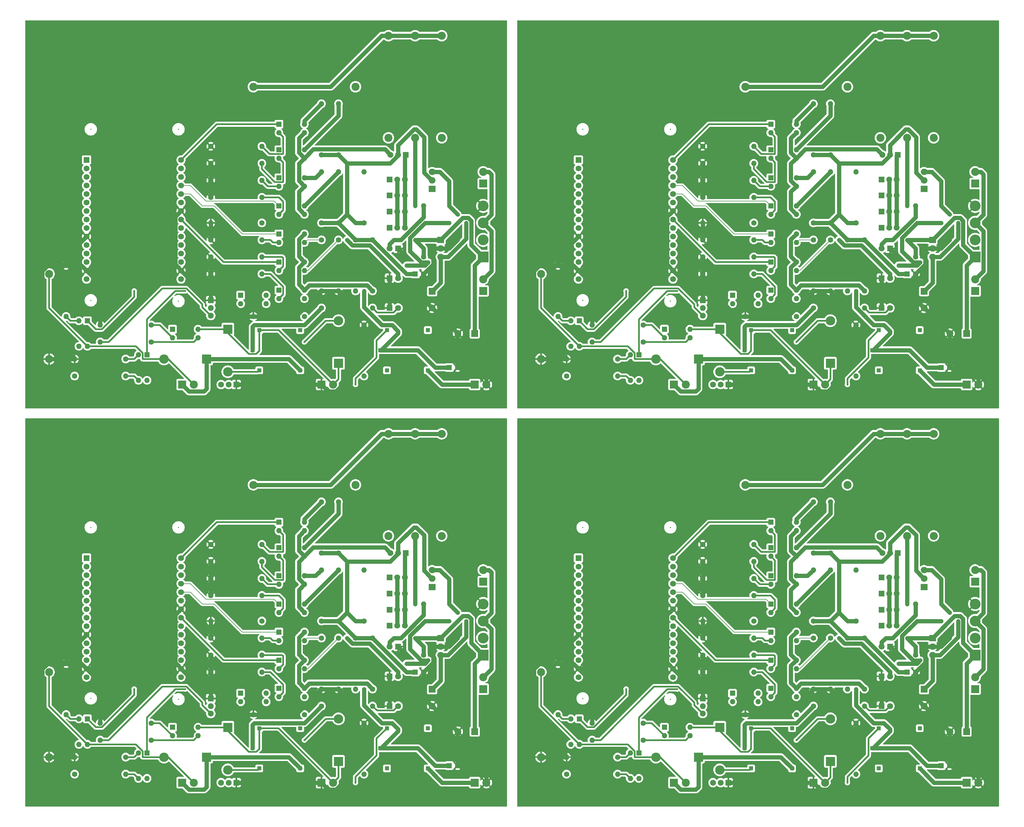
<source format=gbl>
%TF.GenerationSoftware,KiCad,Pcbnew,8.0.3*%
%TF.CreationDate,2024-06-25T22:27:30+05:30*%
%TF.ProjectId,PCB_PANELIZED,5043425f-5041-44e4-954c-495a45442e6b,rev?*%
%TF.SameCoordinates,Original*%
%TF.FileFunction,Copper,L2,Bot*%
%TF.FilePolarity,Positive*%
%FSLAX46Y46*%
G04 Gerber Fmt 4.6, Leading zero omitted, Abs format (unit mm)*
G04 Created by KiCad (PCBNEW 8.0.3) date 2024-06-25 22:27:30*
%MOMM*%
%LPD*%
G01*
G04 APERTURE LIST*
%TA.AperFunction,ComponentPad*%
%ADD10C,1.800000*%
%TD*%
%TA.AperFunction,ComponentPad*%
%ADD11R,1.800000X1.800000*%
%TD*%
%TA.AperFunction,ComponentPad*%
%ADD12O,1.600000X1.600000*%
%TD*%
%TA.AperFunction,ComponentPad*%
%ADD13C,1.600000*%
%TD*%
%TA.AperFunction,ComponentPad*%
%ADD14R,1.600000X1.600000*%
%TD*%
%TA.AperFunction,ComponentPad*%
%ADD15O,1.710000X1.800000*%
%TD*%
%TA.AperFunction,ComponentPad*%
%ADD16R,1.710000X1.800000*%
%TD*%
%TA.AperFunction,ComponentPad*%
%ADD17C,2.400000*%
%TD*%
%TA.AperFunction,ComponentPad*%
%ADD18R,2.400000X2.400000*%
%TD*%
%TA.AperFunction,ComponentPad*%
%ADD19O,2.400000X2.400000*%
%TD*%
%TA.AperFunction,ComponentPad*%
%ADD20C,2.000000*%
%TD*%
%TA.AperFunction,ComponentPad*%
%ADD21R,2.000000X2.000000*%
%TD*%
%TA.AperFunction,ComponentPad*%
%ADD22O,2.800000X2.800000*%
%TD*%
%TA.AperFunction,ComponentPad*%
%ADD23R,2.800000X2.800000*%
%TD*%
%TA.AperFunction,ComponentPad*%
%ADD24O,1.800000X1.710000*%
%TD*%
%TA.AperFunction,ComponentPad*%
%ADD25R,1.800000X1.710000*%
%TD*%
%TA.AperFunction,ComponentPad*%
%ADD26C,1.752600*%
%TD*%
%TA.AperFunction,ComponentPad*%
%ADD27R,1.752600X1.752600*%
%TD*%
%TA.AperFunction,ComponentPad*%
%ADD28O,2.000000X1.905000*%
%TD*%
%TA.AperFunction,ComponentPad*%
%ADD29R,2.000000X1.905000*%
%TD*%
%TA.AperFunction,ComponentPad*%
%ADD30C,3.200000*%
%TD*%
%TA.AperFunction,ComponentPad*%
%ADD31R,3.200000X3.200000*%
%TD*%
%TA.AperFunction,ComponentPad*%
%ADD32R,1.308000X1.308000*%
%TD*%
%TA.AperFunction,ViaPad*%
%ADD33C,0.600000*%
%TD*%
%TA.AperFunction,Conductor*%
%ADD34C,0.500000*%
%TD*%
%TA.AperFunction,Conductor*%
%ADD35C,0.200000*%
%TD*%
%TA.AperFunction,Conductor*%
%ADD36C,1.300000*%
%TD*%
%ADD37C,0.300000*%
%ADD38C,0.350000*%
G04 APERTURE END LIST*
D10*
%TO.P,D7,2,A*%
%TO.N,Net-(D7-A)*%
X271240000Y-220440000D03*
D11*
%TO.P,D7,1,K*%
%TO.N,GND*%
X268700000Y-220440000D03*
%TD*%
D12*
%TO.P,R15,2*%
%TO.N,GND*%
X228060000Y-222980000D03*
D13*
%TO.P,R15,1*%
%TO.N,Net-(R15-Pad1)*%
X243300000Y-222980000D03*
%TD*%
D12*
%TO.P,U16,4*%
%TO.N,/5k_R*%
X243300000Y-189960000D03*
%TO.P,U16,3*%
%TO.N,/CURRENT_CONTROL*%
X243300000Y-192500000D03*
%TO.P,U16,2*%
%TO.N,Net-(R22-Pad2)*%
X235680000Y-192500000D03*
D14*
%TO.P,U16,1*%
%TO.N,/D3*%
X235680000Y-189960000D03*
%TD*%
D15*
%TO.P,Q6,3,B*%
%TO.N,Net-(Q3-E)*%
X273260000Y-191660000D03*
%TO.P,Q6,2,C*%
%TO.N,/POW_IN_CON*%
X270980000Y-191660000D03*
D16*
%TO.P,Q6,1,E*%
%TO.N,/E3_TO_R*%
X268700000Y-191660000D03*
%TD*%
D17*
%TO.P,J3,2,Pin_2*%
%TO.N,VAC*%
X296640000Y-179800000D03*
D18*
%TO.P,J3,1,Pin_1*%
%TO.N,Net-(J2-Pin_1)*%
X296640000Y-183300000D03*
%TD*%
D19*
%TO.P,R31,2*%
%TO.N,/LOAD+*%
X284270000Y-139160000D03*
D17*
%TO.P,R31,1*%
%TO.N,/E4_TO_R*%
X284270000Y-169640000D03*
%TD*%
D20*
%TO.P,C2,2*%
%TO.N,GND*%
X281400000Y-220440000D03*
D21*
%TO.P,C2,1*%
%TO.N,/POW_REG_CON*%
X281400000Y-215440000D03*
%TD*%
D12*
%TO.P,R22,2*%
%TO.N,Net-(R22-Pad2)*%
X230600000Y-187420000D03*
D13*
%TO.P,R22,1*%
%TO.N,GND*%
X215360000Y-187420000D03*
%TD*%
D12*
%TO.P,U4,4*%
%TO.N,/C_SENSE*%
X178535000Y-231880000D03*
%TO.P,U4,3*%
%TO.N,/A0*%
X175995000Y-231880000D03*
%TO.P,U4,2*%
%TO.N,Net-(R2-Pad2)*%
X175995000Y-224260000D03*
D14*
%TO.P,U4,1*%
%TO.N,/D7*%
X178535000Y-224260000D03*
%TD*%
D13*
%TO.P,C4,2*%
%TO.N,GND*%
X289020000Y-238220000D03*
D14*
%TO.P,C4,1*%
%TO.N,/LOAD+*%
X286520000Y-238220000D03*
%TD*%
D22*
%TO.P,D5,2,A*%
%TO.N,/C_SENSE*%
X201390000Y-235680000D03*
D23*
%TO.P,D5,1,K*%
%TO.N,Net-(D5-K)*%
X214090000Y-235680000D03*
%TD*%
D22*
%TO.P,D2,2,A*%
%TO.N,/RELAY1_IN*%
X253460000Y-224250000D03*
D23*
%TO.P,D2,1,K*%
%TO.N,/EXT_POWER*%
X253460000Y-236950000D03*
%TD*%
D12*
%TO.P,R19,2*%
%TO.N,Net-(R19-Pad2)*%
X230600000Y-172180000D03*
D13*
%TO.P,R19,1*%
%TO.N,GND*%
X215360000Y-172180000D03*
%TD*%
D12*
%TO.P,R8,2*%
%TO.N,GND*%
X174720000Y-235680000D03*
D13*
%TO.P,R8,1*%
%TO.N,Net-(R8-Pad1)*%
X189960000Y-235680000D03*
%TD*%
D24*
%TO.P,Q2,3,B*%
%TO.N,Net-(Q2-B)*%
X215360000Y-222720000D03*
%TO.P,Q2,2,C*%
%TO.N,/RELAY_IN*%
X215360000Y-220440000D03*
D25*
%TO.P,Q2,1,E*%
%TO.N,GND*%
X215360000Y-218160000D03*
%TD*%
D19*
%TO.P,R24,2*%
%TO.N,/LOAD+*%
X268370000Y-139160000D03*
D17*
%TO.P,R24,1*%
%TO.N,/E2_TO_R*%
X268370000Y-169640000D03*
%TD*%
D12*
%TO.P,R11,2*%
%TO.N,/V_OUT*%
X263620000Y-200120000D03*
D13*
%TO.P,R11,1*%
%TO.N,/V_CONTROL*%
X263620000Y-215360000D03*
%TD*%
D12*
%TO.P,U13,4*%
%TO.N,/150_R*%
X243300000Y-165574000D03*
%TO.P,U13,3*%
%TO.N,/CURRENT_CONTROL*%
X243300000Y-168114000D03*
%TO.P,U13,2*%
%TO.N,Net-(R19-Pad2)*%
X235680000Y-168114000D03*
D14*
%TO.P,U13,1*%
%TO.N,/D0*%
X235680000Y-165574000D03*
%TD*%
D12*
%TO.P,R2,2*%
%TO.N,Net-(R2-Pad2)*%
X172180000Y-222980000D03*
D13*
%TO.P,R2,1*%
%TO.N,GND*%
X172180000Y-207740000D03*
%TD*%
D12*
%TO.P,U15,4*%
%TO.N,/3k_R*%
X243300000Y-181577000D03*
%TO.P,U15,3*%
%TO.N,/CURRENT_CONTROL*%
X243300000Y-184117000D03*
%TO.P,U15,2*%
%TO.N,Net-(R21-Pad2)*%
X235680000Y-184117000D03*
D14*
%TO.P,U15,1*%
%TO.N,/D2*%
X235680000Y-181577000D03*
%TD*%
D12*
%TO.P,R25,2*%
%TO.N,Net-(D7-A)*%
X263620000Y-220440000D03*
D13*
%TO.P,R25,1*%
%TO.N,/LOAD+*%
X248380000Y-220440000D03*
%TD*%
D12*
%TO.P,R30,2*%
%TO.N,/5k_R*%
X253460000Y-179800000D03*
D13*
%TO.P,R30,1*%
%TO.N,/V_OUT*%
X253460000Y-195040000D03*
%TD*%
D15*
%TO.P,Q7,3,B*%
%TO.N,Net-(Q3-E)*%
X273260000Y-196460000D03*
%TO.P,Q7,2,C*%
%TO.N,/POW_IN_CON*%
X270980000Y-196460000D03*
D16*
%TO.P,Q7,1,E*%
%TO.N,/E4_TO_R*%
X268700000Y-196460000D03*
%TD*%
D19*
%TO.P,R3,2*%
%TO.N,GND*%
X167100000Y-235680000D03*
D17*
%TO.P,R3,1*%
%TO.N,/C_SENSE*%
X167100000Y-210280000D03*
%TD*%
D12*
%TO.P,R10,2*%
%TO.N,Net-(R10-Pad2)*%
X189960000Y-240760000D03*
D13*
%TO.P,R10,1*%
%TO.N,Net-(Q1-B)*%
X174720000Y-240760000D03*
%TD*%
D12*
%TO.P,R14,2*%
%TO.N,GND*%
X253460000Y-215360000D03*
D13*
%TO.P,R14,1*%
%TO.N,Net-(R14-Pad1)*%
X253460000Y-200120000D03*
%TD*%
D12*
%TO.P,R20,2*%
%TO.N,Net-(R20-Pad2)*%
X230600000Y-177260000D03*
D13*
%TO.P,R20,1*%
%TO.N,GND*%
X215360000Y-177260000D03*
%TD*%
D19*
%TO.P,R23,2*%
%TO.N,/LOAD+*%
X228060000Y-154400000D03*
D17*
%TO.P,R23,1*%
%TO.N,/E1_TO_R*%
X258540000Y-154400000D03*
%TD*%
D12*
%TO.P,R5,2*%
%TO.N,Net-(R5-Pad2)*%
X230600000Y-200120000D03*
D13*
%TO.P,R5,1*%
%TO.N,GND*%
X215360000Y-200120000D03*
%TD*%
D26*
%TO.P,U1,30,D0*%
%TO.N,/D0*%
X206470000Y-176244000D03*
%TO.P,U1,29,D1*%
%TO.N,/D1*%
X206470000Y-178784000D03*
%TO.P,U1,28,D2*%
%TO.N,/D2*%
X206470000Y-181324000D03*
%TO.P,U1,27,D3*%
%TO.N,/D3*%
X206470000Y-183864000D03*
%TO.P,U1,26,D4*%
%TO.N,/D4*%
X206470000Y-186404000D03*
%TO.P,U1,25,3V3*%
%TO.N,unconnected-(U1-3V3-Pad11)*%
X206470000Y-188944000D03*
%TO.P,U1,24,GND*%
%TO.N,GND*%
X206470000Y-191484000D03*
%TO.P,U1,23,D5*%
%TO.N,/D5*%
X206470000Y-194024000D03*
%TO.P,U1,22,D6*%
%TO.N,/D6*%
X206470000Y-196564000D03*
%TO.P,U1,21,D7*%
%TO.N,/D7*%
X206470000Y-199104000D03*
%TO.P,U1,20,D8*%
%TO.N,/D8*%
X206470000Y-201644000D03*
%TO.P,U1,19,RX*%
%TO.N,/POWER_ON_OFF*%
X206470000Y-204184000D03*
%TO.P,U1,18,TX*%
%TO.N,/PSHARE_ON_OFF*%
X206470000Y-206724000D03*
%TO.P,U1,17,GND*%
%TO.N,GND*%
X206470000Y-209264000D03*
%TO.P,U1,16,3V3*%
%TO.N,unconnected-(U1-3V3-Pad11)_0*%
X206470000Y-211804000D03*
%TO.P,U1,15,VIN*%
%TO.N,/EXT_POWER*%
X178276000Y-211804000D03*
%TO.P,U1,14,GND*%
%TO.N,GND*%
X178276000Y-209264000D03*
%TO.P,U1,13,RST*%
%TO.N,unconnected-(U1-RST-Pad13)*%
X178276000Y-206724000D03*
%TO.P,U1,12,EN*%
%TO.N,unconnected-(U1-EN-Pad12)*%
X178276000Y-204184000D03*
%TO.P,U1,11,3V3*%
%TO.N,unconnected-(U1-3V3-Pad11)_1*%
X178276000Y-201644000D03*
%TO.P,U1,10,GND*%
%TO.N,GND*%
X178276000Y-199104000D03*
%TO.P,U1,9,CLK*%
%TO.N,unconnected-(U1-CLK-Pad9)*%
X178276000Y-196564000D03*
%TO.P,U1,8,SD0*%
%TO.N,unconnected-(U1-SD0-Pad8)*%
X178276000Y-194024000D03*
%TO.P,U1,7,CMD*%
%TO.N,unconnected-(U1-CMD-Pad7)*%
X178276000Y-191484000D03*
%TO.P,U1,6,SD1*%
%TO.N,unconnected-(U1-SD1-Pad6)*%
X178276000Y-188944000D03*
%TO.P,U1,5,SD2*%
%TO.N,unconnected-(U1-SD2-Pad5)*%
X178276000Y-186404000D03*
%TO.P,U1,4,SD3*%
%TO.N,unconnected-(U1-SD3-Pad4)*%
X178276000Y-183864000D03*
%TO.P,U1,3,RSV2*%
%TO.N,unconnected-(U1-RSV2-Pad3)*%
X178276000Y-181324000D03*
%TO.P,U1,2,RSV1*%
%TO.N,unconnected-(U1-RSV1-Pad2)*%
X178276000Y-178784000D03*
D27*
%TO.P,U1,1,A0*%
%TO.N,/A0*%
X178276000Y-176244000D03*
%TD*%
D13*
%TO.P,C3,2*%
%TO.N,GND*%
X278860000Y-210280000D03*
D14*
%TO.P,C3,1*%
%TO.N,/V_OUT*%
X276360000Y-210280000D03*
%TD*%
D12*
%TO.P,R18,2*%
%TO.N,GND*%
X215360000Y-195040000D03*
D13*
%TO.P,R18,1*%
%TO.N,/V_SENSE*%
X230600000Y-195040000D03*
%TD*%
D12*
%TO.P,R4,2*%
%TO.N,Net-(R4-Pad2)*%
X261080000Y-240760000D03*
D13*
%TO.P,R4,1*%
%TO.N,GND*%
X261080000Y-225520000D03*
%TD*%
D12*
%TO.P,U9,4*%
%TO.N,/V_CONTROL*%
X243300000Y-198343000D03*
%TO.P,U9,3*%
%TO.N,Net-(R13-Pad1)*%
X243300000Y-200883000D03*
%TO.P,U9,2*%
%TO.N,Net-(R5-Pad2)*%
X235680000Y-200883000D03*
D14*
%TO.P,U9,1*%
%TO.N,/D4*%
X235680000Y-198343000D03*
%TD*%
D10*
%TO.P,D6,2,A*%
%TO.N,Net-(D6-A)*%
X271240000Y-211550000D03*
D11*
%TO.P,D6,1,K*%
%TO.N,GND*%
X268700000Y-211550000D03*
%TD*%
D28*
%TO.P,U8,3,VI*%
%TO.N,/POW_REG_CON*%
X281400000Y-179800000D03*
%TO.P,U8,2,VO*%
%TO.N,/V_OUT*%
X281400000Y-182340000D03*
D29*
%TO.P,U8,1,ADJ*%
%TO.N,/V_CONTROL*%
X281400000Y-184880000D03*
%TD*%
D28*
%TO.P,U5,3,VO*%
%TO.N,/POW_REG_CON*%
X283940000Y-205200000D03*
%TO.P,U5,2,GND*%
%TO.N,GND*%
X283940000Y-202660000D03*
D29*
%TO.P,U5,1,VI*%
%TO.N,/POW_IN_CON*%
X283940000Y-200120000D03*
%TD*%
D12*
%TO.P,U7,4*%
%TO.N,/EXT_POWER*%
X196315000Y-242040000D03*
%TO.P,U7,3*%
%TO.N,Net-(R10-Pad2)*%
X193775000Y-242040000D03*
%TO.P,U7,2*%
%TO.N,Net-(R8-Pad1)*%
X193775000Y-234420000D03*
D14*
%TO.P,U7,1*%
%TO.N,/PSHARE_ON_OFF*%
X196315000Y-234420000D03*
%TD*%
D12*
%TO.P,R21,2*%
%TO.N,Net-(R21-Pad2)*%
X230600000Y-182340000D03*
D13*
%TO.P,R21,1*%
%TO.N,GND*%
X215360000Y-182340000D03*
%TD*%
D12*
%TO.P,U11,4*%
%TO.N,/V_CONTROL*%
X243300000Y-215109000D03*
%TO.P,U11,3*%
%TO.N,Net-(R15-Pad1)*%
X243300000Y-217649000D03*
%TO.P,U11,2*%
%TO.N,Net-(R7-Pad2)*%
X235680000Y-217649000D03*
D14*
%TO.P,U11,1*%
%TO.N,/D6*%
X235680000Y-215109000D03*
%TD*%
D12*
%TO.P,R27,2*%
%TO.N,/150_R*%
X248380000Y-159480000D03*
D13*
%TO.P,R27,1*%
%TO.N,/V_OUT*%
X248380000Y-174720000D03*
%TD*%
D12*
%TO.P,R7,2*%
%TO.N,Net-(R7-Pad2)*%
X230600000Y-210280000D03*
D13*
%TO.P,R7,1*%
%TO.N,GND*%
X215360000Y-210280000D03*
%TD*%
D30*
%TO.P,D3,4,-*%
%TO.N,GND*%
X296640000Y-189960000D03*
%TO.P,D3,3*%
%TO.N,VAC*%
X296640000Y-195040000D03*
%TO.P,D3,2*%
%TO.N,Net-(J2-Pin_1)*%
X296640000Y-200120000D03*
D31*
%TO.P,D3,1,+*%
%TO.N,/POW_IN_CON*%
X296640000Y-205200000D03*
%TD*%
D19*
%TO.P,R26,2*%
%TO.N,/LOAD+*%
X276320000Y-139160000D03*
D17*
%TO.P,R26,1*%
%TO.N,/E3_TO_R*%
X276320000Y-169640000D03*
%TD*%
%TO.P,J1,2,Pin_2*%
%TO.N,/EXT_POWER*%
X251880000Y-243300000D03*
D18*
%TO.P,J1,1,Pin_1*%
%TO.N,GND*%
X248380000Y-243300000D03*
%TD*%
D15*
%TO.P,Q1,3,B*%
%TO.N,Net-(Q1-B)*%
X218420000Y-243300000D03*
%TO.P,Q1,2,C*%
%TO.N,/RELAY1_IN*%
X220700000Y-243300000D03*
D16*
%TO.P,Q1,1,E*%
%TO.N,GND*%
X222980000Y-243300000D03*
%TD*%
D12*
%TO.P,R28,2*%
%TO.N,/1k_R*%
X253460000Y-159480000D03*
D13*
%TO.P,R28,1*%
%TO.N,/V_OUT*%
X253460000Y-174720000D03*
%TD*%
D12*
%TO.P,U6,4*%
%TO.N,/V_SENSE*%
X231880000Y-216625000D03*
%TO.P,U6,3*%
%TO.N,/A0*%
X231880000Y-219165000D03*
%TO.P,U6,2*%
%TO.N,Net-(R4-Pad2)*%
X224260000Y-219165000D03*
D14*
%TO.P,U6,1*%
%TO.N,/D8*%
X224260000Y-216625000D03*
%TD*%
D10*
%TO.P,D4,2,A*%
%TO.N,Net-(D4-A)*%
X268700000Y-202660000D03*
D11*
%TO.P,D4,1,K*%
%TO.N,GND*%
X271240000Y-202660000D03*
%TD*%
D12*
%TO.P,R17,2*%
%TO.N,/V_SENSE*%
X258540000Y-215360000D03*
D13*
%TO.P,R17,1*%
%TO.N,/V_OUT*%
X258540000Y-200120000D03*
%TD*%
D12*
%TO.P,R29,2*%
%TO.N,/3k_R*%
X248380000Y-179800000D03*
D13*
%TO.P,R29,1*%
%TO.N,/V_OUT*%
X248380000Y-195040000D03*
%TD*%
D20*
%TO.P,C1,2*%
%TO.N,GND*%
X289100000Y-228060000D03*
D21*
%TO.P,C1,1*%
%TO.N,/POW_IN_CON*%
X294100000Y-228060000D03*
%TD*%
D12*
%TO.P,R1,2*%
%TO.N,Net-(D4-A)*%
X278860000Y-189960000D03*
D13*
%TO.P,R1,1*%
%TO.N,/POW_IN_CON*%
X278860000Y-205200000D03*
%TD*%
D17*
%TO.P,J5,2,Pin_2*%
%TO.N,GND*%
X297600000Y-243300000D03*
D18*
%TO.P,J5,1,Pin_1*%
%TO.N,Net-(J5-Pin_1)*%
X294100000Y-243300000D03*
%TD*%
D12*
%TO.P,R9,2*%
%TO.N,Net-(D6-A)*%
X261080000Y-179800000D03*
D13*
%TO.P,R9,1*%
%TO.N,/V_OUT*%
X261080000Y-195040000D03*
%TD*%
D22*
%TO.P,D1,2,A*%
%TO.N,/RELAY_IN*%
X220440000Y-239490000D03*
D23*
%TO.P,D1,1,K*%
%TO.N,/EXT_POWER*%
X220440000Y-226790000D03*
%TD*%
D12*
%TO.P,U12,4*%
%TO.N,/EXT_POWER*%
X211560000Y-226785000D03*
%TO.P,U12,3*%
%TO.N,Net-(R16-Pad1)*%
X211560000Y-229325000D03*
%TO.P,U12,2*%
%TO.N,Net-(R12-Pad1)*%
X203940000Y-229325000D03*
D14*
%TO.P,U12,1*%
%TO.N,/POWER_ON_OFF*%
X203940000Y-226785000D03*
%TD*%
D15*
%TO.P,Q3,3,B*%
%TO.N,/CURRENT_CONTROL*%
X268960000Y-174720000D03*
%TO.P,Q3,2,C*%
%TO.N,/V_OUT*%
X271240000Y-174720000D03*
D16*
%TO.P,Q3,1,E*%
%TO.N,Net-(Q3-E)*%
X273520000Y-174720000D03*
%TD*%
D15*
%TO.P,Q4,3,B*%
%TO.N,Net-(Q3-E)*%
X273260000Y-182060000D03*
%TO.P,Q4,2,C*%
%TO.N,/POW_IN_CON*%
X270980000Y-182060000D03*
D16*
%TO.P,Q4,1,E*%
%TO.N,/E1_TO_R*%
X268700000Y-182060000D03*
%TD*%
D32*
%TO.P,U2,P$5*%
%TO.N,unconnected-(U2-PadP$5)*%
X242023250Y-227046750D03*
%TO.P,U2,P$4*%
%TO.N,Net-(D5-K)*%
X242023250Y-239046750D03*
%TO.P,U2,P$3*%
%TO.N,/RELAY_IN*%
X229823250Y-239046750D03*
%TO.P,U2,P$2*%
%TO.N,/LOAD+*%
X227823250Y-233046750D03*
%TO.P,U2,P$1*%
%TO.N,/EXT_POWER*%
X229823250Y-227046750D03*
%TD*%
%TO.P,U3,P$5*%
%TO.N,unconnected-(U3-PadP$5)*%
X280123250Y-227046750D03*
%TO.P,U3,P$4*%
%TO.N,Net-(J5-Pin_1)*%
X280123250Y-239046750D03*
%TO.P,U3,P$3*%
%TO.N,/RELAY1_IN*%
X267923250Y-239046750D03*
%TO.P,U3,P$2*%
%TO.N,/LOAD+*%
X265923250Y-233046750D03*
%TO.P,U3,P$1*%
%TO.N,/EXT_POWER*%
X267923250Y-227046750D03*
%TD*%
D15*
%TO.P,Q5,3,B*%
%TO.N,Net-(Q3-E)*%
X273260000Y-186860000D03*
%TO.P,Q5,2,C*%
%TO.N,/POW_IN_CON*%
X270980000Y-186860000D03*
D16*
%TO.P,Q5,1,E*%
%TO.N,/E2_TO_R*%
X268700000Y-186860000D03*
%TD*%
D12*
%TO.P,U14,4*%
%TO.N,/1k_R*%
X243300000Y-173194000D03*
%TO.P,U14,3*%
%TO.N,/CURRENT_CONTROL*%
X243300000Y-175734000D03*
%TO.P,U14,2*%
%TO.N,Net-(R20-Pad2)*%
X235680000Y-175734000D03*
D14*
%TO.P,U14,1*%
%TO.N,/D1*%
X235680000Y-173194000D03*
%TD*%
D12*
%TO.P,R16,2*%
%TO.N,Net-(Q2-B)*%
X182340000Y-230600000D03*
D13*
%TO.P,R16,1*%
%TO.N,Net-(R16-Pad1)*%
X197580000Y-230600000D03*
%TD*%
D12*
%TO.P,U10,4*%
%TO.N,/V_CONTROL*%
X243300000Y-206726000D03*
%TO.P,U10,3*%
%TO.N,Net-(R14-Pad1)*%
X243300000Y-209266000D03*
%TO.P,U10,2*%
%TO.N,Net-(R6-Pad2)*%
X235680000Y-209266000D03*
D14*
%TO.P,U10,1*%
%TO.N,/D5*%
X235680000Y-206726000D03*
%TD*%
D17*
%TO.P,J4,2,Pin_2*%
%TO.N,/C_SENSE*%
X210280000Y-243300000D03*
D18*
%TO.P,J4,1,Pin_1*%
%TO.N,Net-(D5-K)*%
X206780000Y-243300000D03*
%TD*%
D12*
%TO.P,R6,2*%
%TO.N,Net-(R6-Pad2)*%
X230600000Y-205200000D03*
D13*
%TO.P,R6,1*%
%TO.N,GND*%
X215360000Y-205200000D03*
%TD*%
D17*
%TO.P,J2,2,Pin_2*%
%TO.N,VAC*%
X296640000Y-211860000D03*
D18*
%TO.P,J2,1,Pin_1*%
%TO.N,Net-(J2-Pin_1)*%
X296640000Y-215360000D03*
%TD*%
D12*
%TO.P,R12,2*%
%TO.N,GND*%
X182340000Y-225520000D03*
D13*
%TO.P,R12,1*%
%TO.N,Net-(R12-Pad1)*%
X197580000Y-225520000D03*
%TD*%
D12*
%TO.P,R13,2*%
%TO.N,GND*%
X248380000Y-215360000D03*
D13*
%TO.P,R13,1*%
%TO.N,Net-(R13-Pad1)*%
X248380000Y-200120000D03*
%TD*%
D10*
%TO.P,D4,2,A*%
%TO.N,Net-(D4-A)*%
X121920000Y-202660000D03*
D11*
%TO.P,D4,1,K*%
%TO.N,GND*%
X124460000Y-202660000D03*
%TD*%
D12*
%TO.P,R15,2*%
%TO.N,GND*%
X81280000Y-222980000D03*
D13*
%TO.P,R15,1*%
%TO.N,Net-(R15-Pad1)*%
X96520000Y-222980000D03*
%TD*%
D12*
%TO.P,U16,4*%
%TO.N,/5k_R*%
X96520000Y-189960000D03*
%TO.P,U16,3*%
%TO.N,/CURRENT_CONTROL*%
X96520000Y-192500000D03*
%TO.P,U16,2*%
%TO.N,Net-(R22-Pad2)*%
X88900000Y-192500000D03*
D14*
%TO.P,U16,1*%
%TO.N,/D3*%
X88900000Y-189960000D03*
%TD*%
D15*
%TO.P,Q6,3,B*%
%TO.N,Net-(Q3-E)*%
X126480000Y-191660000D03*
%TO.P,Q6,2,C*%
%TO.N,/POW_IN_CON*%
X124200000Y-191660000D03*
D16*
%TO.P,Q6,1,E*%
%TO.N,/E3_TO_R*%
X121920000Y-191660000D03*
%TD*%
D32*
%TO.P,U3,P$5*%
%TO.N,unconnected-(U3-PadP$5)*%
X133343250Y-227046750D03*
%TO.P,U3,P$4*%
%TO.N,Net-(J5-Pin_1)*%
X133343250Y-239046750D03*
%TO.P,U3,P$3*%
%TO.N,/RELAY1_IN*%
X121143250Y-239046750D03*
%TO.P,U3,P$2*%
%TO.N,/LOAD+*%
X119143250Y-233046750D03*
%TO.P,U3,P$1*%
%TO.N,/EXT_POWER*%
X121143250Y-227046750D03*
%TD*%
D22*
%TO.P,D1,2,A*%
%TO.N,/RELAY_IN*%
X73660000Y-239490000D03*
D23*
%TO.P,D1,1,K*%
%TO.N,/EXT_POWER*%
X73660000Y-226790000D03*
%TD*%
D17*
%TO.P,J3,2,Pin_2*%
%TO.N,VAC*%
X149860000Y-179800000D03*
D18*
%TO.P,J3,1,Pin_1*%
%TO.N,Net-(J2-Pin_1)*%
X149860000Y-183300000D03*
%TD*%
D20*
%TO.P,C2,2*%
%TO.N,GND*%
X134620000Y-220440000D03*
D21*
%TO.P,C2,1*%
%TO.N,/POW_REG_CON*%
X134620000Y-215440000D03*
%TD*%
D12*
%TO.P,R28,2*%
%TO.N,/1k_R*%
X106680000Y-159480000D03*
D13*
%TO.P,R28,1*%
%TO.N,/V_OUT*%
X106680000Y-174720000D03*
%TD*%
D12*
%TO.P,R22,2*%
%TO.N,Net-(R22-Pad2)*%
X83820000Y-187420000D03*
D13*
%TO.P,R22,1*%
%TO.N,GND*%
X68580000Y-187420000D03*
%TD*%
D12*
%TO.P,U4,4*%
%TO.N,/C_SENSE*%
X31755000Y-231880000D03*
%TO.P,U4,3*%
%TO.N,/A0*%
X29215000Y-231880000D03*
%TO.P,U4,2*%
%TO.N,Net-(R2-Pad2)*%
X29215000Y-224260000D03*
D14*
%TO.P,U4,1*%
%TO.N,/D7*%
X31755000Y-224260000D03*
%TD*%
D17*
%TO.P,J5,2,Pin_2*%
%TO.N,GND*%
X150820000Y-243300000D03*
D18*
%TO.P,J5,1,Pin_1*%
%TO.N,Net-(J5-Pin_1)*%
X147320000Y-243300000D03*
%TD*%
D22*
%TO.P,D5,2,A*%
%TO.N,/C_SENSE*%
X54610000Y-235680000D03*
D23*
%TO.P,D5,1,K*%
%TO.N,Net-(D5-K)*%
X67310000Y-235680000D03*
%TD*%
D12*
%TO.P,U6,4*%
%TO.N,/V_SENSE*%
X85100000Y-216625000D03*
%TO.P,U6,3*%
%TO.N,/A0*%
X85100000Y-219165000D03*
%TO.P,U6,2*%
%TO.N,Net-(R4-Pad2)*%
X77480000Y-219165000D03*
D14*
%TO.P,U6,1*%
%TO.N,/D8*%
X77480000Y-216625000D03*
%TD*%
D12*
%TO.P,R19,2*%
%TO.N,Net-(R19-Pad2)*%
X83820000Y-172180000D03*
D13*
%TO.P,R19,1*%
%TO.N,GND*%
X68580000Y-172180000D03*
%TD*%
D12*
%TO.P,R8,2*%
%TO.N,GND*%
X27940000Y-235680000D03*
D13*
%TO.P,R8,1*%
%TO.N,Net-(R8-Pad1)*%
X43180000Y-235680000D03*
%TD*%
D24*
%TO.P,Q2,3,B*%
%TO.N,Net-(Q2-B)*%
X68580000Y-222720000D03*
%TO.P,Q2,2,C*%
%TO.N,/RELAY_IN*%
X68580000Y-220440000D03*
D25*
%TO.P,Q2,1,E*%
%TO.N,GND*%
X68580000Y-218160000D03*
%TD*%
D19*
%TO.P,R24,2*%
%TO.N,/LOAD+*%
X121590000Y-139160000D03*
D17*
%TO.P,R24,1*%
%TO.N,/E2_TO_R*%
X121590000Y-169640000D03*
%TD*%
D12*
%TO.P,R11,2*%
%TO.N,/V_OUT*%
X116840000Y-200120000D03*
D13*
%TO.P,R11,1*%
%TO.N,/V_CONTROL*%
X116840000Y-215360000D03*
%TD*%
%TO.P,C3,2*%
%TO.N,GND*%
X132080000Y-210280000D03*
D14*
%TO.P,C3,1*%
%TO.N,/V_OUT*%
X129580000Y-210280000D03*
%TD*%
D12*
%TO.P,R2,2*%
%TO.N,Net-(R2-Pad2)*%
X25400000Y-222980000D03*
D13*
%TO.P,R2,1*%
%TO.N,GND*%
X25400000Y-207740000D03*
%TD*%
D19*
%TO.P,R26,2*%
%TO.N,/LOAD+*%
X129540000Y-139160000D03*
D17*
%TO.P,R26,1*%
%TO.N,/E3_TO_R*%
X129540000Y-169640000D03*
%TD*%
D12*
%TO.P,U15,4*%
%TO.N,/3k_R*%
X96520000Y-181577000D03*
%TO.P,U15,3*%
%TO.N,/CURRENT_CONTROL*%
X96520000Y-184117000D03*
%TO.P,U15,2*%
%TO.N,Net-(R21-Pad2)*%
X88900000Y-184117000D03*
D14*
%TO.P,U15,1*%
%TO.N,/D2*%
X88900000Y-181577000D03*
%TD*%
D12*
%TO.P,R25,2*%
%TO.N,Net-(D7-A)*%
X116840000Y-220440000D03*
D13*
%TO.P,R25,1*%
%TO.N,/LOAD+*%
X101600000Y-220440000D03*
%TD*%
D12*
%TO.P,R30,2*%
%TO.N,/5k_R*%
X106680000Y-179800000D03*
D13*
%TO.P,R30,1*%
%TO.N,/V_OUT*%
X106680000Y-195040000D03*
%TD*%
D12*
%TO.P,R20,2*%
%TO.N,Net-(R20-Pad2)*%
X83820000Y-177260000D03*
D13*
%TO.P,R20,1*%
%TO.N,GND*%
X68580000Y-177260000D03*
%TD*%
D12*
%TO.P,R1,2*%
%TO.N,Net-(D4-A)*%
X132080000Y-189960000D03*
D13*
%TO.P,R1,1*%
%TO.N,/POW_IN_CON*%
X132080000Y-205200000D03*
%TD*%
D12*
%TO.P,R17,2*%
%TO.N,/V_SENSE*%
X111760000Y-215360000D03*
D13*
%TO.P,R17,1*%
%TO.N,/V_OUT*%
X111760000Y-200120000D03*
%TD*%
D19*
%TO.P,R3,2*%
%TO.N,GND*%
X20320000Y-235680000D03*
D17*
%TO.P,R3,1*%
%TO.N,/C_SENSE*%
X20320000Y-210280000D03*
%TD*%
D12*
%TO.P,R10,2*%
%TO.N,Net-(R10-Pad2)*%
X43180000Y-240760000D03*
D13*
%TO.P,R10,1*%
%TO.N,Net-(Q1-B)*%
X27940000Y-240760000D03*
%TD*%
D19*
%TO.P,R23,2*%
%TO.N,/LOAD+*%
X81280000Y-154400000D03*
D17*
%TO.P,R23,1*%
%TO.N,/E1_TO_R*%
X111760000Y-154400000D03*
%TD*%
D12*
%TO.P,R5,2*%
%TO.N,Net-(R5-Pad2)*%
X83820000Y-200120000D03*
D13*
%TO.P,R5,1*%
%TO.N,GND*%
X68580000Y-200120000D03*
%TD*%
D26*
%TO.P,U1,30,D0*%
%TO.N,/D0*%
X59690000Y-176244000D03*
%TO.P,U1,29,D1*%
%TO.N,/D1*%
X59690000Y-178784000D03*
%TO.P,U1,28,D2*%
%TO.N,/D2*%
X59690000Y-181324000D03*
%TO.P,U1,27,D3*%
%TO.N,/D3*%
X59690000Y-183864000D03*
%TO.P,U1,26,D4*%
%TO.N,/D4*%
X59690000Y-186404000D03*
%TO.P,U1,25,3V3*%
%TO.N,unconnected-(U1-3V3-Pad11)*%
X59690000Y-188944000D03*
%TO.P,U1,24,GND*%
%TO.N,GND*%
X59690000Y-191484000D03*
%TO.P,U1,23,D5*%
%TO.N,/D5*%
X59690000Y-194024000D03*
%TO.P,U1,22,D6*%
%TO.N,/D6*%
X59690000Y-196564000D03*
%TO.P,U1,21,D7*%
%TO.N,/D7*%
X59690000Y-199104000D03*
%TO.P,U1,20,D8*%
%TO.N,/D8*%
X59690000Y-201644000D03*
%TO.P,U1,19,RX*%
%TO.N,/POWER_ON_OFF*%
X59690000Y-204184000D03*
%TO.P,U1,18,TX*%
%TO.N,/PSHARE_ON_OFF*%
X59690000Y-206724000D03*
%TO.P,U1,17,GND*%
%TO.N,GND*%
X59690000Y-209264000D03*
%TO.P,U1,16,3V3*%
%TO.N,unconnected-(U1-3V3-Pad11)_0*%
X59690000Y-211804000D03*
%TO.P,U1,15,VIN*%
%TO.N,/EXT_POWER*%
X31496000Y-211804000D03*
%TO.P,U1,14,GND*%
%TO.N,GND*%
X31496000Y-209264000D03*
%TO.P,U1,13,RST*%
%TO.N,unconnected-(U1-RST-Pad13)*%
X31496000Y-206724000D03*
%TO.P,U1,12,EN*%
%TO.N,unconnected-(U1-EN-Pad12)*%
X31496000Y-204184000D03*
%TO.P,U1,11,3V3*%
%TO.N,unconnected-(U1-3V3-Pad11)_1*%
X31496000Y-201644000D03*
%TO.P,U1,10,GND*%
%TO.N,GND*%
X31496000Y-199104000D03*
%TO.P,U1,9,CLK*%
%TO.N,unconnected-(U1-CLK-Pad9)*%
X31496000Y-196564000D03*
%TO.P,U1,8,SD0*%
%TO.N,unconnected-(U1-SD0-Pad8)*%
X31496000Y-194024000D03*
%TO.P,U1,7,CMD*%
%TO.N,unconnected-(U1-CMD-Pad7)*%
X31496000Y-191484000D03*
%TO.P,U1,6,SD1*%
%TO.N,unconnected-(U1-SD1-Pad6)*%
X31496000Y-188944000D03*
%TO.P,U1,5,SD2*%
%TO.N,unconnected-(U1-SD2-Pad5)*%
X31496000Y-186404000D03*
%TO.P,U1,4,SD3*%
%TO.N,unconnected-(U1-SD3-Pad4)*%
X31496000Y-183864000D03*
%TO.P,U1,3,RSV2*%
%TO.N,unconnected-(U1-RSV2-Pad3)*%
X31496000Y-181324000D03*
%TO.P,U1,2,RSV1*%
%TO.N,unconnected-(U1-RSV1-Pad2)*%
X31496000Y-178784000D03*
D27*
%TO.P,U1,1,A0*%
%TO.N,/A0*%
X31496000Y-176244000D03*
%TD*%
D12*
%TO.P,R18,2*%
%TO.N,GND*%
X68580000Y-195040000D03*
D13*
%TO.P,R18,1*%
%TO.N,/V_SENSE*%
X83820000Y-195040000D03*
%TD*%
D12*
%TO.P,R4,2*%
%TO.N,Net-(R4-Pad2)*%
X114300000Y-240760000D03*
D13*
%TO.P,R4,1*%
%TO.N,GND*%
X114300000Y-225520000D03*
%TD*%
D12*
%TO.P,U9,4*%
%TO.N,/V_CONTROL*%
X96520000Y-198343000D03*
%TO.P,U9,3*%
%TO.N,Net-(R13-Pad1)*%
X96520000Y-200883000D03*
%TO.P,U9,2*%
%TO.N,Net-(R5-Pad2)*%
X88900000Y-200883000D03*
D14*
%TO.P,U9,1*%
%TO.N,/D4*%
X88900000Y-198343000D03*
%TD*%
D10*
%TO.P,D6,2,A*%
%TO.N,Net-(D6-A)*%
X124460000Y-211550000D03*
D11*
%TO.P,D6,1,K*%
%TO.N,GND*%
X121920000Y-211550000D03*
%TD*%
D12*
%TO.P,R14,2*%
%TO.N,GND*%
X106680000Y-215360000D03*
D13*
%TO.P,R14,1*%
%TO.N,Net-(R14-Pad1)*%
X106680000Y-200120000D03*
%TD*%
D12*
%TO.P,R21,2*%
%TO.N,Net-(R21-Pad2)*%
X83820000Y-182340000D03*
D13*
%TO.P,R21,1*%
%TO.N,GND*%
X68580000Y-182340000D03*
%TD*%
D12*
%TO.P,R7,2*%
%TO.N,Net-(R7-Pad2)*%
X83820000Y-210280000D03*
D13*
%TO.P,R7,1*%
%TO.N,GND*%
X68580000Y-210280000D03*
%TD*%
D22*
%TO.P,D2,2,A*%
%TO.N,/RELAY1_IN*%
X106680000Y-224250000D03*
D23*
%TO.P,D2,1,K*%
%TO.N,/EXT_POWER*%
X106680000Y-236950000D03*
%TD*%
D12*
%TO.P,U11,4*%
%TO.N,/V_CONTROL*%
X96520000Y-215109000D03*
%TO.P,U11,3*%
%TO.N,Net-(R15-Pad1)*%
X96520000Y-217649000D03*
%TO.P,U11,2*%
%TO.N,Net-(R7-Pad2)*%
X88900000Y-217649000D03*
D14*
%TO.P,U11,1*%
%TO.N,/D6*%
X88900000Y-215109000D03*
%TD*%
D12*
%TO.P,R27,2*%
%TO.N,/150_R*%
X101600000Y-159480000D03*
D13*
%TO.P,R27,1*%
%TO.N,/V_OUT*%
X101600000Y-174720000D03*
%TD*%
D30*
%TO.P,D3,4,-*%
%TO.N,GND*%
X149860000Y-189960000D03*
%TO.P,D3,3*%
%TO.N,VAC*%
X149860000Y-195040000D03*
%TO.P,D3,2*%
%TO.N,Net-(J2-Pin_1)*%
X149860000Y-200120000D03*
D31*
%TO.P,D3,1,+*%
%TO.N,/POW_IN_CON*%
X149860000Y-205200000D03*
%TD*%
D17*
%TO.P,J1,2,Pin_2*%
%TO.N,/EXT_POWER*%
X105100000Y-243300000D03*
D18*
%TO.P,J1,1,Pin_1*%
%TO.N,GND*%
X101600000Y-243300000D03*
%TD*%
D15*
%TO.P,Q1,3,B*%
%TO.N,Net-(Q1-B)*%
X71640000Y-243300000D03*
%TO.P,Q1,2,C*%
%TO.N,/RELAY1_IN*%
X73920000Y-243300000D03*
D16*
%TO.P,Q1,1,E*%
%TO.N,GND*%
X76200000Y-243300000D03*
%TD*%
D13*
%TO.P,C4,2*%
%TO.N,GND*%
X142240000Y-238220000D03*
D14*
%TO.P,C4,1*%
%TO.N,/LOAD+*%
X139740000Y-238220000D03*
%TD*%
D32*
%TO.P,U2,P$5*%
%TO.N,unconnected-(U2-PadP$5)*%
X95243250Y-227046750D03*
%TO.P,U2,P$4*%
%TO.N,Net-(D5-K)*%
X95243250Y-239046750D03*
%TO.P,U2,P$3*%
%TO.N,/RELAY_IN*%
X83043250Y-239046750D03*
%TO.P,U2,P$2*%
%TO.N,/LOAD+*%
X81043250Y-233046750D03*
%TO.P,U2,P$1*%
%TO.N,/EXT_POWER*%
X83043250Y-227046750D03*
%TD*%
D12*
%TO.P,U13,4*%
%TO.N,/150_R*%
X96520000Y-165574000D03*
%TO.P,U13,3*%
%TO.N,/CURRENT_CONTROL*%
X96520000Y-168114000D03*
%TO.P,U13,2*%
%TO.N,Net-(R19-Pad2)*%
X88900000Y-168114000D03*
D14*
%TO.P,U13,1*%
%TO.N,/D0*%
X88900000Y-165574000D03*
%TD*%
D28*
%TO.P,U5,3,VO*%
%TO.N,/POW_REG_CON*%
X137160000Y-205200000D03*
%TO.P,U5,2,GND*%
%TO.N,GND*%
X137160000Y-202660000D03*
D29*
%TO.P,U5,1,VI*%
%TO.N,/POW_IN_CON*%
X137160000Y-200120000D03*
%TD*%
D15*
%TO.P,Q7,3,B*%
%TO.N,Net-(Q3-E)*%
X126480000Y-196460000D03*
%TO.P,Q7,2,C*%
%TO.N,/POW_IN_CON*%
X124200000Y-196460000D03*
D16*
%TO.P,Q7,1,E*%
%TO.N,/E4_TO_R*%
X121920000Y-196460000D03*
%TD*%
D15*
%TO.P,Q4,3,B*%
%TO.N,Net-(Q3-E)*%
X126480000Y-182060000D03*
%TO.P,Q4,2,C*%
%TO.N,/POW_IN_CON*%
X124200000Y-182060000D03*
D16*
%TO.P,Q4,1,E*%
%TO.N,/E1_TO_R*%
X121920000Y-182060000D03*
%TD*%
D12*
%TO.P,R29,2*%
%TO.N,/3k_R*%
X101600000Y-179800000D03*
D13*
%TO.P,R29,1*%
%TO.N,/V_OUT*%
X101600000Y-195040000D03*
%TD*%
D12*
%TO.P,U7,4*%
%TO.N,/EXT_POWER*%
X49535000Y-242040000D03*
%TO.P,U7,3*%
%TO.N,Net-(R10-Pad2)*%
X46995000Y-242040000D03*
%TO.P,U7,2*%
%TO.N,Net-(R8-Pad1)*%
X46995000Y-234420000D03*
D14*
%TO.P,U7,1*%
%TO.N,/PSHARE_ON_OFF*%
X49535000Y-234420000D03*
%TD*%
D10*
%TO.P,D7,2,A*%
%TO.N,Net-(D7-A)*%
X124460000Y-220440000D03*
D11*
%TO.P,D7,1,K*%
%TO.N,GND*%
X121920000Y-220440000D03*
%TD*%
D20*
%TO.P,C1,2*%
%TO.N,GND*%
X142320000Y-228060000D03*
D21*
%TO.P,C1,1*%
%TO.N,/POW_IN_CON*%
X147320000Y-228060000D03*
%TD*%
D12*
%TO.P,R9,2*%
%TO.N,Net-(D6-A)*%
X114300000Y-179800000D03*
D13*
%TO.P,R9,1*%
%TO.N,/V_OUT*%
X114300000Y-195040000D03*
%TD*%
D28*
%TO.P,U8,3,VI*%
%TO.N,/POW_REG_CON*%
X134620000Y-179800000D03*
%TO.P,U8,2,VO*%
%TO.N,/V_OUT*%
X134620000Y-182340000D03*
D29*
%TO.P,U8,1,ADJ*%
%TO.N,/V_CONTROL*%
X134620000Y-184880000D03*
%TD*%
D15*
%TO.P,Q3,3,B*%
%TO.N,/CURRENT_CONTROL*%
X122180000Y-174720000D03*
%TO.P,Q3,2,C*%
%TO.N,/V_OUT*%
X124460000Y-174720000D03*
D16*
%TO.P,Q3,1,E*%
%TO.N,Net-(Q3-E)*%
X126740000Y-174720000D03*
%TD*%
D15*
%TO.P,Q5,3,B*%
%TO.N,Net-(Q3-E)*%
X126480000Y-186860000D03*
%TO.P,Q5,2,C*%
%TO.N,/POW_IN_CON*%
X124200000Y-186860000D03*
D16*
%TO.P,Q5,1,E*%
%TO.N,/E2_TO_R*%
X121920000Y-186860000D03*
%TD*%
D12*
%TO.P,U14,4*%
%TO.N,/1k_R*%
X96520000Y-173194000D03*
%TO.P,U14,3*%
%TO.N,/CURRENT_CONTROL*%
X96520000Y-175734000D03*
%TO.P,U14,2*%
%TO.N,Net-(R20-Pad2)*%
X88900000Y-175734000D03*
D14*
%TO.P,U14,1*%
%TO.N,/D1*%
X88900000Y-173194000D03*
%TD*%
D19*
%TO.P,R31,2*%
%TO.N,/LOAD+*%
X137490000Y-139160000D03*
D17*
%TO.P,R31,1*%
%TO.N,/E4_TO_R*%
X137490000Y-169640000D03*
%TD*%
D12*
%TO.P,R16,2*%
%TO.N,Net-(Q2-B)*%
X35560000Y-230600000D03*
D13*
%TO.P,R16,1*%
%TO.N,Net-(R16-Pad1)*%
X50800000Y-230600000D03*
%TD*%
D12*
%TO.P,U10,4*%
%TO.N,/V_CONTROL*%
X96520000Y-206726000D03*
%TO.P,U10,3*%
%TO.N,Net-(R14-Pad1)*%
X96520000Y-209266000D03*
%TO.P,U10,2*%
%TO.N,Net-(R6-Pad2)*%
X88900000Y-209266000D03*
D14*
%TO.P,U10,1*%
%TO.N,/D5*%
X88900000Y-206726000D03*
%TD*%
D17*
%TO.P,J4,2,Pin_2*%
%TO.N,/C_SENSE*%
X63500000Y-243300000D03*
D18*
%TO.P,J4,1,Pin_1*%
%TO.N,Net-(D5-K)*%
X60000000Y-243300000D03*
%TD*%
D12*
%TO.P,R6,2*%
%TO.N,Net-(R6-Pad2)*%
X83820000Y-205200000D03*
D13*
%TO.P,R6,1*%
%TO.N,GND*%
X68580000Y-205200000D03*
%TD*%
D17*
%TO.P,J2,2,Pin_2*%
%TO.N,VAC*%
X149860000Y-211860000D03*
D18*
%TO.P,J2,1,Pin_1*%
%TO.N,Net-(J2-Pin_1)*%
X149860000Y-215360000D03*
%TD*%
D12*
%TO.P,R12,2*%
%TO.N,GND*%
X35560000Y-225520000D03*
D13*
%TO.P,R12,1*%
%TO.N,Net-(R12-Pad1)*%
X50800000Y-225520000D03*
%TD*%
D12*
%TO.P,R13,2*%
%TO.N,GND*%
X101600000Y-215360000D03*
D13*
%TO.P,R13,1*%
%TO.N,Net-(R13-Pad1)*%
X101600000Y-200120000D03*
%TD*%
D12*
%TO.P,U12,4*%
%TO.N,/EXT_POWER*%
X64780000Y-226785000D03*
%TO.P,U12,3*%
%TO.N,Net-(R16-Pad1)*%
X64780000Y-229325000D03*
%TO.P,U12,2*%
%TO.N,Net-(R12-Pad1)*%
X57160000Y-229325000D03*
D14*
%TO.P,U12,1*%
%TO.N,/POWER_ON_OFF*%
X57160000Y-226785000D03*
%TD*%
D10*
%TO.P,D4,2,A*%
%TO.N,Net-(D4-A)*%
X268700000Y-83820000D03*
D11*
%TO.P,D4,1,K*%
%TO.N,GND*%
X271240000Y-83820000D03*
%TD*%
D12*
%TO.P,R15,2*%
%TO.N,GND*%
X228060000Y-104140000D03*
D13*
%TO.P,R15,1*%
%TO.N,Net-(R15-Pad1)*%
X243300000Y-104140000D03*
%TD*%
D12*
%TO.P,U16,4*%
%TO.N,/5k_R*%
X243300000Y-71120000D03*
%TO.P,U16,3*%
%TO.N,/CURRENT_CONTROL*%
X243300000Y-73660000D03*
%TO.P,U16,2*%
%TO.N,Net-(R22-Pad2)*%
X235680000Y-73660000D03*
D14*
%TO.P,U16,1*%
%TO.N,/D3*%
X235680000Y-71120000D03*
%TD*%
D15*
%TO.P,Q6,3,B*%
%TO.N,Net-(Q3-E)*%
X273260000Y-72820000D03*
%TO.P,Q6,2,C*%
%TO.N,/POW_IN_CON*%
X270980000Y-72820000D03*
D16*
%TO.P,Q6,1,E*%
%TO.N,/E3_TO_R*%
X268700000Y-72820000D03*
%TD*%
D20*
%TO.P,C1,2*%
%TO.N,GND*%
X289100000Y-109220000D03*
D21*
%TO.P,C1,1*%
%TO.N,/POW_IN_CON*%
X294100000Y-109220000D03*
%TD*%
D17*
%TO.P,J3,2,Pin_2*%
%TO.N,VAC*%
X296640000Y-60960000D03*
D18*
%TO.P,J3,1,Pin_1*%
%TO.N,Net-(J2-Pin_1)*%
X296640000Y-64460000D03*
%TD*%
D32*
%TO.P,U2,P$5*%
%TO.N,unconnected-(U2-PadP$5)*%
X242023250Y-108206750D03*
%TO.P,U2,P$4*%
%TO.N,Net-(D5-K)*%
X242023250Y-120206750D03*
%TO.P,U2,P$3*%
%TO.N,/RELAY_IN*%
X229823250Y-120206750D03*
%TO.P,U2,P$2*%
%TO.N,/LOAD+*%
X227823250Y-114206750D03*
%TO.P,U2,P$1*%
%TO.N,/EXT_POWER*%
X229823250Y-108206750D03*
%TD*%
D12*
%TO.P,R28,2*%
%TO.N,/1k_R*%
X253460000Y-40640000D03*
D13*
%TO.P,R28,1*%
%TO.N,/V_OUT*%
X253460000Y-55880000D03*
%TD*%
D12*
%TO.P,R22,2*%
%TO.N,Net-(R22-Pad2)*%
X230600000Y-68580000D03*
D13*
%TO.P,R22,1*%
%TO.N,GND*%
X215360000Y-68580000D03*
%TD*%
D12*
%TO.P,U4,4*%
%TO.N,/C_SENSE*%
X178535000Y-113040000D03*
%TO.P,U4,3*%
%TO.N,/A0*%
X175995000Y-113040000D03*
%TO.P,U4,2*%
%TO.N,Net-(R2-Pad2)*%
X175995000Y-105420000D03*
D14*
%TO.P,U4,1*%
%TO.N,/D7*%
X178535000Y-105420000D03*
%TD*%
D13*
%TO.P,C4,2*%
%TO.N,GND*%
X289020000Y-119380000D03*
D14*
%TO.P,C4,1*%
%TO.N,/LOAD+*%
X286520000Y-119380000D03*
%TD*%
D17*
%TO.P,J5,2,Pin_2*%
%TO.N,GND*%
X297600000Y-124460000D03*
D18*
%TO.P,J5,1,Pin_1*%
%TO.N,Net-(J5-Pin_1)*%
X294100000Y-124460000D03*
%TD*%
D22*
%TO.P,D2,2,A*%
%TO.N,/RELAY1_IN*%
X253460000Y-105410000D03*
D23*
%TO.P,D2,1,K*%
%TO.N,/EXT_POWER*%
X253460000Y-118110000D03*
%TD*%
D12*
%TO.P,U6,4*%
%TO.N,/V_SENSE*%
X231880000Y-97785000D03*
%TO.P,U6,3*%
%TO.N,/A0*%
X231880000Y-100325000D03*
%TO.P,U6,2*%
%TO.N,Net-(R4-Pad2)*%
X224260000Y-100325000D03*
D14*
%TO.P,U6,1*%
%TO.N,/D8*%
X224260000Y-97785000D03*
%TD*%
D12*
%TO.P,R19,2*%
%TO.N,Net-(R19-Pad2)*%
X230600000Y-53340000D03*
D13*
%TO.P,R19,1*%
%TO.N,GND*%
X215360000Y-53340000D03*
%TD*%
D12*
%TO.P,R11,2*%
%TO.N,/V_OUT*%
X263620000Y-81280000D03*
D13*
%TO.P,R11,1*%
%TO.N,/V_CONTROL*%
X263620000Y-96520000D03*
%TD*%
D12*
%TO.P,U13,4*%
%TO.N,/150_R*%
X243300000Y-46734000D03*
%TO.P,U13,3*%
%TO.N,/CURRENT_CONTROL*%
X243300000Y-49274000D03*
%TO.P,U13,2*%
%TO.N,Net-(R19-Pad2)*%
X235680000Y-49274000D03*
D14*
%TO.P,U13,1*%
%TO.N,/D0*%
X235680000Y-46734000D03*
%TD*%
D12*
%TO.P,U15,4*%
%TO.N,/3k_R*%
X243300000Y-62737000D03*
%TO.P,U15,3*%
%TO.N,/CURRENT_CONTROL*%
X243300000Y-65277000D03*
%TO.P,U15,2*%
%TO.N,Net-(R21-Pad2)*%
X235680000Y-65277000D03*
D14*
%TO.P,U15,1*%
%TO.N,/D2*%
X235680000Y-62737000D03*
%TD*%
D12*
%TO.P,R25,2*%
%TO.N,Net-(D7-A)*%
X263620000Y-101600000D03*
D13*
%TO.P,R25,1*%
%TO.N,/LOAD+*%
X248380000Y-101600000D03*
%TD*%
D12*
%TO.P,R30,2*%
%TO.N,/5k_R*%
X253460000Y-60960000D03*
D13*
%TO.P,R30,1*%
%TO.N,/V_OUT*%
X253460000Y-76200000D03*
%TD*%
D12*
%TO.P,R20,2*%
%TO.N,Net-(R20-Pad2)*%
X230600000Y-58420000D03*
D13*
%TO.P,R20,1*%
%TO.N,GND*%
X215360000Y-58420000D03*
%TD*%
D12*
%TO.P,R17,2*%
%TO.N,/V_SENSE*%
X258540000Y-96520000D03*
D13*
%TO.P,R17,1*%
%TO.N,/V_OUT*%
X258540000Y-81280000D03*
%TD*%
D19*
%TO.P,R3,2*%
%TO.N,GND*%
X167100000Y-116840000D03*
D17*
%TO.P,R3,1*%
%TO.N,/C_SENSE*%
X167100000Y-91440000D03*
%TD*%
D12*
%TO.P,R10,2*%
%TO.N,Net-(R10-Pad2)*%
X189960000Y-121920000D03*
D13*
%TO.P,R10,1*%
%TO.N,Net-(Q1-B)*%
X174720000Y-121920000D03*
%TD*%
D15*
%TO.P,Q4,3,B*%
%TO.N,Net-(Q3-E)*%
X273260000Y-63220000D03*
%TO.P,Q4,2,C*%
%TO.N,/POW_IN_CON*%
X270980000Y-63220000D03*
D16*
%TO.P,Q4,1,E*%
%TO.N,/E1_TO_R*%
X268700000Y-63220000D03*
%TD*%
D12*
%TO.P,R14,2*%
%TO.N,GND*%
X253460000Y-96520000D03*
D13*
%TO.P,R14,1*%
%TO.N,Net-(R14-Pad1)*%
X253460000Y-81280000D03*
%TD*%
D12*
%TO.P,R5,2*%
%TO.N,Net-(R5-Pad2)*%
X230600000Y-81280000D03*
D13*
%TO.P,R5,1*%
%TO.N,GND*%
X215360000Y-81280000D03*
%TD*%
D22*
%TO.P,D5,2,A*%
%TO.N,/C_SENSE*%
X201390000Y-116840000D03*
D23*
%TO.P,D5,1,K*%
%TO.N,Net-(D5-K)*%
X214090000Y-116840000D03*
%TD*%
D26*
%TO.P,U1,30,D0*%
%TO.N,/D0*%
X206470000Y-57404000D03*
%TO.P,U1,29,D1*%
%TO.N,/D1*%
X206470000Y-59944000D03*
%TO.P,U1,28,D2*%
%TO.N,/D2*%
X206470000Y-62484000D03*
%TO.P,U1,27,D3*%
%TO.N,/D3*%
X206470000Y-65024000D03*
%TO.P,U1,26,D4*%
%TO.N,/D4*%
X206470000Y-67564000D03*
%TO.P,U1,25,3V3*%
%TO.N,unconnected-(U1-3V3-Pad11)*%
X206470000Y-70104000D03*
%TO.P,U1,24,GND*%
%TO.N,GND*%
X206470000Y-72644000D03*
%TO.P,U1,23,D5*%
%TO.N,/D5*%
X206470000Y-75184000D03*
%TO.P,U1,22,D6*%
%TO.N,/D6*%
X206470000Y-77724000D03*
%TO.P,U1,21,D7*%
%TO.N,/D7*%
X206470000Y-80264000D03*
%TO.P,U1,20,D8*%
%TO.N,/D8*%
X206470000Y-82804000D03*
%TO.P,U1,19,RX*%
%TO.N,/POWER_ON_OFF*%
X206470000Y-85344000D03*
%TO.P,U1,18,TX*%
%TO.N,/PSHARE_ON_OFF*%
X206470000Y-87884000D03*
%TO.P,U1,17,GND*%
%TO.N,GND*%
X206470000Y-90424000D03*
%TO.P,U1,16,3V3*%
%TO.N,unconnected-(U1-3V3-Pad11)_0*%
X206470000Y-92964000D03*
%TO.P,U1,15,VIN*%
%TO.N,/EXT_POWER*%
X178276000Y-92964000D03*
%TO.P,U1,14,GND*%
%TO.N,GND*%
X178276000Y-90424000D03*
%TO.P,U1,13,RST*%
%TO.N,unconnected-(U1-RST-Pad13)*%
X178276000Y-87884000D03*
%TO.P,U1,12,EN*%
%TO.N,unconnected-(U1-EN-Pad12)*%
X178276000Y-85344000D03*
%TO.P,U1,11,3V3*%
%TO.N,unconnected-(U1-3V3-Pad11)_1*%
X178276000Y-82804000D03*
%TO.P,U1,10,GND*%
%TO.N,GND*%
X178276000Y-80264000D03*
%TO.P,U1,9,CLK*%
%TO.N,unconnected-(U1-CLK-Pad9)*%
X178276000Y-77724000D03*
%TO.P,U1,8,SD0*%
%TO.N,unconnected-(U1-SD0-Pad8)*%
X178276000Y-75184000D03*
%TO.P,U1,7,CMD*%
%TO.N,unconnected-(U1-CMD-Pad7)*%
X178276000Y-72644000D03*
%TO.P,U1,6,SD1*%
%TO.N,unconnected-(U1-SD1-Pad6)*%
X178276000Y-70104000D03*
%TO.P,U1,5,SD2*%
%TO.N,unconnected-(U1-SD2-Pad5)*%
X178276000Y-67564000D03*
%TO.P,U1,4,SD3*%
%TO.N,unconnected-(U1-SD3-Pad4)*%
X178276000Y-65024000D03*
%TO.P,U1,3,RSV2*%
%TO.N,unconnected-(U1-RSV2-Pad3)*%
X178276000Y-62484000D03*
%TO.P,U1,2,RSV1*%
%TO.N,unconnected-(U1-RSV1-Pad2)*%
X178276000Y-59944000D03*
D27*
%TO.P,U1,1,A0*%
%TO.N,/A0*%
X178276000Y-57404000D03*
%TD*%
D12*
%TO.P,R18,2*%
%TO.N,GND*%
X215360000Y-76200000D03*
D13*
%TO.P,R18,1*%
%TO.N,/V_SENSE*%
X230600000Y-76200000D03*
%TD*%
D12*
%TO.P,U9,4*%
%TO.N,/V_CONTROL*%
X243300000Y-79503000D03*
%TO.P,U9,3*%
%TO.N,Net-(R13-Pad1)*%
X243300000Y-82043000D03*
%TO.P,U9,2*%
%TO.N,Net-(R5-Pad2)*%
X235680000Y-82043000D03*
D14*
%TO.P,U9,1*%
%TO.N,/D4*%
X235680000Y-79503000D03*
%TD*%
D10*
%TO.P,D6,2,A*%
%TO.N,Net-(D6-A)*%
X271240000Y-92710000D03*
D11*
%TO.P,D6,1,K*%
%TO.N,GND*%
X268700000Y-92710000D03*
%TD*%
D28*
%TO.P,U8,3,VI*%
%TO.N,/POW_REG_CON*%
X281400000Y-60960000D03*
%TO.P,U8,2,VO*%
%TO.N,/V_OUT*%
X281400000Y-63500000D03*
D29*
%TO.P,U8,1,ADJ*%
%TO.N,/V_CONTROL*%
X281400000Y-66040000D03*
%TD*%
D28*
%TO.P,U5,3,VO*%
%TO.N,/POW_REG_CON*%
X283940000Y-86360000D03*
%TO.P,U5,2,GND*%
%TO.N,GND*%
X283940000Y-83820000D03*
D29*
%TO.P,U5,1,VI*%
%TO.N,/POW_IN_CON*%
X283940000Y-81280000D03*
%TD*%
D20*
%TO.P,C2,2*%
%TO.N,GND*%
X281400000Y-101600000D03*
D21*
%TO.P,C2,1*%
%TO.N,/POW_REG_CON*%
X281400000Y-96600000D03*
%TD*%
D12*
%TO.P,U7,4*%
%TO.N,/EXT_POWER*%
X196315000Y-123200000D03*
%TO.P,U7,3*%
%TO.N,Net-(R10-Pad2)*%
X193775000Y-123200000D03*
%TO.P,U7,2*%
%TO.N,Net-(R8-Pad1)*%
X193775000Y-115580000D03*
D14*
%TO.P,U7,1*%
%TO.N,/PSHARE_ON_OFF*%
X196315000Y-115580000D03*
%TD*%
D15*
%TO.P,Q7,3,B*%
%TO.N,Net-(Q3-E)*%
X273260000Y-77620000D03*
%TO.P,Q7,2,C*%
%TO.N,/POW_IN_CON*%
X270980000Y-77620000D03*
D16*
%TO.P,Q7,1,E*%
%TO.N,/E4_TO_R*%
X268700000Y-77620000D03*
%TD*%
D12*
%TO.P,R21,2*%
%TO.N,Net-(R21-Pad2)*%
X230600000Y-63500000D03*
D13*
%TO.P,R21,1*%
%TO.N,GND*%
X215360000Y-63500000D03*
%TD*%
D12*
%TO.P,R7,2*%
%TO.N,Net-(R7-Pad2)*%
X230600000Y-91440000D03*
D13*
%TO.P,R7,1*%
%TO.N,GND*%
X215360000Y-91440000D03*
%TD*%
D12*
%TO.P,R4,2*%
%TO.N,Net-(R4-Pad2)*%
X261080000Y-121920000D03*
D13*
%TO.P,R4,1*%
%TO.N,GND*%
X261080000Y-106680000D03*
%TD*%
D12*
%TO.P,U11,4*%
%TO.N,/V_CONTROL*%
X243300000Y-96269000D03*
%TO.P,U11,3*%
%TO.N,Net-(R15-Pad1)*%
X243300000Y-98809000D03*
%TO.P,U11,2*%
%TO.N,Net-(R7-Pad2)*%
X235680000Y-98809000D03*
D14*
%TO.P,U11,1*%
%TO.N,/D6*%
X235680000Y-96269000D03*
%TD*%
D12*
%TO.P,R27,2*%
%TO.N,/150_R*%
X248380000Y-40640000D03*
D13*
%TO.P,R27,1*%
%TO.N,/V_OUT*%
X248380000Y-55880000D03*
%TD*%
D30*
%TO.P,D3,4,-*%
%TO.N,GND*%
X296640000Y-71120000D03*
%TO.P,D3,3*%
%TO.N,VAC*%
X296640000Y-76200000D03*
%TO.P,D3,2*%
%TO.N,Net-(J2-Pin_1)*%
X296640000Y-81280000D03*
D31*
%TO.P,D3,1,+*%
%TO.N,/POW_IN_CON*%
X296640000Y-86360000D03*
%TD*%
D17*
%TO.P,J1,2,Pin_2*%
%TO.N,/EXT_POWER*%
X251880000Y-124460000D03*
D18*
%TO.P,J1,1,Pin_1*%
%TO.N,GND*%
X248380000Y-124460000D03*
%TD*%
D15*
%TO.P,Q1,3,B*%
%TO.N,Net-(Q1-B)*%
X218420000Y-124460000D03*
%TO.P,Q1,2,C*%
%TO.N,/RELAY1_IN*%
X220700000Y-124460000D03*
D16*
%TO.P,Q1,1,E*%
%TO.N,GND*%
X222980000Y-124460000D03*
%TD*%
D12*
%TO.P,R8,2*%
%TO.N,GND*%
X174720000Y-116840000D03*
D13*
%TO.P,R8,1*%
%TO.N,Net-(R8-Pad1)*%
X189960000Y-116840000D03*
%TD*%
D12*
%TO.P,R29,2*%
%TO.N,/3k_R*%
X248380000Y-60960000D03*
D13*
%TO.P,R29,1*%
%TO.N,/V_OUT*%
X248380000Y-76200000D03*
%TD*%
D32*
%TO.P,U3,P$5*%
%TO.N,unconnected-(U3-PadP$5)*%
X280123250Y-108206750D03*
%TO.P,U3,P$4*%
%TO.N,Net-(J5-Pin_1)*%
X280123250Y-120206750D03*
%TO.P,U3,P$3*%
%TO.N,/RELAY1_IN*%
X267923250Y-120206750D03*
%TO.P,U3,P$2*%
%TO.N,/LOAD+*%
X265923250Y-114206750D03*
%TO.P,U3,P$1*%
%TO.N,/EXT_POWER*%
X267923250Y-108206750D03*
%TD*%
D19*
%TO.P,R23,2*%
%TO.N,/LOAD+*%
X228060000Y-35560000D03*
D17*
%TO.P,R23,1*%
%TO.N,/E1_TO_R*%
X258540000Y-35560000D03*
%TD*%
D19*
%TO.P,R26,2*%
%TO.N,/LOAD+*%
X276320000Y-20320000D03*
D17*
%TO.P,R26,1*%
%TO.N,/E3_TO_R*%
X276320000Y-50800000D03*
%TD*%
D12*
%TO.P,R1,2*%
%TO.N,Net-(D4-A)*%
X278860000Y-71120000D03*
D13*
%TO.P,R1,1*%
%TO.N,/POW_IN_CON*%
X278860000Y-86360000D03*
%TD*%
D12*
%TO.P,U12,4*%
%TO.N,/EXT_POWER*%
X211560000Y-107945000D03*
%TO.P,U12,3*%
%TO.N,Net-(R16-Pad1)*%
X211560000Y-110485000D03*
%TO.P,U12,2*%
%TO.N,Net-(R12-Pad1)*%
X203940000Y-110485000D03*
D14*
%TO.P,U12,1*%
%TO.N,/POWER_ON_OFF*%
X203940000Y-107945000D03*
%TD*%
D12*
%TO.P,R2,2*%
%TO.N,Net-(R2-Pad2)*%
X172180000Y-104140000D03*
D13*
%TO.P,R2,1*%
%TO.N,GND*%
X172180000Y-88900000D03*
%TD*%
D15*
%TO.P,Q3,3,B*%
%TO.N,/CURRENT_CONTROL*%
X268960000Y-55880000D03*
%TO.P,Q3,2,C*%
%TO.N,/V_OUT*%
X271240000Y-55880000D03*
D16*
%TO.P,Q3,1,E*%
%TO.N,Net-(Q3-E)*%
X273520000Y-55880000D03*
%TD*%
D24*
%TO.P,Q2,3,B*%
%TO.N,Net-(Q2-B)*%
X215360000Y-103880000D03*
%TO.P,Q2,2,C*%
%TO.N,/RELAY_IN*%
X215360000Y-101600000D03*
D25*
%TO.P,Q2,1,E*%
%TO.N,GND*%
X215360000Y-99320000D03*
%TD*%
D15*
%TO.P,Q5,3,B*%
%TO.N,Net-(Q3-E)*%
X273260000Y-68020000D03*
%TO.P,Q5,2,C*%
%TO.N,/POW_IN_CON*%
X270980000Y-68020000D03*
D16*
%TO.P,Q5,1,E*%
%TO.N,/E2_TO_R*%
X268700000Y-68020000D03*
%TD*%
D12*
%TO.P,U14,4*%
%TO.N,/1k_R*%
X243300000Y-54354000D03*
%TO.P,U14,3*%
%TO.N,/CURRENT_CONTROL*%
X243300000Y-56894000D03*
%TO.P,U14,2*%
%TO.N,Net-(R20-Pad2)*%
X235680000Y-56894000D03*
D14*
%TO.P,U14,1*%
%TO.N,/D1*%
X235680000Y-54354000D03*
%TD*%
D22*
%TO.P,D1,2,A*%
%TO.N,/RELAY_IN*%
X220440000Y-120650000D03*
D23*
%TO.P,D1,1,K*%
%TO.N,/EXT_POWER*%
X220440000Y-107950000D03*
%TD*%
D12*
%TO.P,R16,2*%
%TO.N,Net-(Q2-B)*%
X182340000Y-111760000D03*
D13*
%TO.P,R16,1*%
%TO.N,Net-(R16-Pad1)*%
X197580000Y-111760000D03*
%TD*%
D12*
%TO.P,U10,4*%
%TO.N,/V_CONTROL*%
X243300000Y-87886000D03*
%TO.P,U10,3*%
%TO.N,Net-(R14-Pad1)*%
X243300000Y-90426000D03*
%TO.P,U10,2*%
%TO.N,Net-(R6-Pad2)*%
X235680000Y-90426000D03*
D14*
%TO.P,U10,1*%
%TO.N,/D5*%
X235680000Y-87886000D03*
%TD*%
D17*
%TO.P,J4,2,Pin_2*%
%TO.N,/C_SENSE*%
X210280000Y-124460000D03*
D18*
%TO.P,J4,1,Pin_1*%
%TO.N,Net-(D5-K)*%
X206780000Y-124460000D03*
%TD*%
D13*
%TO.P,C3,2*%
%TO.N,GND*%
X278860000Y-91440000D03*
D14*
%TO.P,C3,1*%
%TO.N,/V_OUT*%
X276360000Y-91440000D03*
%TD*%
D12*
%TO.P,R6,2*%
%TO.N,Net-(R6-Pad2)*%
X230600000Y-86360000D03*
D13*
%TO.P,R6,1*%
%TO.N,GND*%
X215360000Y-86360000D03*
%TD*%
D17*
%TO.P,J2,2,Pin_2*%
%TO.N,VAC*%
X296640000Y-93020000D03*
D18*
%TO.P,J2,1,Pin_1*%
%TO.N,Net-(J2-Pin_1)*%
X296640000Y-96520000D03*
%TD*%
D12*
%TO.P,R9,2*%
%TO.N,Net-(D6-A)*%
X261080000Y-60960000D03*
D13*
%TO.P,R9,1*%
%TO.N,/V_OUT*%
X261080000Y-76200000D03*
%TD*%
D12*
%TO.P,R12,2*%
%TO.N,GND*%
X182340000Y-106680000D03*
D13*
%TO.P,R12,1*%
%TO.N,Net-(R12-Pad1)*%
X197580000Y-106680000D03*
%TD*%
D19*
%TO.P,R31,2*%
%TO.N,/LOAD+*%
X284270000Y-20320000D03*
D17*
%TO.P,R31,1*%
%TO.N,/E4_TO_R*%
X284270000Y-50800000D03*
%TD*%
D12*
%TO.P,R13,2*%
%TO.N,GND*%
X248380000Y-96520000D03*
D13*
%TO.P,R13,1*%
%TO.N,Net-(R13-Pad1)*%
X248380000Y-81280000D03*
%TD*%
D19*
%TO.P,R24,2*%
%TO.N,/LOAD+*%
X268370000Y-20320000D03*
D17*
%TO.P,R24,1*%
%TO.N,/E2_TO_R*%
X268370000Y-50800000D03*
%TD*%
D10*
%TO.P,D7,2,A*%
%TO.N,Net-(D7-A)*%
X271240000Y-101600000D03*
D11*
%TO.P,D7,1,K*%
%TO.N,GND*%
X268700000Y-101600000D03*
%TD*%
D12*
%TO.P,R16,2*%
%TO.N,Net-(Q2-B)*%
X35560000Y-111760000D03*
D13*
%TO.P,R16,1*%
%TO.N,Net-(R16-Pad1)*%
X50800000Y-111760000D03*
%TD*%
D26*
%TO.P,U1,30,D0*%
%TO.N,/D0*%
X59690000Y-57404000D03*
%TO.P,U1,29,D1*%
%TO.N,/D1*%
X59690000Y-59944000D03*
%TO.P,U1,28,D2*%
%TO.N,/D2*%
X59690000Y-62484000D03*
%TO.P,U1,27,D3*%
%TO.N,/D3*%
X59690000Y-65024000D03*
%TO.P,U1,26,D4*%
%TO.N,/D4*%
X59690000Y-67564000D03*
%TO.P,U1,25,3V3*%
%TO.N,unconnected-(U1-3V3-Pad11)*%
X59690000Y-70104000D03*
%TO.P,U1,24,GND*%
%TO.N,GND*%
X59690000Y-72644000D03*
%TO.P,U1,23,D5*%
%TO.N,/D5*%
X59690000Y-75184000D03*
%TO.P,U1,22,D6*%
%TO.N,/D6*%
X59690000Y-77724000D03*
%TO.P,U1,21,D7*%
%TO.N,/D7*%
X59690000Y-80264000D03*
%TO.P,U1,20,D8*%
%TO.N,/D8*%
X59690000Y-82804000D03*
%TO.P,U1,19,RX*%
%TO.N,/POWER_ON_OFF*%
X59690000Y-85344000D03*
%TO.P,U1,18,TX*%
%TO.N,/PSHARE_ON_OFF*%
X59690000Y-87884000D03*
%TO.P,U1,17,GND*%
%TO.N,GND*%
X59690000Y-90424000D03*
%TO.P,U1,16,3V3*%
%TO.N,unconnected-(U1-3V3-Pad11)_0*%
X59690000Y-92964000D03*
%TO.P,U1,15,VIN*%
%TO.N,/EXT_POWER*%
X31496000Y-92964000D03*
%TO.P,U1,14,GND*%
%TO.N,GND*%
X31496000Y-90424000D03*
%TO.P,U1,13,RST*%
%TO.N,unconnected-(U1-RST-Pad13)*%
X31496000Y-87884000D03*
%TO.P,U1,12,EN*%
%TO.N,unconnected-(U1-EN-Pad12)*%
X31496000Y-85344000D03*
%TO.P,U1,11,3V3*%
%TO.N,unconnected-(U1-3V3-Pad11)_1*%
X31496000Y-82804000D03*
%TO.P,U1,10,GND*%
%TO.N,GND*%
X31496000Y-80264000D03*
%TO.P,U1,9,CLK*%
%TO.N,unconnected-(U1-CLK-Pad9)*%
X31496000Y-77724000D03*
%TO.P,U1,8,SD0*%
%TO.N,unconnected-(U1-SD0-Pad8)*%
X31496000Y-75184000D03*
%TO.P,U1,7,CMD*%
%TO.N,unconnected-(U1-CMD-Pad7)*%
X31496000Y-72644000D03*
%TO.P,U1,6,SD1*%
%TO.N,unconnected-(U1-SD1-Pad6)*%
X31496000Y-70104000D03*
%TO.P,U1,5,SD2*%
%TO.N,unconnected-(U1-SD2-Pad5)*%
X31496000Y-67564000D03*
%TO.P,U1,4,SD3*%
%TO.N,unconnected-(U1-SD3-Pad4)*%
X31496000Y-65024000D03*
%TO.P,U1,3,RSV2*%
%TO.N,unconnected-(U1-RSV2-Pad3)*%
X31496000Y-62484000D03*
%TO.P,U1,2,RSV1*%
%TO.N,unconnected-(U1-RSV1-Pad2)*%
X31496000Y-59944000D03*
D27*
%TO.P,U1,1,A0*%
%TO.N,/A0*%
X31496000Y-57404000D03*
%TD*%
D12*
%TO.P,R12,2*%
%TO.N,GND*%
X35560000Y-106680000D03*
D13*
%TO.P,R12,1*%
%TO.N,Net-(R12-Pad1)*%
X50800000Y-106680000D03*
%TD*%
D12*
%TO.P,R13,2*%
%TO.N,GND*%
X101600000Y-96520000D03*
D13*
%TO.P,R13,1*%
%TO.N,Net-(R13-Pad1)*%
X101600000Y-81280000D03*
%TD*%
D17*
%TO.P,J4,2,Pin_2*%
%TO.N,/C_SENSE*%
X63500000Y-124460000D03*
D18*
%TO.P,J4,1,Pin_1*%
%TO.N,Net-(D5-K)*%
X60000000Y-124460000D03*
%TD*%
D12*
%TO.P,R22,2*%
%TO.N,Net-(R22-Pad2)*%
X83820000Y-68580000D03*
D13*
%TO.P,R22,1*%
%TO.N,GND*%
X68580000Y-68580000D03*
%TD*%
D12*
%TO.P,U12,4*%
%TO.N,/EXT_POWER*%
X64780000Y-107945000D03*
%TO.P,U12,3*%
%TO.N,Net-(R16-Pad1)*%
X64780000Y-110485000D03*
%TO.P,U12,2*%
%TO.N,Net-(R12-Pad1)*%
X57160000Y-110485000D03*
D14*
%TO.P,U12,1*%
%TO.N,/POWER_ON_OFF*%
X57160000Y-107945000D03*
%TD*%
D12*
%TO.P,U9,4*%
%TO.N,/V_CONTROL*%
X96520000Y-79503000D03*
%TO.P,U9,3*%
%TO.N,Net-(R13-Pad1)*%
X96520000Y-82043000D03*
%TO.P,U9,2*%
%TO.N,Net-(R5-Pad2)*%
X88900000Y-82043000D03*
D14*
%TO.P,U9,1*%
%TO.N,/D4*%
X88900000Y-79503000D03*
%TD*%
D12*
%TO.P,R4,2*%
%TO.N,Net-(R4-Pad2)*%
X114300000Y-121920000D03*
D13*
%TO.P,R4,1*%
%TO.N,GND*%
X114300000Y-106680000D03*
%TD*%
D28*
%TO.P,U8,3,VI*%
%TO.N,/POW_REG_CON*%
X134620000Y-60960000D03*
%TO.P,U8,2,VO*%
%TO.N,/V_OUT*%
X134620000Y-63500000D03*
D29*
%TO.P,U8,1,ADJ*%
%TO.N,/V_CONTROL*%
X134620000Y-66040000D03*
%TD*%
D10*
%TO.P,D6,2,A*%
%TO.N,Net-(D6-A)*%
X124460000Y-92710000D03*
D11*
%TO.P,D6,1,K*%
%TO.N,GND*%
X121920000Y-92710000D03*
%TD*%
D19*
%TO.P,R23,2*%
%TO.N,/LOAD+*%
X81280000Y-35560000D03*
D17*
%TO.P,R23,1*%
%TO.N,/E1_TO_R*%
X111760000Y-35560000D03*
%TD*%
D15*
%TO.P,Q7,3,B*%
%TO.N,Net-(Q3-E)*%
X126480000Y-77620000D03*
%TO.P,Q7,2,C*%
%TO.N,/POW_IN_CON*%
X124200000Y-77620000D03*
D16*
%TO.P,Q7,1,E*%
%TO.N,/E4_TO_R*%
X121920000Y-77620000D03*
%TD*%
D12*
%TO.P,R5,2*%
%TO.N,Net-(R5-Pad2)*%
X83820000Y-81280000D03*
D13*
%TO.P,R5,1*%
%TO.N,GND*%
X68580000Y-81280000D03*
%TD*%
D30*
%TO.P,D3,4,-*%
%TO.N,GND*%
X149860000Y-71120000D03*
%TO.P,D3,3*%
%TO.N,VAC*%
X149860000Y-76200000D03*
%TO.P,D3,2*%
%TO.N,Net-(J2-Pin_1)*%
X149860000Y-81280000D03*
D31*
%TO.P,D3,1,+*%
%TO.N,/POW_IN_CON*%
X149860000Y-86360000D03*
%TD*%
D12*
%TO.P,R17,2*%
%TO.N,/V_SENSE*%
X111760000Y-96520000D03*
D13*
%TO.P,R17,1*%
%TO.N,/V_OUT*%
X111760000Y-81280000D03*
%TD*%
D12*
%TO.P,R14,2*%
%TO.N,GND*%
X106680000Y-96520000D03*
D13*
%TO.P,R14,1*%
%TO.N,Net-(R14-Pad1)*%
X106680000Y-81280000D03*
%TD*%
D28*
%TO.P,U5,3,VO*%
%TO.N,/POW_REG_CON*%
X137160000Y-86360000D03*
%TO.P,U5,2,GND*%
%TO.N,GND*%
X137160000Y-83820000D03*
D29*
%TO.P,U5,1,VI*%
%TO.N,/POW_IN_CON*%
X137160000Y-81280000D03*
%TD*%
D12*
%TO.P,R27,2*%
%TO.N,/150_R*%
X101600000Y-40640000D03*
D13*
%TO.P,R27,1*%
%TO.N,/V_OUT*%
X101600000Y-55880000D03*
%TD*%
D19*
%TO.P,R3,2*%
%TO.N,GND*%
X20320000Y-116840000D03*
D17*
%TO.P,R3,1*%
%TO.N,/C_SENSE*%
X20320000Y-91440000D03*
%TD*%
D12*
%TO.P,R6,2*%
%TO.N,Net-(R6-Pad2)*%
X83820000Y-86360000D03*
D13*
%TO.P,R6,1*%
%TO.N,GND*%
X68580000Y-86360000D03*
%TD*%
D12*
%TO.P,R18,2*%
%TO.N,GND*%
X68580000Y-76200000D03*
D13*
%TO.P,R18,1*%
%TO.N,/V_SENSE*%
X83820000Y-76200000D03*
%TD*%
D12*
%TO.P,R20,2*%
%TO.N,Net-(R20-Pad2)*%
X83820000Y-58420000D03*
D13*
%TO.P,R20,1*%
%TO.N,GND*%
X68580000Y-58420000D03*
%TD*%
D15*
%TO.P,Q5,3,B*%
%TO.N,Net-(Q3-E)*%
X126480000Y-68020000D03*
%TO.P,Q5,2,C*%
%TO.N,/POW_IN_CON*%
X124200000Y-68020000D03*
D16*
%TO.P,Q5,1,E*%
%TO.N,/E2_TO_R*%
X121920000Y-68020000D03*
%TD*%
D12*
%TO.P,R9,2*%
%TO.N,Net-(D6-A)*%
X114300000Y-60960000D03*
D13*
%TO.P,R9,1*%
%TO.N,/V_OUT*%
X114300000Y-76200000D03*
%TD*%
D12*
%TO.P,R25,2*%
%TO.N,Net-(D7-A)*%
X116840000Y-101600000D03*
D13*
%TO.P,R25,1*%
%TO.N,/LOAD+*%
X101600000Y-101600000D03*
%TD*%
D19*
%TO.P,R26,2*%
%TO.N,/LOAD+*%
X129540000Y-20320000D03*
D17*
%TO.P,R26,1*%
%TO.N,/E3_TO_R*%
X129540000Y-50800000D03*
%TD*%
D12*
%TO.P,U14,4*%
%TO.N,/1k_R*%
X96520000Y-54354000D03*
%TO.P,U14,3*%
%TO.N,/CURRENT_CONTROL*%
X96520000Y-56894000D03*
%TO.P,U14,2*%
%TO.N,Net-(R20-Pad2)*%
X88900000Y-56894000D03*
D14*
%TO.P,U14,1*%
%TO.N,/D1*%
X88900000Y-54354000D03*
%TD*%
D12*
%TO.P,R11,2*%
%TO.N,/V_OUT*%
X116840000Y-81280000D03*
D13*
%TO.P,R11,1*%
%TO.N,/V_CONTROL*%
X116840000Y-96520000D03*
%TD*%
D12*
%TO.P,R30,2*%
%TO.N,/5k_R*%
X106680000Y-60960000D03*
D13*
%TO.P,R30,1*%
%TO.N,/V_OUT*%
X106680000Y-76200000D03*
%TD*%
D12*
%TO.P,R21,2*%
%TO.N,Net-(R21-Pad2)*%
X83820000Y-63500000D03*
D13*
%TO.P,R21,1*%
%TO.N,GND*%
X68580000Y-63500000D03*
%TD*%
D12*
%TO.P,U15,4*%
%TO.N,/3k_R*%
X96520000Y-62737000D03*
%TO.P,U15,3*%
%TO.N,/CURRENT_CONTROL*%
X96520000Y-65277000D03*
%TO.P,U15,2*%
%TO.N,Net-(R21-Pad2)*%
X88900000Y-65277000D03*
D14*
%TO.P,U15,1*%
%TO.N,/D2*%
X88900000Y-62737000D03*
%TD*%
D12*
%TO.P,U11,4*%
%TO.N,/V_CONTROL*%
X96520000Y-96269000D03*
%TO.P,U11,3*%
%TO.N,Net-(R15-Pad1)*%
X96520000Y-98809000D03*
%TO.P,U11,2*%
%TO.N,Net-(R7-Pad2)*%
X88900000Y-98809000D03*
D14*
%TO.P,U11,1*%
%TO.N,/D6*%
X88900000Y-96269000D03*
%TD*%
D12*
%TO.P,U13,4*%
%TO.N,/150_R*%
X96520000Y-46734000D03*
%TO.P,U13,3*%
%TO.N,/CURRENT_CONTROL*%
X96520000Y-49274000D03*
%TO.P,U13,2*%
%TO.N,Net-(R19-Pad2)*%
X88900000Y-49274000D03*
D14*
%TO.P,U13,1*%
%TO.N,/D0*%
X88900000Y-46734000D03*
%TD*%
D12*
%TO.P,R1,2*%
%TO.N,Net-(D4-A)*%
X132080000Y-71120000D03*
D13*
%TO.P,R1,1*%
%TO.N,/POW_IN_CON*%
X132080000Y-86360000D03*
%TD*%
D12*
%TO.P,R2,2*%
%TO.N,Net-(R2-Pad2)*%
X25400000Y-104140000D03*
D13*
%TO.P,R2,1*%
%TO.N,GND*%
X25400000Y-88900000D03*
%TD*%
%TO.P,C3,2*%
%TO.N,GND*%
X132080000Y-91440000D03*
D14*
%TO.P,C3,1*%
%TO.N,/V_OUT*%
X129580000Y-91440000D03*
%TD*%
D12*
%TO.P,R7,2*%
%TO.N,Net-(R7-Pad2)*%
X83820000Y-91440000D03*
D13*
%TO.P,R7,1*%
%TO.N,GND*%
X68580000Y-91440000D03*
%TD*%
D17*
%TO.P,J1,2,Pin_2*%
%TO.N,/EXT_POWER*%
X105100000Y-124460000D03*
D18*
%TO.P,J1,1,Pin_1*%
%TO.N,GND*%
X101600000Y-124460000D03*
%TD*%
D15*
%TO.P,Q6,3,B*%
%TO.N,Net-(Q3-E)*%
X126480000Y-72820000D03*
%TO.P,Q6,2,C*%
%TO.N,/POW_IN_CON*%
X124200000Y-72820000D03*
D16*
%TO.P,Q6,1,E*%
%TO.N,/E3_TO_R*%
X121920000Y-72820000D03*
%TD*%
D12*
%TO.P,U16,4*%
%TO.N,/5k_R*%
X96520000Y-71120000D03*
%TO.P,U16,3*%
%TO.N,/CURRENT_CONTROL*%
X96520000Y-73660000D03*
%TO.P,U16,2*%
%TO.N,Net-(R22-Pad2)*%
X88900000Y-73660000D03*
D14*
%TO.P,U16,1*%
%TO.N,/D3*%
X88900000Y-71120000D03*
%TD*%
D12*
%TO.P,R15,2*%
%TO.N,GND*%
X81280000Y-104140000D03*
D13*
%TO.P,R15,1*%
%TO.N,Net-(R15-Pad1)*%
X96520000Y-104140000D03*
%TD*%
D32*
%TO.P,U2,P$5*%
%TO.N,unconnected-(U2-PadP$5)*%
X95243250Y-108206750D03*
%TO.P,U2,P$4*%
%TO.N,Net-(D5-K)*%
X95243250Y-120206750D03*
%TO.P,U2,P$3*%
%TO.N,/RELAY_IN*%
X83043250Y-120206750D03*
%TO.P,U2,P$2*%
%TO.N,/LOAD+*%
X81043250Y-114206750D03*
%TO.P,U2,P$1*%
%TO.N,/EXT_POWER*%
X83043250Y-108206750D03*
%TD*%
D10*
%TO.P,D4,2,A*%
%TO.N,Net-(D4-A)*%
X121920000Y-83820000D03*
D11*
%TO.P,D4,1,K*%
%TO.N,GND*%
X124460000Y-83820000D03*
%TD*%
D32*
%TO.P,U3,P$5*%
%TO.N,unconnected-(U3-PadP$5)*%
X133343250Y-108206750D03*
%TO.P,U3,P$4*%
%TO.N,Net-(J5-Pin_1)*%
X133343250Y-120206750D03*
%TO.P,U3,P$3*%
%TO.N,/RELAY1_IN*%
X121143250Y-120206750D03*
%TO.P,U3,P$2*%
%TO.N,/LOAD+*%
X119143250Y-114206750D03*
%TO.P,U3,P$1*%
%TO.N,/EXT_POWER*%
X121143250Y-108206750D03*
%TD*%
D10*
%TO.P,D7,2,A*%
%TO.N,Net-(D7-A)*%
X124460000Y-101600000D03*
D11*
%TO.P,D7,1,K*%
%TO.N,GND*%
X121920000Y-101600000D03*
%TD*%
D15*
%TO.P,Q4,3,B*%
%TO.N,Net-(Q3-E)*%
X126480000Y-63220000D03*
%TO.P,Q4,2,C*%
%TO.N,/POW_IN_CON*%
X124200000Y-63220000D03*
D16*
%TO.P,Q4,1,E*%
%TO.N,/E1_TO_R*%
X121920000Y-63220000D03*
%TD*%
D12*
%TO.P,U7,4*%
%TO.N,/EXT_POWER*%
X49535000Y-123200000D03*
%TO.P,U7,3*%
%TO.N,Net-(R10-Pad2)*%
X46995000Y-123200000D03*
%TO.P,U7,2*%
%TO.N,Net-(R8-Pad1)*%
X46995000Y-115580000D03*
D14*
%TO.P,U7,1*%
%TO.N,/PSHARE_ON_OFF*%
X49535000Y-115580000D03*
%TD*%
D12*
%TO.P,R28,2*%
%TO.N,/1k_R*%
X106680000Y-40640000D03*
D13*
%TO.P,R28,1*%
%TO.N,/V_OUT*%
X106680000Y-55880000D03*
%TD*%
D22*
%TO.P,D1,2,A*%
%TO.N,/RELAY_IN*%
X73660000Y-120650000D03*
D23*
%TO.P,D1,1,K*%
%TO.N,/EXT_POWER*%
X73660000Y-107950000D03*
%TD*%
D15*
%TO.P,Q3,3,B*%
%TO.N,/CURRENT_CONTROL*%
X122180000Y-55880000D03*
%TO.P,Q3,2,C*%
%TO.N,/V_OUT*%
X124460000Y-55880000D03*
D16*
%TO.P,Q3,1,E*%
%TO.N,Net-(Q3-E)*%
X126740000Y-55880000D03*
%TD*%
D20*
%TO.P,C2,2*%
%TO.N,GND*%
X134620000Y-101600000D03*
D21*
%TO.P,C2,1*%
%TO.N,/POW_REG_CON*%
X134620000Y-96600000D03*
%TD*%
D20*
%TO.P,C1,2*%
%TO.N,GND*%
X142320000Y-109220000D03*
D21*
%TO.P,C1,1*%
%TO.N,/POW_IN_CON*%
X147320000Y-109220000D03*
%TD*%
D19*
%TO.P,R31,2*%
%TO.N,/LOAD+*%
X137490000Y-20320000D03*
D17*
%TO.P,R31,1*%
%TO.N,/E4_TO_R*%
X137490000Y-50800000D03*
%TD*%
%TO.P,J3,2,Pin_2*%
%TO.N,VAC*%
X149860000Y-60960000D03*
D18*
%TO.P,J3,1,Pin_1*%
%TO.N,Net-(J2-Pin_1)*%
X149860000Y-64460000D03*
%TD*%
D15*
%TO.P,Q1,3,B*%
%TO.N,Net-(Q1-B)*%
X71640000Y-124460000D03*
%TO.P,Q1,2,C*%
%TO.N,/RELAY1_IN*%
X73920000Y-124460000D03*
D16*
%TO.P,Q1,1,E*%
%TO.N,GND*%
X76200000Y-124460000D03*
%TD*%
D24*
%TO.P,Q2,3,B*%
%TO.N,Net-(Q2-B)*%
X68580000Y-103880000D03*
%TO.P,Q2,2,C*%
%TO.N,/RELAY_IN*%
X68580000Y-101600000D03*
D25*
%TO.P,Q2,1,E*%
%TO.N,GND*%
X68580000Y-99320000D03*
%TD*%
D12*
%TO.P,R19,2*%
%TO.N,Net-(R19-Pad2)*%
X83820000Y-53340000D03*
D13*
%TO.P,R19,1*%
%TO.N,GND*%
X68580000Y-53340000D03*
%TD*%
D12*
%TO.P,R10,2*%
%TO.N,Net-(R10-Pad2)*%
X43180000Y-121920000D03*
D13*
%TO.P,R10,1*%
%TO.N,Net-(Q1-B)*%
X27940000Y-121920000D03*
%TD*%
D12*
%TO.P,U4,4*%
%TO.N,/C_SENSE*%
X31755000Y-113040000D03*
%TO.P,U4,3*%
%TO.N,/A0*%
X29215000Y-113040000D03*
%TO.P,U4,2*%
%TO.N,Net-(R2-Pad2)*%
X29215000Y-105420000D03*
D14*
%TO.P,U4,1*%
%TO.N,/D7*%
X31755000Y-105420000D03*
%TD*%
D13*
%TO.P,C4,2*%
%TO.N,GND*%
X142240000Y-119380000D03*
D14*
%TO.P,C4,1*%
%TO.N,/LOAD+*%
X139740000Y-119380000D03*
%TD*%
D12*
%TO.P,U6,4*%
%TO.N,/V_SENSE*%
X85100000Y-97785000D03*
%TO.P,U6,3*%
%TO.N,/A0*%
X85100000Y-100325000D03*
%TO.P,U6,2*%
%TO.N,Net-(R4-Pad2)*%
X77480000Y-100325000D03*
D14*
%TO.P,U6,1*%
%TO.N,/D8*%
X77480000Y-97785000D03*
%TD*%
D12*
%TO.P,R8,2*%
%TO.N,GND*%
X27940000Y-116840000D03*
D13*
%TO.P,R8,1*%
%TO.N,Net-(R8-Pad1)*%
X43180000Y-116840000D03*
%TD*%
D12*
%TO.P,R29,2*%
%TO.N,/3k_R*%
X101600000Y-60960000D03*
D13*
%TO.P,R29,1*%
%TO.N,/V_OUT*%
X101600000Y-76200000D03*
%TD*%
D19*
%TO.P,R24,2*%
%TO.N,/LOAD+*%
X121590000Y-20320000D03*
D17*
%TO.P,R24,1*%
%TO.N,/E2_TO_R*%
X121590000Y-50800000D03*
%TD*%
D22*
%TO.P,D5,2,A*%
%TO.N,/C_SENSE*%
X54610000Y-116840000D03*
D23*
%TO.P,D5,1,K*%
%TO.N,Net-(D5-K)*%
X67310000Y-116840000D03*
%TD*%
D17*
%TO.P,J5,2,Pin_2*%
%TO.N,GND*%
X150820000Y-124460000D03*
D18*
%TO.P,J5,1,Pin_1*%
%TO.N,Net-(J5-Pin_1)*%
X147320000Y-124460000D03*
%TD*%
D12*
%TO.P,U10,4*%
%TO.N,/V_CONTROL*%
X96520000Y-87886000D03*
%TO.P,U10,3*%
%TO.N,Net-(R14-Pad1)*%
X96520000Y-90426000D03*
%TO.P,U10,2*%
%TO.N,Net-(R6-Pad2)*%
X88900000Y-90426000D03*
D14*
%TO.P,U10,1*%
%TO.N,/D5*%
X88900000Y-87886000D03*
%TD*%
D17*
%TO.P,J2,2,Pin_2*%
%TO.N,VAC*%
X149860000Y-93020000D03*
D18*
%TO.P,J2,1,Pin_1*%
%TO.N,Net-(J2-Pin_1)*%
X149860000Y-96520000D03*
%TD*%
D22*
%TO.P,D2,2,A*%
%TO.N,/RELAY1_IN*%
X106680000Y-105410000D03*
D23*
%TO.P,D2,1,K*%
%TO.N,/EXT_POWER*%
X106680000Y-118110000D03*
%TD*%
D33*
%TO.N,/D7*%
X192500000Y-215360000D03*
%TO.N,Net-(D6-A)*%
X256000000Y-200120000D03*
%TO.N,/PSHARE_ON_OFF*%
X207740000Y-215360000D03*
%TO.N,/E4_TO_R*%
X273780000Y-207740000D03*
%TO.N,/E3_TO_R*%
X276320000Y-189960000D03*
%TO.N,/RELAY1_IN*%
X243300000Y-230600000D03*
%TO.N,/LOAD+*%
X261080000Y-215360000D03*
%TO.N,/E4_TO_R*%
X286480000Y-195040000D03*
%TO.N,/POW_REG_CON*%
X289020000Y-192500000D03*
%TO.N,GND*%
X289020000Y-200120000D03*
%TO.N,/POW_IN_CON*%
X276320000Y-200120000D03*
%TO.N,GND*%
X256000000Y-217900000D03*
%TO.N,/EXT_POWER*%
X258540000Y-243300000D03*
%TO.N,GND*%
X273780000Y-205200000D03*
X261080000Y-222980000D03*
%TO.N,/POW_REG_CON*%
X291560000Y-195040000D03*
%TO.N,Net-(D6-A)*%
X109220000Y-200120000D03*
%TO.N,/E4_TO_R*%
X139700000Y-195040000D03*
X127000000Y-207740000D03*
%TO.N,/E3_TO_R*%
X129540000Y-189960000D03*
%TO.N,/EXT_POWER*%
X111760000Y-243300000D03*
%TO.N,/POW_IN_CON*%
X129540000Y-200120000D03*
%TO.N,/RELAY1_IN*%
X96520000Y-230600000D03*
%TO.N,GND*%
X109220000Y-217900000D03*
%TO.N,/LOAD+*%
X114300000Y-215360000D03*
%TO.N,/POW_REG_CON*%
X142240000Y-192500000D03*
%TO.N,/PSHARE_ON_OFF*%
X60960000Y-215360000D03*
%TO.N,GND*%
X142240000Y-200120000D03*
X127000000Y-205200000D03*
X114300000Y-222980000D03*
%TO.N,/D7*%
X45720000Y-215360000D03*
%TO.N,/POW_REG_CON*%
X144780000Y-195040000D03*
%TO.N,/PSHARE_ON_OFF*%
X207740000Y-96520000D03*
%TO.N,/D7*%
X192500000Y-96520000D03*
%TO.N,Net-(D6-A)*%
X256000000Y-81280000D03*
%TO.N,/E4_TO_R*%
X273780000Y-88900000D03*
%TO.N,/POW_IN_CON*%
X276320000Y-81280000D03*
%TO.N,GND*%
X256000000Y-99060000D03*
%TO.N,/POW_REG_CON*%
X289020000Y-73660000D03*
%TO.N,/E4_TO_R*%
X286480000Y-76200000D03*
%TO.N,GND*%
X289020000Y-81280000D03*
%TO.N,/LOAD+*%
X261080000Y-96520000D03*
%TO.N,/RELAY1_IN*%
X243300000Y-111760000D03*
%TO.N,/EXT_POWER*%
X258540000Y-124460000D03*
%TO.N,GND*%
X273780000Y-86360000D03*
X261080000Y-104140000D03*
%TO.N,/E3_TO_R*%
X276320000Y-71120000D03*
%TO.N,/POW_REG_CON*%
X291560000Y-76200000D03*
%TO.N,GND*%
X142240000Y-81280000D03*
X114300000Y-104140000D03*
X127000000Y-86360000D03*
X109220000Y-99060000D03*
%TO.N,/POW_IN_CON*%
X129540000Y-81280000D03*
%TO.N,/POW_REG_CON*%
X144780000Y-76200000D03*
X142240000Y-73660000D03*
%TO.N,/EXT_POWER*%
X111760000Y-124460000D03*
%TO.N,/LOAD+*%
X114300000Y-96520000D03*
%TO.N,/RELAY1_IN*%
X96520000Y-111760000D03*
%TO.N,/E3_TO_R*%
X129540000Y-71120000D03*
%TO.N,/E4_TO_R*%
X127000000Y-88900000D03*
X139700000Y-76200000D03*
%TO.N,Net-(D6-A)*%
X109220000Y-81280000D03*
%TO.N,/D7*%
X45720000Y-96520000D03*
%TO.N,/PSHARE_ON_OFF*%
X60960000Y-96520000D03*
%TD*%
D34*
%TO.N,Net-(R20-Pad2)*%
X236930000Y-182827000D02*
X236930000Y-176984000D01*
%TO.N,Net-(R19-Pad2)*%
X236930000Y-169364000D02*
X236930000Y-174444000D01*
%TO.N,Net-(R20-Pad2)*%
X230600000Y-178997000D02*
X234430000Y-182827000D01*
%TO.N,Net-(R22-Pad2)*%
X236930000Y-188710000D02*
X235640000Y-187420000D01*
%TO.N,Net-(R20-Pad2)*%
X234430000Y-182827000D02*
X236930000Y-182827000D01*
%TO.N,Net-(R22-Pad2)*%
X235640000Y-187420000D02*
X230600000Y-187420000D01*
D35*
%TO.N,Net-(R14-Pad1)*%
X243300000Y-209266000D02*
X244314000Y-209266000D01*
D34*
%TO.N,/PSHARE_ON_OFF*%
X204789672Y-215360000D02*
X207740000Y-215360000D01*
%TO.N,Net-(R12-Pad1)*%
X200135000Y-225520000D02*
X203940000Y-229325000D01*
D36*
%TO.N,/3k_R*%
X246603000Y-181577000D02*
X248380000Y-179800000D01*
D34*
%TO.N,Net-(R8-Pad1)*%
X189960000Y-235680000D02*
X192515000Y-235680000D01*
D36*
%TO.N,/150_R*%
X243300000Y-164560000D02*
X248380000Y-159480000D01*
D34*
%TO.N,Net-(R8-Pad1)*%
X192515000Y-235680000D02*
X193775000Y-234420000D01*
D36*
%TO.N,Net-(Q3-E)*%
X273260000Y-191660000D02*
X273260000Y-186860000D01*
D35*
%TO.N,/D4*%
X235680000Y-198343000D02*
X224727365Y-198343000D01*
D34*
%TO.N,/D7*%
X182857767Y-226770000D02*
X192500000Y-217127767D01*
%TO.N,/D5*%
X219172000Y-206726000D02*
X206470000Y-194024000D01*
D36*
%TO.N,/E4_TO_R*%
X278176547Y-206850000D02*
X274820000Y-203493453D01*
D34*
%TO.N,/PSHARE_ON_OFF*%
X196315000Y-223834672D02*
X204789672Y-215360000D01*
D36*
%TO.N,/E4_TO_R*%
X279278680Y-195040000D02*
X286480000Y-195040000D01*
D34*
%TO.N,Net-(R5-Pad2)*%
X230600000Y-200120000D02*
X233140000Y-200120000D01*
D36*
%TO.N,/V_CONTROL*%
X241650000Y-213459000D02*
X241650000Y-208376000D01*
%TO.N,Net-(D6-A)*%
X257650000Y-201770000D02*
X256000000Y-200120000D01*
X271240000Y-210277208D02*
X262732792Y-201770000D01*
%TO.N,Net-(D4-A)*%
X272056234Y-200120000D02*
X278860000Y-193316234D01*
D34*
%TO.N,Net-(R6-Pad2)*%
X230600000Y-205200000D02*
X236654000Y-205200000D01*
D36*
%TO.N,/CURRENT_CONTROL*%
X241650000Y-182467000D02*
X241650000Y-177384000D01*
%TO.N,Net-(D5-K)*%
X238656500Y-235680000D02*
X214090000Y-235680000D01*
D34*
%TO.N,/D0*%
X206470000Y-176244000D02*
X217140000Y-165574000D01*
D36*
%TO.N,/CURRENT_CONTROL*%
X267310000Y-173070000D02*
X245964000Y-173070000D01*
D34*
%TO.N,/C_SENSE*%
X195040000Y-233917233D02*
X195040000Y-235645000D01*
D36*
%TO.N,Net-(D4-A)*%
X269967208Y-200120000D02*
X272056234Y-200120000D01*
%TO.N,/CURRENT_CONTROL*%
X241650000Y-169764000D02*
X243300000Y-168114000D01*
%TO.N,/E4_TO_R*%
X279278680Y-207740000D02*
X280235000Y-206783680D01*
%TO.N,Net-(D5-K)*%
X206780000Y-243300000D02*
X208830000Y-245350000D01*
%TO.N,/3k_R*%
X243300000Y-181577000D02*
X246603000Y-181577000D01*
D34*
%TO.N,/C_SENSE*%
X210280000Y-243300000D02*
X202660000Y-235680000D01*
D36*
%TO.N,Net-(D5-K)*%
X242023250Y-239046750D02*
X238656500Y-235680000D01*
%TO.N,/V_OUT*%
X275960862Y-167100000D02*
X271240000Y-171820862D01*
%TO.N,/LOAD+*%
X268370000Y-139160000D02*
X266366547Y-139160000D01*
%TO.N,/V_CONTROL*%
X243300000Y-215109000D02*
X241650000Y-213459000D01*
%TO.N,/V_OUT*%
X253460000Y-174720000D02*
X256000000Y-177260000D01*
X279039569Y-169460431D02*
X276679138Y-167100000D01*
%TO.N,/LOAD+*%
X251126547Y-154400000D02*
X228060000Y-154400000D01*
D34*
%TO.N,Net-(R22-Pad2)*%
X236930000Y-191250000D02*
X236930000Y-188710000D01*
D36*
%TO.N,/LOAD+*%
X261080000Y-220233453D02*
X266389297Y-225542750D01*
X227823250Y-226038750D02*
X228342000Y-225520000D01*
X276320000Y-139160000D02*
X284270000Y-139160000D01*
%TO.N,/V_OUT*%
X271240000Y-171820862D02*
X271240000Y-174720000D01*
D34*
%TO.N,Net-(D7-A)*%
X264970000Y-221790000D02*
X269890000Y-221790000D01*
D35*
%TO.N,/D3*%
X234240000Y-188520000D02*
X213920000Y-188520000D01*
D34*
%TO.N,Net-(D7-A)*%
X263620000Y-220440000D02*
X264970000Y-221790000D01*
%TO.N,/C_SENSE*%
X195075000Y-235680000D02*
X201390000Y-235680000D01*
%TO.N,/RELAY1_IN*%
X249650000Y-224250000D02*
X253460000Y-224250000D01*
D36*
%TO.N,/LOAD+*%
X228342000Y-225520000D02*
X243300000Y-225520000D01*
%TO.N,/V_OUT*%
X268876234Y-177260000D02*
X256000000Y-177260000D01*
%TO.N,/V_CONTROL*%
X243300000Y-206726000D02*
X241650000Y-205076000D01*
%TO.N,VAC*%
X299090000Y-192590000D02*
X296640000Y-195040000D01*
%TO.N,/POW_IN_CON*%
X270980000Y-182060000D02*
X270980000Y-186860000D01*
%TO.N,/V_OUT*%
X281400000Y-182340000D02*
X281343380Y-182340000D01*
%TO.N,/E4_TO_R*%
X274820000Y-203493453D02*
X274820000Y-199498680D01*
%TO.N,VAC*%
X296640000Y-179800000D02*
X298337056Y-179800000D01*
D34*
%TO.N,Net-(R5-Pad2)*%
X233903000Y-200883000D02*
X235680000Y-200883000D01*
%TO.N,/EXT_POWER*%
X220440000Y-226790000D02*
X211565000Y-226790000D01*
%TO.N,/C_SENSE*%
X193002767Y-231880000D02*
X195040000Y-233917233D01*
D36*
%TO.N,VAC*%
X299090000Y-209410000D02*
X299090000Y-197490000D01*
%TO.N,/POW_IN_CON*%
X278860000Y-205200000D02*
X278860000Y-202660000D01*
X283940000Y-200120000D02*
X290520000Y-193540000D01*
D34*
%TO.N,Net-(R19-Pad2)*%
X232864000Y-174444000D02*
X230600000Y-172180000D01*
D36*
%TO.N,/POW_IN_CON*%
X293060000Y-201620000D02*
X296640000Y-205200000D01*
%TO.N,/LOAD+*%
X266160000Y-233046750D02*
X277131250Y-233046750D01*
D34*
%TO.N,/EXT_POWER*%
X264819250Y-235252983D02*
X264819250Y-230150750D01*
X253460000Y-241720000D02*
X251880000Y-243300000D01*
X211565000Y-226790000D02*
X211560000Y-226785000D01*
D36*
%TO.N,/POW_REG_CON*%
X283940000Y-212900000D02*
X281400000Y-215440000D01*
X286480000Y-189960000D02*
X286480000Y-182580000D01*
%TO.N,VAC*%
X298337056Y-179800000D02*
X299090000Y-180552944D01*
%TO.N,/1k_R*%
X243300000Y-173194000D02*
X253460000Y-163034000D01*
%TO.N,/POW_IN_CON*%
X293060000Y-194418680D02*
X293060000Y-201620000D01*
D34*
%TO.N,/EXT_POWER*%
X229823250Y-233254750D02*
X228927250Y-234150750D01*
X264819250Y-230150750D02*
X267923250Y-227046750D01*
X258540000Y-241532233D02*
X264819250Y-235252983D01*
D36*
%TO.N,/CURRENT_CONTROL*%
X241650000Y-177384000D02*
X243300000Y-175734000D01*
%TO.N,VAC*%
X299090000Y-180552944D02*
X299090000Y-192590000D01*
%TO.N,Net-(D5-K)*%
X213310000Y-245350000D02*
X214090000Y-244570000D01*
D34*
%TO.N,/EXT_POWER*%
X226719250Y-234150750D02*
X220440000Y-227871500D01*
D35*
%TO.N,/D3*%
X235680000Y-189960000D02*
X234240000Y-188520000D01*
D34*
%TO.N,/EXT_POWER*%
X235626750Y-227046750D02*
X251880000Y-243300000D01*
D36*
%TO.N,/V_OUT*%
X276360000Y-210280000D02*
X273780000Y-210280000D01*
%TO.N,/E4_TO_R*%
X280235000Y-206783680D02*
X280168680Y-206850000D01*
D34*
%TO.N,/D0*%
X217140000Y-165574000D02*
X235680000Y-165574000D01*
D36*
%TO.N,VAC*%
X296640000Y-211860000D02*
X299090000Y-209410000D01*
%TO.N,/POW_REG_CON*%
X291560000Y-199785000D02*
X291560000Y-195040000D01*
D34*
%TO.N,Net-(Q2-B)*%
X200870000Y-214610000D02*
X208050661Y-214610000D01*
D36*
%TO.N,/CURRENT_CONTROL*%
X245964000Y-173070000D02*
X243300000Y-175734000D01*
%TO.N,Net-(J5-Pin_1)*%
X284376500Y-243300000D02*
X294100000Y-243300000D01*
%TO.N,/E4_TO_R*%
X273780000Y-207740000D02*
X279278680Y-207740000D01*
D34*
%TO.N,Net-(R5-Pad2)*%
X233140000Y-200120000D02*
X233903000Y-200883000D01*
%TO.N,Net-(Q2-B)*%
X212820000Y-219379339D02*
X212820000Y-220180000D01*
%TO.N,/PSHARE_ON_OFF*%
X196315000Y-234420000D02*
X196315000Y-223834672D01*
D35*
%TO.N,/D4*%
X216344365Y-189960000D02*
X212820000Y-189960000D01*
D36*
%TO.N,/LOAD+*%
X271240000Y-227966750D02*
X266160000Y-233046750D01*
%TO.N,/CURRENT_CONTROL*%
X268960000Y-174720000D02*
X267310000Y-173070000D01*
%TO.N,/POW_IN_CON*%
X276320000Y-200120000D02*
X283940000Y-200120000D01*
%TO.N,/LOAD+*%
X286520000Y-238220000D02*
X282304500Y-238220000D01*
%TO.N,/POW_IN_CON*%
X292181320Y-193540000D02*
X293060000Y-194418680D01*
D35*
%TO.N,Net-(R13-Pad1)*%
X244063000Y-200120000D02*
X243300000Y-200883000D01*
D36*
%TO.N,/V_CONTROL*%
X261970000Y-213710000D02*
X244699000Y-213710000D01*
D34*
%TO.N,Net-(R16-Pad1)*%
X210285000Y-230600000D02*
X211560000Y-229325000D01*
%TO.N,/EXT_POWER*%
X253460000Y-236950000D02*
X253460000Y-241720000D01*
%TO.N,Net-(R10-Pad2)*%
X192495000Y-240760000D02*
X193775000Y-242040000D01*
%TO.N,/D7*%
X192500000Y-217127767D02*
X192500000Y-215360000D01*
D36*
%TO.N,/LOAD+*%
X227823250Y-233046750D02*
X227823250Y-226038750D01*
D34*
%TO.N,Net-(Q2-B)*%
X182340000Y-230600000D02*
X184880000Y-230600000D01*
%TO.N,/RELAY_IN*%
X229380000Y-239490000D02*
X229823250Y-239046750D01*
%TO.N,Net-(R16-Pad1)*%
X197580000Y-230600000D02*
X210285000Y-230600000D01*
%TO.N,/RELAY_IN*%
X220440000Y-239490000D02*
X229380000Y-239490000D01*
%TO.N,/EXT_POWER*%
X258540000Y-243300000D02*
X258540000Y-241532233D01*
D36*
%TO.N,/POW_IN_CON*%
X270980000Y-196460000D02*
X270980000Y-191660000D01*
%TO.N,/1k_R*%
X253460000Y-163034000D02*
X253460000Y-159480000D01*
%TO.N,/POW_IN_CON*%
X278860000Y-202660000D02*
X276320000Y-200120000D01*
D34*
%TO.N,/EXT_POWER*%
X228927250Y-234150750D02*
X226719250Y-234150750D01*
D36*
%TO.N,Net-(D6-A)*%
X262732792Y-201770000D02*
X257650000Y-201770000D01*
%TO.N,Net-(D4-A)*%
X268700000Y-201387208D02*
X269967208Y-200120000D01*
%TO.N,/LOAD+*%
X243300000Y-225520000D02*
X248380000Y-220440000D01*
D34*
%TO.N,Net-(Q2-B)*%
X208050661Y-214610000D02*
X212820000Y-219379339D01*
D36*
%TO.N,Net-(J5-Pin_1)*%
X280123250Y-239046750D02*
X284376500Y-243300000D01*
D34*
%TO.N,Net-(R10-Pad2)*%
X189960000Y-240760000D02*
X192495000Y-240760000D01*
%TO.N,/C_SENSE*%
X195040000Y-235645000D02*
X195075000Y-235680000D01*
D36*
%TO.N,Net-(Q3-E)*%
X273260000Y-182060000D02*
X273260000Y-174980000D01*
%TO.N,/CURRENT_CONTROL*%
X243300000Y-184117000D02*
X241650000Y-182467000D01*
D34*
%TO.N,Net-(R22-Pad2)*%
X235680000Y-192500000D02*
X236930000Y-191250000D01*
%TO.N,/D7*%
X181045000Y-226770000D02*
X182857767Y-226770000D01*
D36*
%TO.N,GND*%
X215360000Y-210280000D02*
X215360000Y-212820000D01*
X250430000Y-245350000D02*
X252729138Y-245350000D01*
D35*
%TO.N,/D4*%
X224727365Y-198343000D02*
X216344365Y-189960000D01*
D36*
%TO.N,/V_OUT*%
X276679138Y-167100000D02*
X275960862Y-167100000D01*
D35*
%TO.N,Net-(R13-Pad1)*%
X248380000Y-200120000D02*
X244063000Y-200120000D01*
D36*
%TO.N,GND*%
X261080000Y-236999138D02*
X261080000Y-225520000D01*
%TO.N,/V_CONTROL*%
X263620000Y-215360000D02*
X261970000Y-213710000D01*
%TO.N,GND*%
X215360000Y-212820000D02*
X210026000Y-212820000D01*
%TO.N,Net-(D5-K)*%
X208830000Y-245350000D02*
X213310000Y-245350000D01*
%TO.N,GND*%
X182340000Y-225520000D02*
X182340000Y-213328000D01*
%TO.N,/LOAD+*%
X265923250Y-233046750D02*
X266160000Y-233046750D01*
D34*
%TO.N,Net-(R20-Pad2)*%
X230600000Y-177260000D02*
X230600000Y-178997000D01*
D36*
%TO.N,/CURRENT_CONTROL*%
X241650000Y-185767000D02*
X243300000Y-184117000D01*
%TO.N,GND*%
X215360000Y-182340000D02*
X215360000Y-187420000D01*
D34*
%TO.N,Net-(D7-A)*%
X269890000Y-221790000D02*
X271240000Y-220440000D01*
D36*
%TO.N,GND*%
X248380000Y-243300000D02*
X250430000Y-245350000D01*
X253460000Y-215360000D02*
X248380000Y-215360000D01*
%TO.N,/V_OUT*%
X256000000Y-177260000D02*
X256000000Y-192500000D01*
X271240000Y-174720000D02*
X271240000Y-174896234D01*
%TO.N,GND*%
X178276000Y-209264000D02*
X202763400Y-209264000D01*
X176752000Y-207740000D02*
X178276000Y-209264000D01*
D34*
%TO.N,Net-(R21-Pad2)*%
X232377000Y-184117000D02*
X230600000Y-182340000D01*
D36*
%TO.N,GND*%
X252729138Y-245350000D02*
X261080000Y-236999138D01*
%TO.N,/5k_R*%
X253460000Y-179800000D02*
X243300000Y-189960000D01*
%TO.N,GND*%
X215360000Y-218160000D02*
X215360000Y-212820000D01*
X281735000Y-202660000D02*
X283940000Y-202660000D01*
X273780000Y-205200000D02*
X271240000Y-202660000D01*
D34*
%TO.N,Net-(R7-Pad2)*%
X236930000Y-214070000D02*
X236930000Y-216399000D01*
D36*
%TO.N,GND*%
X228060000Y-222980000D02*
X225520000Y-222980000D01*
X240760000Y-222980000D02*
X248380000Y-215360000D01*
X204743700Y-207283700D02*
X204743700Y-193210300D01*
%TO.N,/CURRENT_CONTROL*%
X243300000Y-175734000D02*
X241650000Y-174084000D01*
%TO.N,GND*%
X166740862Y-207740000D02*
X172180000Y-207740000D01*
X172180000Y-205200000D02*
X172180000Y-207740000D01*
%TO.N,Net-(D5-K)*%
X214090000Y-244570000D02*
X214090000Y-235680000D01*
D34*
%TO.N,Net-(R19-Pad2)*%
X236930000Y-174444000D02*
X232864000Y-174444000D01*
D36*
%TO.N,GND*%
X225520000Y-222980000D02*
X215360000Y-212820000D01*
X297600000Y-241602944D02*
X294217056Y-238220000D01*
D34*
%TO.N,Net-(R6-Pad2)*%
X236930000Y-208016000D02*
X235680000Y-209266000D01*
D35*
%TO.N,/D3*%
X209264000Y-183864000D02*
X206470000Y-183864000D01*
D36*
%TO.N,GND*%
X261080000Y-222980000D02*
X253460000Y-215360000D01*
%TO.N,/V_OUT*%
X281343380Y-182340000D02*
X279039569Y-180036189D01*
X248380000Y-174720000D02*
X253460000Y-174720000D01*
%TO.N,GND*%
X286480000Y-202660000D02*
X289020000Y-200120000D01*
%TO.N,/E4_TO_R*%
X280168680Y-206850000D02*
X278176547Y-206850000D01*
%TO.N,/V_CONTROL*%
X241650000Y-208376000D02*
X243300000Y-206726000D01*
%TO.N,GND*%
X165050000Y-226010000D02*
X165050000Y-209430862D01*
%TO.N,/POW_IN_CON*%
X294100000Y-228060000D02*
X294100000Y-207740000D01*
%TO.N,/LOAD+*%
X271240000Y-227355500D02*
X271240000Y-227966750D01*
%TO.N,GND*%
X294217056Y-238220000D02*
X289020000Y-238220000D01*
%TO.N,/CURRENT_CONTROL*%
X243300000Y-192500000D02*
X241650000Y-190850000D01*
%TO.N,Net-(Q3-E)*%
X273260000Y-196460000D02*
X273260000Y-191660000D01*
D34*
%TO.N,/D7*%
X178535000Y-224260000D02*
X181045000Y-226770000D01*
%TO.N,/C_SENSE*%
X178535000Y-231880000D02*
X193002767Y-231880000D01*
D36*
%TO.N,GND*%
X205754943Y-208450300D02*
X204743700Y-207439057D01*
X289020000Y-238220000D02*
X289020000Y-228140000D01*
%TO.N,Net-(Q3-E)*%
X273260000Y-186860000D02*
X273260000Y-182060000D01*
%TO.N,GND*%
X204743700Y-193210300D02*
X206470000Y-191484000D01*
D34*
%TO.N,Net-(Q2-B)*%
X184880000Y-230600000D02*
X200870000Y-214610000D01*
D36*
%TO.N,GND*%
X289020000Y-228140000D02*
X289100000Y-228060000D01*
X172180000Y-207740000D02*
X176752000Y-207740000D01*
D34*
%TO.N,Net-(R21-Pad2)*%
X235680000Y-184117000D02*
X232377000Y-184117000D01*
D36*
%TO.N,/POW_REG_CON*%
X286480000Y-182580000D02*
X283700000Y-179800000D01*
D35*
%TO.N,/D4*%
X212820000Y-189960000D02*
X209264000Y-186404000D01*
D36*
%TO.N,GND*%
X167100000Y-235680000D02*
X174720000Y-235680000D01*
D35*
%TO.N,/D3*%
X213920000Y-188520000D02*
X209264000Y-183864000D01*
D36*
%TO.N,GND*%
X281735000Y-207405000D02*
X281735000Y-202660000D01*
%TO.N,/LOAD+*%
X269427250Y-225542750D02*
X271240000Y-227355500D01*
X266366547Y-139160000D02*
X251126547Y-154400000D01*
%TO.N,GND*%
X283940000Y-202660000D02*
X286480000Y-202660000D01*
%TO.N,/POW_REG_CON*%
X283700000Y-179800000D02*
X281400000Y-179800000D01*
%TO.N,GND*%
X174720000Y-235680000D02*
X165050000Y-226010000D01*
X182340000Y-213328000D02*
X178276000Y-209264000D01*
X202763400Y-209264000D02*
X204743700Y-207283700D01*
D35*
%TO.N,/D4*%
X209264000Y-186404000D02*
X206470000Y-186404000D01*
D34*
%TO.N,/D5*%
X235680000Y-206726000D02*
X219172000Y-206726000D01*
D36*
%TO.N,GND*%
X165050000Y-209430862D02*
X166740862Y-207740000D01*
D34*
%TO.N,/RELAY1_IN*%
X243300000Y-230600000D02*
X249650000Y-224250000D01*
D36*
%TO.N,GND*%
X215360000Y-210280000D02*
X215360000Y-205200000D01*
%TO.N,VAC*%
X299090000Y-197490000D02*
X296640000Y-195040000D01*
%TO.N,GND*%
X222980000Y-243300000D02*
X248380000Y-243300000D01*
X178276000Y-199104000D02*
X172180000Y-205200000D01*
X204743700Y-207439057D02*
X204743700Y-207283700D01*
D34*
%TO.N,Net-(R7-Pad2)*%
X230600000Y-210280000D02*
X233140000Y-210280000D01*
D36*
%TO.N,GND*%
X278860000Y-215360000D02*
X278860000Y-217900000D01*
D34*
%TO.N,/EXT_POWER*%
X220440000Y-227871500D02*
X220440000Y-226790000D01*
%TO.N,Net-(R19-Pad2)*%
X235680000Y-168114000D02*
X236930000Y-169364000D01*
D36*
%TO.N,GND*%
X278860000Y-217900000D02*
X281400000Y-220440000D01*
%TO.N,/V_OUT*%
X248380000Y-195040000D02*
X253460000Y-195040000D01*
%TO.N,GND*%
X278860000Y-210280000D02*
X281735000Y-207405000D01*
%TO.N,/POW_IN_CON*%
X270980000Y-186860000D02*
X270980000Y-191660000D01*
%TO.N,GND*%
X268700000Y-220440000D02*
X268700000Y-211550000D01*
D34*
%TO.N,Net-(R2-Pad2)*%
X173460000Y-224260000D02*
X172180000Y-222980000D01*
D36*
%TO.N,GND*%
X228060000Y-222980000D02*
X240760000Y-222980000D01*
D34*
%TO.N,/C_SENSE*%
X178535000Y-231880000D02*
X167100000Y-220445000D01*
%TO.N,Net-(R2-Pad2)*%
X175995000Y-224260000D02*
X173460000Y-224260000D01*
D36*
%TO.N,GND*%
X210026000Y-212820000D02*
X206470000Y-209264000D01*
%TO.N,/LOAD+*%
X266389297Y-225542750D02*
X269427250Y-225542750D01*
%TO.N,GND*%
X215360000Y-195040000D02*
X215360000Y-200120000D01*
D34*
%TO.N,Net-(R6-Pad2)*%
X236930000Y-205476000D02*
X236930000Y-208016000D01*
D36*
%TO.N,GND*%
X281400000Y-220440000D02*
X281480000Y-220440000D01*
%TO.N,/V_OUT*%
X258540000Y-200120000D02*
X253460000Y-195040000D01*
D34*
%TO.N,/EXT_POWER*%
X229823250Y-227046750D02*
X235626750Y-227046750D01*
D36*
%TO.N,/POW_REG_CON*%
X289020000Y-192500000D02*
X286480000Y-189960000D01*
%TO.N,/LOAD+*%
X276320000Y-139160000D02*
X268370000Y-139160000D01*
%TO.N,/150_R*%
X243300000Y-165574000D02*
X243300000Y-164560000D01*
%TO.N,/POW_REG_CON*%
X286145000Y-205200000D02*
X291560000Y-199785000D01*
D34*
%TO.N,Net-(R12-Pad1)*%
X197580000Y-225520000D02*
X200135000Y-225520000D01*
D36*
%TO.N,/LOAD+*%
X277131250Y-233046750D02*
X282304500Y-238220000D01*
%TO.N,/V_CONTROL*%
X244699000Y-213710000D02*
X243300000Y-215109000D01*
D35*
%TO.N,Net-(R14-Pad1)*%
X244314000Y-209266000D02*
X253460000Y-200120000D01*
D36*
%TO.N,/V_OUT*%
X256000000Y-192500000D02*
X253460000Y-195040000D01*
%TO.N,/POW_REG_CON*%
X283940000Y-205200000D02*
X286145000Y-205200000D01*
D34*
%TO.N,Net-(R7-Pad2)*%
X233140000Y-210280000D02*
X236930000Y-214070000D01*
D36*
%TO.N,/V_OUT*%
X263620000Y-200120000D02*
X258540000Y-200120000D01*
X261080000Y-195040000D02*
X258540000Y-195040000D01*
%TO.N,GND*%
X281480000Y-220440000D02*
X289100000Y-228060000D01*
%TO.N,/V_OUT*%
X273780000Y-210280000D02*
X263620000Y-200120000D01*
%TO.N,/CURRENT_CONTROL*%
X241650000Y-190850000D02*
X241650000Y-185767000D01*
%TO.N,/POW_IN_CON*%
X294100000Y-207740000D02*
X296640000Y-205200000D01*
X290520000Y-193540000D02*
X292181320Y-193540000D01*
D34*
%TO.N,/EXT_POWER*%
X229823250Y-227046750D02*
X229823250Y-233254750D01*
D36*
%TO.N,/LOAD+*%
X261080000Y-215360000D02*
X261080000Y-220233453D01*
D34*
%TO.N,/C_SENSE*%
X202660000Y-235680000D02*
X201390000Y-235680000D01*
D36*
%TO.N,/V_CONTROL*%
X241650000Y-205076000D02*
X241650000Y-199993000D01*
%TO.N,/CURRENT_CONTROL*%
X241650000Y-174084000D02*
X241650000Y-169764000D01*
%TO.N,/E3_TO_R*%
X276320000Y-189960000D02*
X276320000Y-169640000D01*
%TO.N,GND*%
X215360000Y-177260000D02*
X215360000Y-182340000D01*
%TO.N,/V_OUT*%
X279039569Y-180036189D02*
X279039569Y-169460431D01*
D34*
%TO.N,Net-(R20-Pad2)*%
X236930000Y-176984000D02*
X235680000Y-175734000D01*
%TO.N,Net-(R6-Pad2)*%
X236654000Y-205200000D02*
X236930000Y-205476000D01*
D36*
%TO.N,Net-(Q3-E)*%
X273260000Y-174980000D02*
X273520000Y-174720000D01*
%TO.N,/V_CONTROL*%
X241650000Y-199993000D02*
X243300000Y-198343000D01*
%TO.N,Net-(D4-A)*%
X268700000Y-202660000D02*
X268700000Y-201387208D01*
%TO.N,GND*%
X297600000Y-243300000D02*
X297600000Y-241602944D01*
%TO.N,Net-(D6-A)*%
X271240000Y-211550000D02*
X271240000Y-210277208D01*
%TO.N,GND*%
X278860000Y-210280000D02*
X278860000Y-215360000D01*
%TO.N,Net-(D4-A)*%
X278860000Y-193316234D02*
X278860000Y-189960000D01*
%TO.N,/POW_REG_CON*%
X283940000Y-205200000D02*
X283940000Y-212900000D01*
%TO.N,/V_OUT*%
X271240000Y-174896234D02*
X268876234Y-177260000D01*
D34*
%TO.N,Net-(R7-Pad2)*%
X236930000Y-216399000D02*
X235680000Y-217649000D01*
D36*
%TO.N,/E4_TO_R*%
X274820000Y-199498680D02*
X279278680Y-195040000D01*
%TO.N,/V_OUT*%
X258540000Y-195040000D02*
X256000000Y-192500000D01*
D34*
%TO.N,/C_SENSE*%
X167100000Y-220445000D02*
X167100000Y-210280000D01*
%TO.N,Net-(Q2-B)*%
X212820000Y-220180000D02*
X215360000Y-222720000D01*
%TO.N,Net-(R20-Pad2)*%
X90150000Y-182827000D02*
X90150000Y-176984000D01*
%TO.N,Net-(R16-Pad1)*%
X50800000Y-230600000D02*
X63505000Y-230600000D01*
%TO.N,Net-(R20-Pad2)*%
X83820000Y-178997000D02*
X87650000Y-182827000D01*
%TO.N,Net-(R16-Pad1)*%
X63505000Y-230600000D02*
X64780000Y-229325000D01*
D35*
%TO.N,Net-(R14-Pad1)*%
X96520000Y-209266000D02*
X97534000Y-209266000D01*
D34*
%TO.N,Net-(R22-Pad2)*%
X90150000Y-188710000D02*
X88860000Y-187420000D01*
%TO.N,Net-(R20-Pad2)*%
X87650000Y-182827000D02*
X90150000Y-182827000D01*
%TO.N,Net-(R22-Pad2)*%
X88860000Y-187420000D02*
X83820000Y-187420000D01*
%TO.N,Net-(R19-Pad2)*%
X90150000Y-174444000D02*
X86084000Y-174444000D01*
D35*
%TO.N,Net-(R13-Pad1)*%
X97283000Y-200120000D02*
X96520000Y-200883000D01*
D34*
%TO.N,/PSHARE_ON_OFF*%
X58009672Y-215360000D02*
X60960000Y-215360000D01*
%TO.N,Net-(R19-Pad2)*%
X86084000Y-174444000D02*
X83820000Y-172180000D01*
%TO.N,/D7*%
X45720000Y-217127767D02*
X45720000Y-215360000D01*
D36*
%TO.N,/3k_R*%
X99823000Y-181577000D02*
X101600000Y-179800000D01*
D34*
%TO.N,Net-(R8-Pad1)*%
X43180000Y-235680000D02*
X45735000Y-235680000D01*
D36*
%TO.N,/150_R*%
X96520000Y-164560000D02*
X101600000Y-159480000D01*
D34*
%TO.N,Net-(R21-Pad2)*%
X85597000Y-184117000D02*
X83820000Y-182340000D01*
D36*
%TO.N,Net-(Q3-E)*%
X126480000Y-191660000D02*
X126480000Y-186860000D01*
D35*
%TO.N,/D4*%
X88900000Y-198343000D02*
X77947365Y-198343000D01*
D34*
%TO.N,/D7*%
X36077767Y-226770000D02*
X45720000Y-217127767D01*
%TO.N,/D5*%
X72392000Y-206726000D02*
X59690000Y-194024000D01*
D36*
%TO.N,/E4_TO_R*%
X131396547Y-206850000D02*
X128040000Y-203493453D01*
D34*
%TO.N,Net-(R12-Pad1)*%
X53355000Y-225520000D02*
X57160000Y-229325000D01*
D36*
%TO.N,/E4_TO_R*%
X132498680Y-195040000D02*
X139700000Y-195040000D01*
D34*
%TO.N,/D7*%
X34265000Y-226770000D02*
X36077767Y-226770000D01*
%TO.N,Net-(R7-Pad2)*%
X90150000Y-216399000D02*
X88900000Y-217649000D01*
D36*
%TO.N,Net-(D6-A)*%
X110870000Y-201770000D02*
X109220000Y-200120000D01*
%TO.N,Net-(D4-A)*%
X125276234Y-200120000D02*
X132080000Y-193316234D01*
%TO.N,Net-(J5-Pin_1)*%
X133343250Y-239046750D02*
X137596500Y-243300000D01*
%TO.N,Net-(D4-A)*%
X121920000Y-201387208D02*
X123187208Y-200120000D01*
D34*
%TO.N,Net-(R6-Pad2)*%
X83820000Y-205200000D02*
X89874000Y-205200000D01*
D36*
%TO.N,/CURRENT_CONTROL*%
X94870000Y-182467000D02*
X94870000Y-177384000D01*
X94870000Y-174084000D02*
X94870000Y-169764000D01*
%TO.N,Net-(D5-K)*%
X91876500Y-235680000D02*
X67310000Y-235680000D01*
D34*
%TO.N,/C_SENSE*%
X31755000Y-231880000D02*
X46222767Y-231880000D01*
%TO.N,/D0*%
X59690000Y-176244000D02*
X70360000Y-165574000D01*
D36*
%TO.N,/CURRENT_CONTROL*%
X120530000Y-173070000D02*
X99184000Y-173070000D01*
D35*
%TO.N,/D3*%
X62484000Y-183864000D02*
X59690000Y-183864000D01*
D36*
%TO.N,Net-(D4-A)*%
X123187208Y-200120000D02*
X125276234Y-200120000D01*
%TO.N,/CURRENT_CONTROL*%
X94870000Y-169764000D02*
X96520000Y-168114000D01*
%TO.N,Net-(D5-K)*%
X60000000Y-243300000D02*
X62050000Y-245350000D01*
%TO.N,/3k_R*%
X96520000Y-181577000D02*
X99823000Y-181577000D01*
%TO.N,Net-(D5-K)*%
X95243250Y-239046750D02*
X91876500Y-235680000D01*
%TO.N,Net-(D4-A)*%
X132080000Y-193316234D02*
X132080000Y-189960000D01*
%TO.N,/V_OUT*%
X129180862Y-167100000D02*
X124460000Y-171820862D01*
%TO.N,/LOAD+*%
X121590000Y-139160000D02*
X119586547Y-139160000D01*
X119586547Y-139160000D02*
X104346547Y-154400000D01*
X119380000Y-233046750D02*
X130351250Y-233046750D01*
%TO.N,/V_OUT*%
X101600000Y-195040000D02*
X106680000Y-195040000D01*
X106680000Y-174720000D02*
X109220000Y-177260000D01*
%TO.N,Net-(D6-A)*%
X124460000Y-211550000D02*
X124460000Y-210277208D01*
%TO.N,/V_OUT*%
X111760000Y-195040000D02*
X109220000Y-192500000D01*
X116840000Y-200120000D02*
X111760000Y-200120000D01*
X132259569Y-169460431D02*
X129899138Y-167100000D01*
%TO.N,/LOAD+*%
X114300000Y-220233453D02*
X119609297Y-225542750D01*
%TO.N,/V_OUT*%
X127000000Y-210280000D02*
X116840000Y-200120000D01*
%TO.N,/LOAD+*%
X119143250Y-233046750D02*
X119380000Y-233046750D01*
D35*
%TO.N,/D4*%
X62484000Y-186404000D02*
X59690000Y-186404000D01*
D36*
%TO.N,/LOAD+*%
X129540000Y-139160000D02*
X137490000Y-139160000D01*
%TO.N,/V_OUT*%
X114300000Y-195040000D02*
X111760000Y-195040000D01*
%TO.N,/LOAD+*%
X124460000Y-227355500D02*
X124460000Y-227966750D01*
D35*
%TO.N,Net-(R13-Pad1)*%
X101600000Y-200120000D02*
X97283000Y-200120000D01*
%TO.N,/D3*%
X87460000Y-188520000D02*
X67140000Y-188520000D01*
D34*
%TO.N,/C_SENSE*%
X48260000Y-233917233D02*
X48260000Y-235645000D01*
%TO.N,Net-(D7-A)*%
X116840000Y-220440000D02*
X118190000Y-221790000D01*
%TO.N,/RELAY1_IN*%
X102870000Y-224250000D02*
X106680000Y-224250000D01*
D36*
%TO.N,/LOAD+*%
X130351250Y-233046750D02*
X135524500Y-238220000D01*
X81562000Y-225520000D02*
X96520000Y-225520000D01*
%TO.N,/V_OUT*%
X122096234Y-177260000D02*
X109220000Y-177260000D01*
%TO.N,/V_CONTROL*%
X96520000Y-206726000D02*
X94870000Y-205076000D01*
%TO.N,/POW_IN_CON*%
X124200000Y-182060000D02*
X124200000Y-186860000D01*
%TO.N,/V_OUT*%
X124460000Y-174720000D02*
X124460000Y-174896234D01*
X134620000Y-182340000D02*
X134563380Y-182340000D01*
%TO.N,/E4_TO_R*%
X128040000Y-203493453D02*
X128040000Y-199498680D01*
%TO.N,VAC*%
X149860000Y-179800000D02*
X151557056Y-179800000D01*
%TO.N,/POW_IN_CON*%
X124200000Y-186860000D02*
X124200000Y-191660000D01*
D34*
%TO.N,/EXT_POWER*%
X73660000Y-226790000D02*
X64785000Y-226790000D01*
%TO.N,/C_SENSE*%
X46222767Y-231880000D02*
X48260000Y-233917233D01*
D36*
%TO.N,/POW_IN_CON*%
X132080000Y-205200000D02*
X132080000Y-202660000D01*
%TO.N,/1k_R*%
X106680000Y-163034000D02*
X106680000Y-159480000D01*
%TO.N,/POW_REG_CON*%
X142240000Y-192500000D02*
X139700000Y-189960000D01*
%TO.N,/POW_IN_CON*%
X146280000Y-201620000D02*
X149860000Y-205200000D01*
%TO.N,/V_CONTROL*%
X96520000Y-215109000D02*
X94870000Y-213459000D01*
%TO.N,/CURRENT_CONTROL*%
X96520000Y-184117000D02*
X94870000Y-182467000D01*
D34*
%TO.N,/EXT_POWER*%
X118039250Y-235252983D02*
X118039250Y-230150750D01*
X106680000Y-241720000D02*
X105100000Y-243300000D01*
X82147250Y-234150750D02*
X79939250Y-234150750D01*
D35*
%TO.N,/D4*%
X66040000Y-189960000D02*
X62484000Y-186404000D01*
D34*
%TO.N,/EXT_POWER*%
X64785000Y-226790000D02*
X64780000Y-226785000D01*
%TO.N,Net-(Q2-B)*%
X54090000Y-214610000D02*
X61270661Y-214610000D01*
D36*
%TO.N,/POW_REG_CON*%
X137160000Y-212900000D02*
X134620000Y-215440000D01*
D34*
%TO.N,/EXT_POWER*%
X111760000Y-243300000D02*
X111760000Y-241532233D01*
D36*
%TO.N,/POW_REG_CON*%
X139700000Y-189960000D02*
X139700000Y-182580000D01*
%TO.N,/POW_IN_CON*%
X146280000Y-194418680D02*
X146280000Y-201620000D01*
D34*
%TO.N,/EXT_POWER*%
X83043250Y-233254750D02*
X82147250Y-234150750D01*
X118039250Y-230150750D02*
X121143250Y-227046750D01*
X111760000Y-241532233D02*
X118039250Y-235252983D01*
%TO.N,/RELAY_IN*%
X82600000Y-239490000D02*
X83043250Y-239046750D01*
D36*
%TO.N,VAC*%
X152310000Y-180552944D02*
X152310000Y-192590000D01*
%TO.N,/POW_IN_CON*%
X124200000Y-196460000D02*
X124200000Y-191660000D01*
X147320000Y-207740000D02*
X149860000Y-205200000D01*
D34*
%TO.N,/RELAY1_IN*%
X96520000Y-230600000D02*
X102870000Y-224250000D01*
%TO.N,Net-(D7-A)*%
X118190000Y-221790000D02*
X123110000Y-221790000D01*
D36*
%TO.N,Net-(D5-K)*%
X66530000Y-245350000D02*
X67310000Y-244570000D01*
D34*
%TO.N,/RELAY_IN*%
X73660000Y-239490000D02*
X82600000Y-239490000D01*
%TO.N,/EXT_POWER*%
X83043250Y-227046750D02*
X88846750Y-227046750D01*
D36*
%TO.N,/V_OUT*%
X129580000Y-210280000D02*
X127000000Y-210280000D01*
%TO.N,/E4_TO_R*%
X133455000Y-206783680D02*
X133388680Y-206850000D01*
D34*
%TO.N,/D0*%
X70360000Y-165574000D02*
X88900000Y-165574000D01*
D36*
%TO.N,VAC*%
X149860000Y-211860000D02*
X152310000Y-209410000D01*
%TO.N,/CURRENT_CONTROL*%
X99184000Y-173070000D02*
X96520000Y-175734000D01*
%TO.N,/POW_IN_CON*%
X147320000Y-228060000D02*
X147320000Y-207740000D01*
%TO.N,/E4_TO_R*%
X127000000Y-207740000D02*
X132498680Y-207740000D01*
D34*
%TO.N,Net-(R5-Pad2)*%
X86360000Y-200120000D02*
X87123000Y-200883000D01*
D36*
%TO.N,/V_OUT*%
X124460000Y-171820862D02*
X124460000Y-174720000D01*
D34*
%TO.N,Net-(Q2-B)*%
X66040000Y-219379339D02*
X66040000Y-220180000D01*
D36*
%TO.N,/LOAD+*%
X124460000Y-227966750D02*
X119380000Y-233046750D01*
D34*
%TO.N,/PSHARE_ON_OFF*%
X49535000Y-234420000D02*
X49535000Y-223834672D01*
D36*
%TO.N,/POW_IN_CON*%
X129540000Y-200120000D02*
X137160000Y-200120000D01*
X145401320Y-193540000D02*
X146280000Y-194418680D01*
D34*
%TO.N,Net-(R19-Pad2)*%
X90150000Y-169364000D02*
X90150000Y-174444000D01*
D36*
%TO.N,/V_CONTROL*%
X115190000Y-213710000D02*
X97919000Y-213710000D01*
D35*
%TO.N,Net-(R14-Pad1)*%
X97534000Y-209266000D02*
X106680000Y-200120000D01*
D36*
%TO.N,VAC*%
X152310000Y-192590000D02*
X149860000Y-195040000D01*
D34*
%TO.N,/EXT_POWER*%
X106680000Y-236950000D02*
X106680000Y-241720000D01*
%TO.N,Net-(R5-Pad2)*%
X87123000Y-200883000D02*
X88900000Y-200883000D01*
%TO.N,Net-(R10-Pad2)*%
X45715000Y-240760000D02*
X46995000Y-242040000D01*
D36*
%TO.N,/LOAD+*%
X81043250Y-233046750D02*
X81043250Y-226038750D01*
D34*
%TO.N,Net-(Q2-B)*%
X35560000Y-230600000D02*
X38100000Y-230600000D01*
D36*
%TO.N,/150_R*%
X96520000Y-165574000D02*
X96520000Y-164560000D01*
%TO.N,Net-(D5-K)*%
X62050000Y-245350000D02*
X66530000Y-245350000D01*
%TO.N,/V_CONTROL*%
X94870000Y-213459000D02*
X94870000Y-208376000D01*
%TO.N,/LOAD+*%
X81043250Y-226038750D02*
X81562000Y-225520000D01*
%TO.N,/POW_IN_CON*%
X132080000Y-202660000D02*
X129540000Y-200120000D01*
%TO.N,/POW_REG_CON*%
X139700000Y-182580000D02*
X136920000Y-179800000D01*
%TO.N,/POW_IN_CON*%
X137160000Y-200120000D02*
X143740000Y-193540000D01*
D34*
%TO.N,Net-(R6-Pad2)*%
X90150000Y-208016000D02*
X88900000Y-209266000D01*
%TO.N,Net-(Q2-B)*%
X61270661Y-214610000D02*
X66040000Y-219379339D01*
%TO.N,Net-(R22-Pad2)*%
X90150000Y-191250000D02*
X90150000Y-188710000D01*
D36*
%TO.N,/V_OUT*%
X129899138Y-167100000D02*
X129180862Y-167100000D01*
D34*
%TO.N,Net-(R10-Pad2)*%
X43180000Y-240760000D02*
X45715000Y-240760000D01*
D36*
%TO.N,Net-(Q3-E)*%
X126480000Y-196460000D02*
X126480000Y-191660000D01*
X126480000Y-182060000D02*
X126480000Y-174980000D01*
D34*
%TO.N,Net-(R22-Pad2)*%
X88900000Y-192500000D02*
X90150000Y-191250000D01*
D36*
%TO.N,/POW_REG_CON*%
X144780000Y-199785000D02*
X144780000Y-195040000D01*
%TO.N,GND*%
X103650000Y-245350000D02*
X105949138Y-245350000D01*
%TO.N,/CURRENT_CONTROL*%
X122180000Y-174720000D02*
X120530000Y-173070000D01*
D35*
%TO.N,/D4*%
X77947365Y-198343000D02*
X69564365Y-189960000D01*
D36*
%TO.N,GND*%
X68580000Y-212820000D02*
X63246000Y-212820000D01*
%TO.N,/LOAD+*%
X129540000Y-139160000D02*
X121590000Y-139160000D01*
%TO.N,GND*%
X35560000Y-225520000D02*
X35560000Y-213328000D01*
D34*
%TO.N,Net-(R20-Pad2)*%
X83820000Y-177260000D02*
X83820000Y-178997000D01*
D36*
%TO.N,GND*%
X101600000Y-243300000D02*
X103650000Y-245350000D01*
X68580000Y-182340000D02*
X68580000Y-187420000D01*
D34*
%TO.N,Net-(D7-A)*%
X123110000Y-221790000D02*
X124460000Y-220440000D01*
%TO.N,/EXT_POWER*%
X88846750Y-227046750D02*
X105100000Y-243300000D01*
D36*
%TO.N,/POW_REG_CON*%
X137160000Y-205200000D02*
X137160000Y-212900000D01*
%TO.N,GND*%
X106680000Y-215360000D02*
X101600000Y-215360000D01*
%TO.N,/CURRENT_CONTROL*%
X94870000Y-177384000D02*
X96520000Y-175734000D01*
%TO.N,/V_OUT*%
X109220000Y-177260000D02*
X109220000Y-192500000D01*
%TO.N,Net-(D6-A)*%
X115952792Y-201770000D02*
X110870000Y-201770000D01*
%TO.N,GND*%
X31496000Y-209264000D02*
X55983400Y-209264000D01*
X29972000Y-207740000D02*
X31496000Y-209264000D01*
D34*
%TO.N,Net-(R5-Pad2)*%
X83820000Y-200120000D02*
X86360000Y-200120000D01*
D36*
%TO.N,GND*%
X105949138Y-245350000D02*
X114300000Y-236999138D01*
%TO.N,Net-(D5-K)*%
X67310000Y-244570000D02*
X67310000Y-235680000D01*
%TO.N,GND*%
X68580000Y-218160000D02*
X68580000Y-212820000D01*
%TO.N,/V_CONTROL*%
X97919000Y-213710000D02*
X96520000Y-215109000D01*
%TO.N,GND*%
X134955000Y-202660000D02*
X137160000Y-202660000D01*
X127000000Y-205200000D02*
X124460000Y-202660000D01*
D34*
%TO.N,Net-(R7-Pad2)*%
X90150000Y-214070000D02*
X90150000Y-216399000D01*
D36*
%TO.N,GND*%
X93980000Y-222980000D02*
X101600000Y-215360000D01*
%TO.N,/CURRENT_CONTROL*%
X96520000Y-175734000D02*
X94870000Y-174084000D01*
%TO.N,GND*%
X19960862Y-207740000D02*
X25400000Y-207740000D01*
X25400000Y-205200000D02*
X25400000Y-207740000D01*
%TO.N,/LOAD+*%
X104346547Y-154400000D02*
X81280000Y-154400000D01*
%TO.N,GND*%
X78740000Y-222980000D02*
X68580000Y-212820000D01*
X150820000Y-241602944D02*
X147437056Y-238220000D01*
%TO.N,Net-(Q3-E)*%
X126480000Y-174980000D02*
X126740000Y-174720000D01*
%TO.N,GND*%
X114300000Y-222980000D02*
X106680000Y-215360000D01*
X139700000Y-202660000D02*
X142240000Y-200120000D01*
%TO.N,/E4_TO_R*%
X133388680Y-206850000D02*
X131396547Y-206850000D01*
%TO.N,/V_CONTROL*%
X94870000Y-208376000D02*
X96520000Y-206726000D01*
%TO.N,GND*%
X18270000Y-226010000D02*
X18270000Y-209430862D01*
X147437056Y-238220000D02*
X142240000Y-238220000D01*
%TO.N,/CURRENT_CONTROL*%
X96520000Y-192500000D02*
X94870000Y-190850000D01*
D34*
%TO.N,/D7*%
X31755000Y-224260000D02*
X34265000Y-226770000D01*
D36*
%TO.N,GND*%
X58974943Y-208450300D02*
X57963700Y-207439057D01*
X142240000Y-238220000D02*
X142240000Y-228140000D01*
%TO.N,Net-(Q3-E)*%
X126480000Y-186860000D02*
X126480000Y-182060000D01*
D34*
%TO.N,Net-(Q2-B)*%
X38100000Y-230600000D02*
X54090000Y-214610000D01*
D36*
%TO.N,GND*%
X142240000Y-228140000D02*
X142320000Y-228060000D01*
X25400000Y-207740000D02*
X29972000Y-207740000D01*
D35*
%TO.N,/D3*%
X88900000Y-189960000D02*
X87460000Y-188520000D01*
D34*
%TO.N,Net-(R21-Pad2)*%
X88900000Y-184117000D02*
X85597000Y-184117000D01*
%TO.N,/EXT_POWER*%
X79939250Y-234150750D02*
X73660000Y-227871500D01*
D36*
%TO.N,GND*%
X20320000Y-235680000D02*
X27940000Y-235680000D01*
D35*
%TO.N,/D3*%
X67140000Y-188520000D02*
X62484000Y-183864000D01*
D36*
%TO.N,GND*%
X134955000Y-207405000D02*
X134955000Y-202660000D01*
X137160000Y-202660000D02*
X139700000Y-202660000D01*
%TO.N,/POW_REG_CON*%
X136920000Y-179800000D02*
X134620000Y-179800000D01*
%TO.N,GND*%
X27940000Y-235680000D02*
X18270000Y-226010000D01*
X35560000Y-213328000D02*
X31496000Y-209264000D01*
X55983400Y-209264000D02*
X57963700Y-207283700D01*
D34*
%TO.N,/D5*%
X88900000Y-206726000D02*
X72392000Y-206726000D01*
D36*
%TO.N,/V_OUT*%
X101600000Y-174720000D02*
X106680000Y-174720000D01*
%TO.N,GND*%
X18270000Y-209430862D02*
X19960862Y-207740000D01*
X68580000Y-210280000D02*
X68580000Y-205200000D01*
%TO.N,/POW_REG_CON*%
X137160000Y-205200000D02*
X139365000Y-205200000D01*
D34*
%TO.N,/C_SENSE*%
X63500000Y-243300000D02*
X55880000Y-235680000D01*
D36*
%TO.N,VAC*%
X152310000Y-197490000D02*
X149860000Y-195040000D01*
%TO.N,GND*%
X76200000Y-243300000D02*
X101600000Y-243300000D01*
X31496000Y-199104000D02*
X25400000Y-205200000D01*
X57963700Y-207439057D02*
X57963700Y-207283700D01*
D34*
%TO.N,Net-(R7-Pad2)*%
X83820000Y-210280000D02*
X86360000Y-210280000D01*
D36*
%TO.N,GND*%
X132080000Y-215360000D02*
X132080000Y-217900000D01*
%TO.N,/LOAD+*%
X139740000Y-238220000D02*
X135524500Y-238220000D01*
D34*
%TO.N,/EXT_POWER*%
X73660000Y-227871500D02*
X73660000Y-226790000D01*
%TO.N,Net-(R19-Pad2)*%
X88900000Y-168114000D02*
X90150000Y-169364000D01*
D36*
%TO.N,GND*%
X132080000Y-217900000D02*
X134620000Y-220440000D01*
X132080000Y-210280000D02*
X134955000Y-207405000D01*
%TO.N,/CURRENT_CONTROL*%
X94870000Y-185767000D02*
X96520000Y-184117000D01*
%TO.N,GND*%
X121920000Y-220440000D02*
X121920000Y-211550000D01*
D34*
%TO.N,Net-(R2-Pad2)*%
X26680000Y-224260000D02*
X25400000Y-222980000D01*
%TO.N,Net-(R8-Pad1)*%
X45735000Y-235680000D02*
X46995000Y-234420000D01*
D36*
%TO.N,GND*%
X81280000Y-222980000D02*
X93980000Y-222980000D01*
D34*
%TO.N,/C_SENSE*%
X31755000Y-231880000D02*
X20320000Y-220445000D01*
D36*
%TO.N,Net-(J5-Pin_1)*%
X137596500Y-243300000D02*
X147320000Y-243300000D01*
D34*
%TO.N,Net-(R2-Pad2)*%
X29215000Y-224260000D02*
X26680000Y-224260000D01*
D36*
%TO.N,/5k_R*%
X106680000Y-179800000D02*
X96520000Y-189960000D01*
%TO.N,/V_OUT*%
X134563380Y-182340000D02*
X132259569Y-180036189D01*
%TO.N,/LOAD+*%
X119609297Y-225542750D02*
X122647250Y-225542750D01*
%TO.N,GND*%
X68580000Y-195040000D02*
X68580000Y-200120000D01*
D34*
%TO.N,Net-(R6-Pad2)*%
X89874000Y-205200000D02*
X90150000Y-205476000D01*
X90150000Y-205476000D02*
X90150000Y-208016000D01*
D35*
%TO.N,/D4*%
X69564365Y-189960000D02*
X66040000Y-189960000D01*
D36*
%TO.N,GND*%
X134620000Y-220440000D02*
X134700000Y-220440000D01*
%TO.N,/V_OUT*%
X111760000Y-200120000D02*
X106680000Y-195040000D01*
%TO.N,GND*%
X68580000Y-210280000D02*
X68580000Y-212820000D01*
%TO.N,/1k_R*%
X96520000Y-173194000D02*
X106680000Y-163034000D01*
%TO.N,/POW_REG_CON*%
X139365000Y-205200000D02*
X144780000Y-199785000D01*
D34*
%TO.N,Net-(R12-Pad1)*%
X50800000Y-225520000D02*
X53355000Y-225520000D01*
D36*
%TO.N,GND*%
X81280000Y-222980000D02*
X78740000Y-222980000D01*
%TO.N,/POW_IN_CON*%
X143740000Y-193540000D02*
X145401320Y-193540000D01*
%TO.N,/V_OUT*%
X109220000Y-192500000D02*
X106680000Y-195040000D01*
D34*
%TO.N,Net-(R7-Pad2)*%
X86360000Y-210280000D02*
X90150000Y-214070000D01*
D36*
%TO.N,GND*%
X134700000Y-220440000D02*
X142320000Y-228060000D01*
%TO.N,/CURRENT_CONTROL*%
X94870000Y-190850000D02*
X94870000Y-185767000D01*
%TO.N,Net-(D6-A)*%
X124460000Y-210277208D02*
X115952792Y-201770000D01*
D34*
%TO.N,/EXT_POWER*%
X83043250Y-227046750D02*
X83043250Y-233254750D01*
D36*
%TO.N,/LOAD+*%
X114300000Y-215360000D02*
X114300000Y-220233453D01*
%TO.N,VAC*%
X151557056Y-179800000D02*
X152310000Y-180552944D01*
%TO.N,/E4_TO_R*%
X132498680Y-207740000D02*
X133455000Y-206783680D01*
D34*
%TO.N,/C_SENSE*%
X55880000Y-235680000D02*
X54610000Y-235680000D01*
D36*
%TO.N,/LOAD+*%
X96520000Y-225520000D02*
X101600000Y-220440000D01*
%TO.N,/V_CONTROL*%
X94870000Y-205076000D02*
X94870000Y-199993000D01*
%TO.N,/E3_TO_R*%
X129540000Y-189960000D02*
X129540000Y-169640000D01*
%TO.N,GND*%
X68580000Y-177260000D02*
X68580000Y-182340000D01*
X57963700Y-207283700D02*
X57963700Y-193210300D01*
%TO.N,/V_OUT*%
X132259569Y-180036189D02*
X132259569Y-169460431D01*
D34*
%TO.N,Net-(R20-Pad2)*%
X90150000Y-176984000D02*
X88900000Y-175734000D01*
D36*
%TO.N,Net-(D4-A)*%
X121920000Y-202660000D02*
X121920000Y-201387208D01*
%TO.N,/V_CONTROL*%
X94870000Y-199993000D02*
X96520000Y-198343000D01*
%TO.N,GND*%
X150820000Y-243300000D02*
X150820000Y-241602944D01*
D34*
%TO.N,/C_SENSE*%
X48260000Y-235645000D02*
X48295000Y-235680000D01*
D36*
%TO.N,VAC*%
X152310000Y-209410000D02*
X152310000Y-197490000D01*
D34*
%TO.N,/C_SENSE*%
X48295000Y-235680000D02*
X54610000Y-235680000D01*
D36*
%TO.N,GND*%
X132080000Y-210280000D02*
X132080000Y-215360000D01*
%TO.N,/V_OUT*%
X124460000Y-174896234D02*
X122096234Y-177260000D01*
%TO.N,/E4_TO_R*%
X128040000Y-199498680D02*
X132498680Y-195040000D01*
%TO.N,GND*%
X57963700Y-193210300D02*
X59690000Y-191484000D01*
X114300000Y-236999138D02*
X114300000Y-225520000D01*
%TO.N,/V_CONTROL*%
X116840000Y-215360000D02*
X115190000Y-213710000D01*
%TO.N,GND*%
X63246000Y-212820000D02*
X59690000Y-209264000D01*
D34*
%TO.N,/C_SENSE*%
X20320000Y-220445000D02*
X20320000Y-210280000D01*
%TO.N,Net-(Q2-B)*%
X66040000Y-220180000D02*
X68580000Y-222720000D01*
D36*
%TO.N,/LOAD+*%
X122647250Y-225542750D02*
X124460000Y-227355500D01*
D34*
%TO.N,/PSHARE_ON_OFF*%
X49535000Y-223834672D02*
X58009672Y-215360000D01*
%TO.N,Net-(R20-Pad2)*%
X236930000Y-63987000D02*
X236930000Y-58144000D01*
%TO.N,Net-(R16-Pad1)*%
X197580000Y-111760000D02*
X210285000Y-111760000D01*
%TO.N,Net-(R19-Pad2)*%
X236930000Y-50524000D02*
X236930000Y-55604000D01*
%TO.N,Net-(R16-Pad1)*%
X210285000Y-111760000D02*
X211560000Y-110485000D01*
D35*
%TO.N,Net-(R14-Pad1)*%
X243300000Y-90426000D02*
X244314000Y-90426000D01*
D34*
%TO.N,Net-(R22-Pad2)*%
X236930000Y-69870000D02*
X235640000Y-68580000D01*
%TO.N,Net-(R20-Pad2)*%
X234430000Y-63987000D02*
X236930000Y-63987000D01*
%TO.N,Net-(R22-Pad2)*%
X235640000Y-68580000D02*
X230600000Y-68580000D01*
%TO.N,Net-(R19-Pad2)*%
X236930000Y-55604000D02*
X232864000Y-55604000D01*
D35*
%TO.N,Net-(R13-Pad1)*%
X248380000Y-81280000D02*
X244063000Y-81280000D01*
D34*
%TO.N,/PSHARE_ON_OFF*%
X204789672Y-96520000D02*
X207740000Y-96520000D01*
%TO.N,Net-(R12-Pad1)*%
X200135000Y-106680000D02*
X203940000Y-110485000D01*
%TO.N,Net-(R19-Pad2)*%
X232864000Y-55604000D02*
X230600000Y-53340000D01*
%TO.N,/D7*%
X192500000Y-98287767D02*
X192500000Y-96520000D01*
D36*
%TO.N,Net-(Q3-E)*%
X273260000Y-77620000D02*
X273260000Y-72820000D01*
%TO.N,/3k_R*%
X246603000Y-62737000D02*
X248380000Y-60960000D01*
D34*
%TO.N,Net-(R8-Pad1)*%
X189960000Y-116840000D02*
X192515000Y-116840000D01*
%TO.N,Net-(R21-Pad2)*%
X232377000Y-65277000D02*
X230600000Y-63500000D01*
%TO.N,Net-(R20-Pad2)*%
X230600000Y-60157000D02*
X234430000Y-63987000D01*
D36*
%TO.N,Net-(Q3-E)*%
X273260000Y-72820000D02*
X273260000Y-68020000D01*
D35*
%TO.N,/D4*%
X235680000Y-79503000D02*
X224727365Y-79503000D01*
D34*
%TO.N,/D7*%
X182857767Y-107930000D02*
X192500000Y-98287767D01*
%TO.N,/D5*%
X219172000Y-87886000D02*
X206470000Y-75184000D01*
D36*
%TO.N,/E4_TO_R*%
X278176547Y-88010000D02*
X274820000Y-84653453D01*
%TO.N,/V_CONTROL*%
X263620000Y-96520000D02*
X261970000Y-94870000D01*
%TO.N,/E4_TO_R*%
X279278680Y-76200000D02*
X286480000Y-76200000D01*
D34*
%TO.N,Net-(R7-Pad2)*%
X236930000Y-97559000D02*
X235680000Y-98809000D01*
%TO.N,Net-(R5-Pad2)*%
X233903000Y-82043000D02*
X235680000Y-82043000D01*
D36*
%TO.N,Net-(J5-Pin_1)*%
X284376500Y-124460000D02*
X294100000Y-124460000D01*
%TO.N,/V_CONTROL*%
X241650000Y-94619000D02*
X241650000Y-89536000D01*
%TO.N,Net-(D6-A)*%
X257650000Y-82930000D02*
X256000000Y-81280000D01*
X271240000Y-91437208D02*
X262732792Y-82930000D01*
%TO.N,Net-(D4-A)*%
X272056234Y-81280000D02*
X278860000Y-74476234D01*
X268700000Y-82547208D02*
X269967208Y-81280000D01*
D34*
%TO.N,Net-(R6-Pad2)*%
X230600000Y-86360000D02*
X236654000Y-86360000D01*
D36*
%TO.N,/CURRENT_CONTROL*%
X268960000Y-55880000D02*
X267310000Y-54230000D01*
%TO.N,Net-(D5-K)*%
X238656500Y-116840000D02*
X214090000Y-116840000D01*
D34*
%TO.N,/C_SENSE*%
X178535000Y-113040000D02*
X193002767Y-113040000D01*
%TO.N,/D0*%
X206470000Y-57404000D02*
X217140000Y-46734000D01*
D36*
%TO.N,/CURRENT_CONTROL*%
X267310000Y-54230000D02*
X245964000Y-54230000D01*
D35*
%TO.N,/D3*%
X209264000Y-65024000D02*
X206470000Y-65024000D01*
D34*
%TO.N,/C_SENSE*%
X195040000Y-115077233D02*
X195040000Y-116805000D01*
D36*
%TO.N,Net-(D4-A)*%
X269967208Y-81280000D02*
X272056234Y-81280000D01*
%TO.N,/E4_TO_R*%
X279278680Y-88900000D02*
X280235000Y-87943680D01*
%TO.N,/3k_R*%
X243300000Y-62737000D02*
X246603000Y-62737000D01*
D34*
%TO.N,Net-(Q2-B)*%
X200870000Y-95770000D02*
X208050661Y-95770000D01*
D36*
%TO.N,Net-(J5-Pin_1)*%
X280123250Y-120206750D02*
X284376500Y-124460000D01*
D34*
%TO.N,/C_SENSE*%
X210280000Y-124460000D02*
X202660000Y-116840000D01*
D36*
%TO.N,Net-(D5-K)*%
X242023250Y-120206750D02*
X238656500Y-116840000D01*
%TO.N,/LOAD+*%
X276320000Y-20320000D02*
X268370000Y-20320000D01*
%TO.N,/V_OUT*%
X275960862Y-48260000D02*
X271240000Y-52980862D01*
%TO.N,/LOAD+*%
X266366547Y-20320000D02*
X251126547Y-35560000D01*
%TO.N,/V_CONTROL*%
X243300000Y-96269000D02*
X241650000Y-94619000D01*
%TO.N,/V_OUT*%
X248380000Y-76200000D02*
X253460000Y-76200000D01*
X258540000Y-76200000D02*
X256000000Y-73660000D01*
X263620000Y-81280000D02*
X258540000Y-81280000D01*
X279039569Y-50620431D02*
X276679138Y-48260000D01*
D34*
%TO.N,Net-(R22-Pad2)*%
X236930000Y-72410000D02*
X236930000Y-69870000D01*
D36*
%TO.N,/LOAD+*%
X261080000Y-101393453D02*
X266389297Y-106702750D01*
%TO.N,/V_OUT*%
X273780000Y-91440000D02*
X263620000Y-81280000D01*
%TO.N,Net-(D6-A)*%
X262732792Y-82930000D02*
X257650000Y-82930000D01*
%TO.N,/LOAD+*%
X265923250Y-114206750D02*
X266160000Y-114206750D01*
D35*
%TO.N,/D4*%
X209264000Y-67564000D02*
X206470000Y-67564000D01*
D36*
%TO.N,/LOAD+*%
X276320000Y-20320000D02*
X284270000Y-20320000D01*
%TO.N,/V_OUT*%
X261080000Y-76200000D02*
X258540000Y-76200000D01*
%TO.N,/LOAD+*%
X271240000Y-108515500D02*
X271240000Y-109126750D01*
%TO.N,/1k_R*%
X253460000Y-44194000D02*
X253460000Y-40640000D01*
%TO.N,/V_OUT*%
X271240000Y-52980862D02*
X271240000Y-55880000D01*
D34*
%TO.N,Net-(D7-A)*%
X264970000Y-102950000D02*
X269890000Y-102950000D01*
D35*
%TO.N,/D3*%
X234240000Y-69680000D02*
X213920000Y-69680000D01*
D34*
%TO.N,Net-(D7-A)*%
X263620000Y-101600000D02*
X264970000Y-102950000D01*
%TO.N,/C_SENSE*%
X195075000Y-116840000D02*
X201390000Y-116840000D01*
%TO.N,/RELAY1_IN*%
X249650000Y-105410000D02*
X253460000Y-105410000D01*
D36*
%TO.N,/LOAD+*%
X277131250Y-114206750D02*
X282304500Y-119380000D01*
X228342000Y-106680000D02*
X243300000Y-106680000D01*
X268370000Y-20320000D02*
X266366547Y-20320000D01*
%TO.N,VAC*%
X299090000Y-73750000D02*
X296640000Y-76200000D01*
%TO.N,/POW_IN_CON*%
X270980000Y-63220000D02*
X270980000Y-68020000D01*
%TO.N,/V_OUT*%
X271240000Y-55880000D02*
X271240000Y-56056234D01*
%TO.N,/POW_REG_CON*%
X283940000Y-86360000D02*
X286145000Y-86360000D01*
%TO.N,/E4_TO_R*%
X274820000Y-84653453D02*
X274820000Y-80658680D01*
%TO.N,/POW_IN_CON*%
X294100000Y-109220000D02*
X294100000Y-88900000D01*
X270980000Y-68020000D02*
X270980000Y-72820000D01*
D34*
%TO.N,/C_SENSE*%
X193002767Y-113040000D02*
X195040000Y-115077233D01*
D36*
%TO.N,VAC*%
X299090000Y-90570000D02*
X299090000Y-78650000D01*
%TO.N,/POW_IN_CON*%
X278860000Y-86360000D02*
X278860000Y-83820000D01*
%TO.N,/POW_REG_CON*%
X289020000Y-73660000D02*
X286480000Y-71120000D01*
%TO.N,/POW_IN_CON*%
X283940000Y-81280000D02*
X290520000Y-74700000D01*
D34*
%TO.N,/EXT_POWER*%
X253460000Y-122880000D02*
X251880000Y-124460000D01*
X228927250Y-115310750D02*
X226719250Y-115310750D01*
D35*
%TO.N,/D4*%
X212820000Y-71120000D02*
X209264000Y-67564000D01*
D34*
%TO.N,/EXT_POWER*%
X211565000Y-107950000D02*
X211560000Y-107945000D01*
D36*
%TO.N,/POW_REG_CON*%
X283940000Y-94060000D02*
X281400000Y-96600000D01*
X286480000Y-63740000D02*
X283700000Y-60960000D01*
%TO.N,/1k_R*%
X243300000Y-54354000D02*
X253460000Y-44194000D01*
%TO.N,/POW_IN_CON*%
X293060000Y-75578680D02*
X293060000Y-82780000D01*
D35*
%TO.N,/D4*%
X216344365Y-71120000D02*
X212820000Y-71120000D01*
D34*
%TO.N,/EXT_POWER*%
X229823250Y-114414750D02*
X228927250Y-115310750D01*
X264819250Y-111310750D02*
X267923250Y-108206750D01*
D36*
%TO.N,/CURRENT_CONTROL*%
X241650000Y-58544000D02*
X243300000Y-56894000D01*
D34*
%TO.N,/RELAY_IN*%
X229380000Y-120650000D02*
X229823250Y-120206750D01*
D36*
%TO.N,/V_CONTROL*%
X244699000Y-94870000D02*
X243300000Y-96269000D01*
%TO.N,VAC*%
X299090000Y-61712944D02*
X299090000Y-73750000D01*
%TO.N,/POW_IN_CON*%
X294100000Y-88900000D02*
X296640000Y-86360000D01*
D34*
%TO.N,/RELAY1_IN*%
X243300000Y-111760000D02*
X249650000Y-105410000D01*
D35*
%TO.N,/D3*%
X235680000Y-71120000D02*
X234240000Y-69680000D01*
D34*
%TO.N,/EXT_POWER*%
X235626750Y-108206750D02*
X251880000Y-124460000D01*
D36*
%TO.N,/LOAD+*%
X271240000Y-109126750D02*
X266160000Y-114206750D01*
D34*
%TO.N,/D0*%
X217140000Y-46734000D02*
X235680000Y-46734000D01*
D36*
%TO.N,VAC*%
X296640000Y-93020000D02*
X299090000Y-90570000D01*
%TO.N,/POW_REG_CON*%
X291560000Y-80945000D02*
X291560000Y-76200000D01*
%TO.N,/CURRENT_CONTROL*%
X245964000Y-54230000D02*
X243300000Y-56894000D01*
%TO.N,/LOAD+*%
X251126547Y-35560000D02*
X228060000Y-35560000D01*
%TO.N,/V_OUT*%
X276360000Y-91440000D02*
X273780000Y-91440000D01*
D35*
%TO.N,Net-(R14-Pad1)*%
X244314000Y-90426000D02*
X253460000Y-81280000D01*
D36*
%TO.N,/E4_TO_R*%
X273780000Y-88900000D02*
X279278680Y-88900000D01*
%TO.N,/CURRENT_CONTROL*%
X243300000Y-65277000D02*
X241650000Y-63627000D01*
D34*
%TO.N,/PSHARE_ON_OFF*%
X196315000Y-104994672D02*
X204789672Y-96520000D01*
D36*
%TO.N,/V_CONTROL*%
X243300000Y-87886000D02*
X241650000Y-86236000D01*
%TO.N,/POW_IN_CON*%
X276320000Y-81280000D02*
X283940000Y-81280000D01*
%TO.N,Net-(Q3-E)*%
X273260000Y-56140000D02*
X273520000Y-55880000D01*
%TO.N,/POW_IN_CON*%
X292181320Y-74700000D02*
X293060000Y-75578680D01*
%TO.N,/V_CONTROL*%
X261970000Y-94870000D02*
X244699000Y-94870000D01*
%TO.N,Net-(D5-K)*%
X214090000Y-125730000D02*
X214090000Y-116840000D01*
D34*
%TO.N,/EXT_POWER*%
X253460000Y-118110000D02*
X253460000Y-122880000D01*
%TO.N,Net-(R10-Pad2)*%
X192495000Y-121920000D02*
X193775000Y-123200000D01*
D36*
%TO.N,/LOAD+*%
X227823250Y-114206750D02*
X227823250Y-107198750D01*
D34*
%TO.N,Net-(Q2-B)*%
X182340000Y-111760000D02*
X184880000Y-111760000D01*
X212820000Y-100539339D02*
X212820000Y-101340000D01*
D36*
%TO.N,Net-(D5-K)*%
X206780000Y-124460000D02*
X208830000Y-126510000D01*
%TO.N,/5k_R*%
X253460000Y-60960000D02*
X243300000Y-71120000D01*
D34*
%TO.N,/RELAY_IN*%
X220440000Y-120650000D02*
X229380000Y-120650000D01*
D36*
%TO.N,/150_R*%
X243300000Y-46734000D02*
X243300000Y-45720000D01*
%TO.N,/CURRENT_CONTROL*%
X241650000Y-50924000D02*
X243300000Y-49274000D01*
%TO.N,Net-(D5-K)*%
X208830000Y-126510000D02*
X213310000Y-126510000D01*
D34*
%TO.N,Net-(R5-Pad2)*%
X230600000Y-81280000D02*
X233140000Y-81280000D01*
X233140000Y-81280000D02*
X233903000Y-82043000D01*
D36*
%TO.N,/POW_IN_CON*%
X278860000Y-83820000D02*
X276320000Y-81280000D01*
%TO.N,/E4_TO_R*%
X280235000Y-87943680D02*
X280168680Y-88010000D01*
%TO.N,/V_OUT*%
X253460000Y-55880000D02*
X256000000Y-58420000D01*
%TO.N,/LOAD+*%
X243300000Y-106680000D02*
X248380000Y-101600000D01*
D35*
%TO.N,Net-(R13-Pad1)*%
X244063000Y-81280000D02*
X243300000Y-82043000D01*
D34*
%TO.N,Net-(Q2-B)*%
X208050661Y-95770000D02*
X212820000Y-100539339D01*
D36*
%TO.N,/V_OUT*%
X268876234Y-58420000D02*
X256000000Y-58420000D01*
X276679138Y-48260000D02*
X275960862Y-48260000D01*
D34*
%TO.N,Net-(R10-Pad2)*%
X189960000Y-121920000D02*
X192495000Y-121920000D01*
%TO.N,/C_SENSE*%
X195040000Y-116805000D02*
X195075000Y-116840000D01*
D36*
%TO.N,/POW_REG_CON*%
X286480000Y-71120000D02*
X286480000Y-63740000D01*
D34*
%TO.N,/PSHARE_ON_OFF*%
X196315000Y-115580000D02*
X196315000Y-104994672D01*
%TO.N,Net-(R22-Pad2)*%
X235680000Y-73660000D02*
X236930000Y-72410000D01*
D36*
%TO.N,GND*%
X215360000Y-91440000D02*
X215360000Y-93980000D01*
X250430000Y-126510000D02*
X252729138Y-126510000D01*
D35*
%TO.N,/D4*%
X224727365Y-79503000D02*
X216344365Y-71120000D01*
D36*
%TO.N,GND*%
X261080000Y-118159138D02*
X261080000Y-106680000D01*
X215360000Y-93980000D02*
X210026000Y-93980000D01*
D34*
%TO.N,Net-(R20-Pad2)*%
X230600000Y-58420000D02*
X230600000Y-60157000D01*
D36*
%TO.N,/CURRENT_CONTROL*%
X241650000Y-66927000D02*
X243300000Y-65277000D01*
D34*
%TO.N,Net-(D7-A)*%
X269890000Y-102950000D02*
X271240000Y-101600000D01*
D36*
%TO.N,Net-(D5-K)*%
X213310000Y-126510000D02*
X214090000Y-125730000D01*
%TO.N,GND*%
X253460000Y-96520000D02*
X248380000Y-96520000D01*
%TO.N,/V_OUT*%
X256000000Y-58420000D02*
X256000000Y-73660000D01*
%TO.N,/LOAD+*%
X266160000Y-114206750D02*
X277131250Y-114206750D01*
%TO.N,GND*%
X178276000Y-90424000D02*
X202763400Y-90424000D01*
X176752000Y-88900000D02*
X178276000Y-90424000D01*
X252729138Y-126510000D02*
X261080000Y-118159138D01*
X215360000Y-99320000D02*
X215360000Y-93980000D01*
D34*
%TO.N,/EXT_POWER*%
X229823250Y-108206750D02*
X235626750Y-108206750D01*
D36*
%TO.N,GND*%
X281735000Y-83820000D02*
X283940000Y-83820000D01*
X273780000Y-86360000D02*
X271240000Y-83820000D01*
D34*
%TO.N,Net-(R7-Pad2)*%
X236930000Y-95230000D02*
X236930000Y-97559000D01*
D36*
%TO.N,GND*%
X228060000Y-104140000D02*
X225520000Y-104140000D01*
%TO.N,/LOAD+*%
X286520000Y-119380000D02*
X282304500Y-119380000D01*
%TO.N,GND*%
X210026000Y-93980000D02*
X206470000Y-90424000D01*
X240760000Y-104140000D02*
X248380000Y-96520000D01*
%TO.N,/CURRENT_CONTROL*%
X243300000Y-56894000D02*
X241650000Y-55244000D01*
%TO.N,Net-(D6-A)*%
X271240000Y-92710000D02*
X271240000Y-91437208D01*
%TO.N,GND*%
X166740862Y-88900000D02*
X172180000Y-88900000D01*
X225520000Y-104140000D02*
X215360000Y-93980000D01*
X297600000Y-122762944D02*
X294217056Y-119380000D01*
D34*
%TO.N,Net-(R8-Pad1)*%
X192515000Y-116840000D02*
X193775000Y-115580000D01*
D36*
%TO.N,GND*%
X261080000Y-104140000D02*
X253460000Y-96520000D01*
%TO.N,/POW_IN_CON*%
X293060000Y-82780000D02*
X296640000Y-86360000D01*
%TO.N,/V_OUT*%
X281343380Y-63500000D02*
X279039569Y-61196189D01*
%TO.N,GND*%
X286480000Y-83820000D02*
X289020000Y-81280000D01*
%TO.N,/E4_TO_R*%
X280168680Y-88010000D02*
X278176547Y-88010000D01*
%TO.N,GND*%
X215360000Y-63500000D02*
X215360000Y-68580000D01*
%TO.N,/V_CONTROL*%
X241650000Y-89536000D02*
X243300000Y-87886000D01*
%TO.N,GND*%
X165050000Y-107170000D02*
X165050000Y-90590862D01*
D34*
%TO.N,Net-(R6-Pad2)*%
X236930000Y-89176000D02*
X235680000Y-90426000D01*
D36*
%TO.N,GND*%
X294217056Y-119380000D02*
X289020000Y-119380000D01*
%TO.N,/CURRENT_CONTROL*%
X243300000Y-73660000D02*
X241650000Y-72010000D01*
%TO.N,GND*%
X205754943Y-89610300D02*
X204743700Y-88599057D01*
%TO.N,/V_OUT*%
X281400000Y-63500000D02*
X281343380Y-63500000D01*
%TO.N,Net-(Q3-E)*%
X273260000Y-68020000D02*
X273260000Y-63220000D01*
%TO.N,GND*%
X204743700Y-74370300D02*
X206470000Y-72644000D01*
D34*
%TO.N,Net-(Q2-B)*%
X184880000Y-111760000D02*
X200870000Y-95770000D01*
D36*
%TO.N,GND*%
X289020000Y-109300000D02*
X289100000Y-109220000D01*
X172180000Y-86360000D02*
X172180000Y-88900000D01*
X172180000Y-88900000D02*
X176752000Y-88900000D01*
D34*
%TO.N,Net-(R21-Pad2)*%
X235680000Y-65277000D02*
X232377000Y-65277000D01*
D36*
%TO.N,VAC*%
X296640000Y-60960000D02*
X298337056Y-60960000D01*
D35*
%TO.N,/D3*%
X213920000Y-69680000D02*
X209264000Y-65024000D01*
D36*
%TO.N,/LOAD+*%
X269427250Y-106702750D02*
X271240000Y-108515500D01*
%TO.N,GND*%
X283940000Y-83820000D02*
X286480000Y-83820000D01*
%TO.N,/POW_REG_CON*%
X283700000Y-60960000D02*
X281400000Y-60960000D01*
%TO.N,GND*%
X174720000Y-116840000D02*
X165050000Y-107170000D01*
X182340000Y-94488000D02*
X178276000Y-90424000D01*
X182340000Y-106680000D02*
X182340000Y-94488000D01*
X202763400Y-90424000D02*
X204743700Y-88443700D01*
D34*
%TO.N,/D5*%
X235680000Y-87886000D02*
X219172000Y-87886000D01*
D36*
%TO.N,GND*%
X165050000Y-90590862D02*
X166740862Y-88900000D01*
%TO.N,/POW_IN_CON*%
X270980000Y-77620000D02*
X270980000Y-72820000D01*
%TO.N,GND*%
X215360000Y-91440000D02*
X215360000Y-86360000D01*
%TO.N,VAC*%
X299090000Y-78650000D02*
X296640000Y-76200000D01*
%TO.N,GND*%
X222980000Y-124460000D02*
X248380000Y-124460000D01*
X178276000Y-80264000D02*
X172180000Y-86360000D01*
%TO.N,/V_OUT*%
X248380000Y-55880000D02*
X253460000Y-55880000D01*
%TO.N,GND*%
X204743700Y-88599057D02*
X204743700Y-88443700D01*
D34*
%TO.N,Net-(R7-Pad2)*%
X230600000Y-91440000D02*
X233140000Y-91440000D01*
D36*
%TO.N,GND*%
X278860000Y-96520000D02*
X278860000Y-99060000D01*
D34*
%TO.N,/EXT_POWER*%
X220440000Y-109031500D02*
X220440000Y-107950000D01*
X258540000Y-124460000D02*
X258540000Y-122692233D01*
%TO.N,Net-(R19-Pad2)*%
X235680000Y-49274000D02*
X236930000Y-50524000D01*
D36*
%TO.N,GND*%
X278860000Y-99060000D02*
X281400000Y-101600000D01*
X278860000Y-91440000D02*
X281735000Y-88565000D01*
X268700000Y-101600000D02*
X268700000Y-92710000D01*
D34*
%TO.N,Net-(R2-Pad2)*%
X173460000Y-105420000D02*
X172180000Y-104140000D01*
D36*
%TO.N,VAC*%
X298337056Y-60960000D02*
X299090000Y-61712944D01*
%TO.N,GND*%
X228060000Y-104140000D02*
X240760000Y-104140000D01*
D34*
%TO.N,/C_SENSE*%
X178535000Y-113040000D02*
X167100000Y-101605000D01*
D36*
%TO.N,GND*%
X281735000Y-88565000D02*
X281735000Y-83820000D01*
D34*
%TO.N,Net-(R2-Pad2)*%
X175995000Y-105420000D02*
X173460000Y-105420000D01*
D36*
%TO.N,/LOAD+*%
X266389297Y-106702750D02*
X269427250Y-106702750D01*
D34*
%TO.N,Net-(R6-Pad2)*%
X236654000Y-86360000D02*
X236930000Y-86636000D01*
X236930000Y-86636000D02*
X236930000Y-89176000D01*
D36*
%TO.N,Net-(D4-A)*%
X268700000Y-83820000D02*
X268700000Y-82547208D01*
D34*
%TO.N,/D7*%
X181045000Y-107930000D02*
X182857767Y-107930000D01*
D36*
%TO.N,GND*%
X281400000Y-101600000D02*
X281480000Y-101600000D01*
%TO.N,/V_OUT*%
X258540000Y-81280000D02*
X253460000Y-76200000D01*
%TO.N,GND*%
X289020000Y-119380000D02*
X289020000Y-109300000D01*
%TO.N,/POW_REG_CON*%
X286145000Y-86360000D02*
X291560000Y-80945000D01*
D34*
%TO.N,Net-(R12-Pad1)*%
X197580000Y-106680000D02*
X200135000Y-106680000D01*
D36*
%TO.N,/POW_IN_CON*%
X290520000Y-74700000D02*
X292181320Y-74700000D01*
%TO.N,GND*%
X248380000Y-124460000D02*
X250430000Y-126510000D01*
%TO.N,/V_OUT*%
X256000000Y-73660000D02*
X253460000Y-76200000D01*
D34*
%TO.N,/EXT_POWER*%
X226719250Y-115310750D02*
X220440000Y-109031500D01*
X264819250Y-116412983D02*
X264819250Y-111310750D01*
%TO.N,Net-(R7-Pad2)*%
X233140000Y-91440000D02*
X236930000Y-95230000D01*
D36*
%TO.N,GND*%
X281480000Y-101600000D02*
X289100000Y-109220000D01*
%TO.N,/CURRENT_CONTROL*%
X241650000Y-72010000D02*
X241650000Y-66927000D01*
%TO.N,Net-(Q3-E)*%
X273260000Y-63220000D02*
X273260000Y-56140000D01*
D34*
%TO.N,/EXT_POWER*%
X229823250Y-108206750D02*
X229823250Y-114414750D01*
D36*
%TO.N,/LOAD+*%
X261080000Y-96520000D02*
X261080000Y-101393453D01*
%TO.N,/CURRENT_CONTROL*%
X241650000Y-55244000D02*
X241650000Y-50924000D01*
D34*
%TO.N,/C_SENSE*%
X202660000Y-116840000D02*
X201390000Y-116840000D01*
D36*
%TO.N,/V_CONTROL*%
X241650000Y-86236000D02*
X241650000Y-81153000D01*
%TO.N,/LOAD+*%
X227823250Y-107198750D02*
X228342000Y-106680000D01*
%TO.N,/E3_TO_R*%
X276320000Y-71120000D02*
X276320000Y-50800000D01*
%TO.N,GND*%
X215360000Y-58420000D02*
X215360000Y-63500000D01*
%TO.N,/V_OUT*%
X279039569Y-61196189D02*
X279039569Y-50620431D01*
%TO.N,GND*%
X215360000Y-76200000D02*
X215360000Y-81280000D01*
%TO.N,/POW_REG_CON*%
X283940000Y-86360000D02*
X283940000Y-94060000D01*
%TO.N,Net-(D4-A)*%
X278860000Y-74476234D02*
X278860000Y-71120000D01*
%TO.N,/V_CONTROL*%
X241650000Y-81153000D02*
X243300000Y-79503000D01*
%TO.N,GND*%
X297600000Y-124460000D02*
X297600000Y-122762944D01*
X204743700Y-88443700D02*
X204743700Y-74370300D01*
X278860000Y-91440000D02*
X278860000Y-96520000D01*
%TO.N,/V_OUT*%
X271240000Y-56056234D02*
X268876234Y-58420000D01*
D34*
%TO.N,/EXT_POWER*%
X220440000Y-107950000D02*
X211565000Y-107950000D01*
D36*
%TO.N,/E4_TO_R*%
X274820000Y-80658680D02*
X279278680Y-76200000D01*
D34*
%TO.N,Net-(R20-Pad2)*%
X236930000Y-58144000D02*
X235680000Y-56894000D01*
%TO.N,/EXT_POWER*%
X258540000Y-122692233D02*
X264819250Y-116412983D01*
D36*
%TO.N,/CURRENT_CONTROL*%
X241650000Y-63627000D02*
X241650000Y-58544000D01*
D34*
%TO.N,/C_SENSE*%
X167100000Y-101605000D02*
X167100000Y-91440000D01*
D36*
%TO.N,/150_R*%
X243300000Y-45720000D02*
X248380000Y-40640000D01*
D34*
%TO.N,/D7*%
X178535000Y-105420000D02*
X181045000Y-107930000D01*
%TO.N,Net-(Q2-B)*%
X212820000Y-101340000D02*
X215360000Y-103880000D01*
D36*
%TO.N,GND*%
X167100000Y-116840000D02*
X174720000Y-116840000D01*
X127000000Y-86360000D02*
X124460000Y-83820000D01*
X101600000Y-124460000D02*
X103650000Y-126510000D01*
X106680000Y-96520000D02*
X101600000Y-96520000D01*
X57963700Y-88599057D02*
X57963700Y-88443700D01*
X150820000Y-124460000D02*
X150820000Y-122762944D01*
X134955000Y-88565000D02*
X134955000Y-83820000D01*
X142240000Y-119380000D02*
X142240000Y-109300000D01*
X134700000Y-101600000D02*
X142320000Y-109220000D01*
X139700000Y-83820000D02*
X142240000Y-81280000D01*
X58974943Y-89610300D02*
X57963700Y-88599057D01*
X55983400Y-90424000D02*
X57963700Y-88443700D01*
X147437056Y-119380000D02*
X142240000Y-119380000D01*
X57963700Y-74370300D02*
X59690000Y-72644000D01*
X132080000Y-91440000D02*
X134955000Y-88565000D01*
X35560000Y-94488000D02*
X31496000Y-90424000D01*
X18270000Y-107170000D02*
X18270000Y-90590862D01*
X35560000Y-106680000D02*
X35560000Y-94488000D01*
X132080000Y-96520000D02*
X132080000Y-99060000D01*
X142240000Y-109300000D02*
X142320000Y-109220000D01*
X68580000Y-93980000D02*
X63246000Y-93980000D01*
X20320000Y-116840000D02*
X27940000Y-116840000D01*
X68580000Y-63500000D02*
X68580000Y-68580000D01*
X68580000Y-91440000D02*
X68580000Y-86360000D01*
X114300000Y-104140000D02*
X106680000Y-96520000D01*
X103650000Y-126510000D02*
X105949138Y-126510000D01*
X150820000Y-122762944D02*
X147437056Y-119380000D01*
X68580000Y-91440000D02*
X68580000Y-93980000D01*
X68580000Y-76200000D02*
X68580000Y-81280000D01*
X78740000Y-104140000D02*
X68580000Y-93980000D01*
X134955000Y-83820000D02*
X137160000Y-83820000D01*
X25400000Y-86360000D02*
X25400000Y-88900000D01*
X19960862Y-88900000D02*
X25400000Y-88900000D01*
X18270000Y-90590862D02*
X19960862Y-88900000D01*
X132080000Y-99060000D02*
X134620000Y-101600000D01*
X57963700Y-88443700D02*
X57963700Y-74370300D01*
X114300000Y-118159138D02*
X114300000Y-106680000D01*
X93980000Y-104140000D02*
X101600000Y-96520000D01*
X68580000Y-99320000D02*
X68580000Y-93980000D01*
X81280000Y-104140000D02*
X78740000Y-104140000D01*
X27940000Y-116840000D02*
X18270000Y-107170000D01*
X63246000Y-93980000D02*
X59690000Y-90424000D01*
X68580000Y-58420000D02*
X68580000Y-63500000D01*
X137160000Y-83820000D02*
X139700000Y-83820000D01*
X105949138Y-126510000D02*
X114300000Y-118159138D01*
X29972000Y-88900000D02*
X31496000Y-90424000D01*
X31496000Y-80264000D02*
X25400000Y-86360000D01*
X134620000Y-101600000D02*
X134700000Y-101600000D01*
X31496000Y-90424000D02*
X55983400Y-90424000D01*
X81280000Y-104140000D02*
X93980000Y-104140000D01*
X76200000Y-124460000D02*
X101600000Y-124460000D01*
X121920000Y-101600000D02*
X121920000Y-92710000D01*
X25400000Y-88900000D02*
X29972000Y-88900000D01*
X132080000Y-91440000D02*
X132080000Y-96520000D01*
%TO.N,/POW_IN_CON*%
X137160000Y-81280000D02*
X143740000Y-74700000D01*
X145401320Y-74700000D02*
X146280000Y-75578680D01*
X147320000Y-88900000D02*
X149860000Y-86360000D01*
X143740000Y-74700000D02*
X145401320Y-74700000D01*
X124200000Y-68020000D02*
X124200000Y-72820000D01*
X147320000Y-109220000D02*
X147320000Y-88900000D01*
X132080000Y-83820000D02*
X129540000Y-81280000D01*
X146280000Y-82780000D02*
X149860000Y-86360000D01*
X124200000Y-77620000D02*
X124200000Y-72820000D01*
X129540000Y-81280000D02*
X137160000Y-81280000D01*
X124200000Y-63220000D02*
X124200000Y-68020000D01*
X132080000Y-86360000D02*
X132080000Y-83820000D01*
X146280000Y-75578680D02*
X146280000Y-82780000D01*
%TO.N,/POW_REG_CON*%
X136920000Y-60960000D02*
X134620000Y-60960000D01*
X142240000Y-73660000D02*
X139700000Y-71120000D01*
X137160000Y-86360000D02*
X139365000Y-86360000D01*
X139365000Y-86360000D02*
X144780000Y-80945000D01*
X139700000Y-63740000D02*
X136920000Y-60960000D01*
X144780000Y-80945000D02*
X144780000Y-76200000D01*
X137160000Y-86360000D02*
X137160000Y-94060000D01*
X137160000Y-94060000D02*
X134620000Y-96600000D01*
X139700000Y-71120000D02*
X139700000Y-63740000D01*
%TO.N,VAC*%
X152310000Y-78650000D02*
X149860000Y-76200000D01*
X152310000Y-73750000D02*
X149860000Y-76200000D01*
X152310000Y-90570000D02*
X152310000Y-78650000D01*
X149860000Y-93020000D02*
X152310000Y-90570000D01*
X152310000Y-61712944D02*
X152310000Y-73750000D01*
X151557056Y-60960000D02*
X152310000Y-61712944D01*
X149860000Y-60960000D02*
X151557056Y-60960000D01*
D34*
%TO.N,/RELAY_IN*%
X73660000Y-120650000D02*
X82600000Y-120650000D01*
X82600000Y-120650000D02*
X83043250Y-120206750D01*
%TO.N,/EXT_POWER*%
X83043250Y-108206750D02*
X88846750Y-108206750D01*
X88846750Y-108206750D02*
X105100000Y-124460000D01*
X83043250Y-114414750D02*
X82147250Y-115310750D01*
X79939250Y-115310750D02*
X73660000Y-109031500D01*
X106680000Y-118110000D02*
X106680000Y-122880000D01*
X111760000Y-122692233D02*
X118039250Y-116412983D01*
X73660000Y-107950000D02*
X64785000Y-107950000D01*
X118039250Y-111310750D02*
X121143250Y-108206750D01*
X73660000Y-109031500D02*
X73660000Y-107950000D01*
X83043250Y-108206750D02*
X83043250Y-114414750D01*
X111760000Y-124460000D02*
X111760000Y-122692233D01*
X64785000Y-107950000D02*
X64780000Y-107945000D01*
X82147250Y-115310750D02*
X79939250Y-115310750D01*
X106680000Y-122880000D02*
X105100000Y-124460000D01*
X118039250Y-116412983D02*
X118039250Y-111310750D01*
D36*
%TO.N,/V_OUT*%
X109220000Y-73660000D02*
X106680000Y-76200000D01*
X127000000Y-91440000D02*
X116840000Y-81280000D01*
X132259569Y-61196189D02*
X132259569Y-50620431D01*
X111760000Y-76200000D02*
X109220000Y-73660000D01*
X122096234Y-58420000D02*
X109220000Y-58420000D01*
X111760000Y-81280000D02*
X106680000Y-76200000D01*
X129899138Y-48260000D02*
X129180862Y-48260000D01*
X124460000Y-52980862D02*
X124460000Y-55880000D01*
X124460000Y-56056234D02*
X122096234Y-58420000D01*
X106680000Y-55880000D02*
X109220000Y-58420000D01*
X129180862Y-48260000D02*
X124460000Y-52980862D01*
X132259569Y-50620431D02*
X129899138Y-48260000D01*
X109220000Y-58420000D02*
X109220000Y-73660000D01*
X101600000Y-55880000D02*
X106680000Y-55880000D01*
X134563380Y-63500000D02*
X132259569Y-61196189D01*
X114300000Y-76200000D02*
X111760000Y-76200000D01*
X116840000Y-81280000D02*
X111760000Y-81280000D01*
X129580000Y-91440000D02*
X127000000Y-91440000D01*
X101600000Y-76200000D02*
X106680000Y-76200000D01*
X134620000Y-63500000D02*
X134563380Y-63500000D01*
X124460000Y-55880000D02*
X124460000Y-56056234D01*
%TO.N,/LOAD+*%
X129540000Y-20320000D02*
X137490000Y-20320000D01*
X119609297Y-106702750D02*
X122647250Y-106702750D01*
X124460000Y-109126750D02*
X119380000Y-114206750D01*
X81562000Y-106680000D02*
X96520000Y-106680000D01*
X119586547Y-20320000D02*
X104346547Y-35560000D01*
X81043250Y-114206750D02*
X81043250Y-107198750D01*
X139740000Y-119380000D02*
X135524500Y-119380000D01*
X119380000Y-114206750D02*
X130351250Y-114206750D01*
X129540000Y-20320000D02*
X121590000Y-20320000D01*
X122647250Y-106702750D02*
X124460000Y-108515500D01*
X104346547Y-35560000D02*
X81280000Y-35560000D01*
X114300000Y-96520000D02*
X114300000Y-101393453D01*
X124460000Y-108515500D02*
X124460000Y-109126750D01*
X96520000Y-106680000D02*
X101600000Y-101600000D01*
X121590000Y-20320000D02*
X119586547Y-20320000D01*
X81043250Y-107198750D02*
X81562000Y-106680000D01*
X119143250Y-114206750D02*
X119380000Y-114206750D01*
X130351250Y-114206750D02*
X135524500Y-119380000D01*
X114300000Y-101393453D02*
X119609297Y-106702750D01*
D34*
%TO.N,/RELAY1_IN*%
X96520000Y-111760000D02*
X102870000Y-105410000D01*
X102870000Y-105410000D02*
X106680000Y-105410000D01*
%TO.N,Net-(D7-A)*%
X116840000Y-101600000D02*
X118190000Y-102950000D01*
X123110000Y-102950000D02*
X124460000Y-101600000D01*
X118190000Y-102950000D02*
X123110000Y-102950000D01*
D36*
%TO.N,Net-(D4-A)*%
X121920000Y-83820000D02*
X121920000Y-82547208D01*
X123187208Y-81280000D02*
X125276234Y-81280000D01*
X125276234Y-81280000D02*
X132080000Y-74476234D01*
X121920000Y-82547208D02*
X123187208Y-81280000D01*
X132080000Y-74476234D02*
X132080000Y-71120000D01*
D34*
%TO.N,/C_SENSE*%
X55880000Y-116840000D02*
X54610000Y-116840000D01*
X46222767Y-113040000D02*
X48260000Y-115077233D01*
X31755000Y-113040000D02*
X20320000Y-101605000D01*
X48295000Y-116840000D02*
X54610000Y-116840000D01*
X20320000Y-101605000D02*
X20320000Y-91440000D01*
X48260000Y-116805000D02*
X48295000Y-116840000D01*
X31755000Y-113040000D02*
X46222767Y-113040000D01*
X63500000Y-124460000D02*
X55880000Y-116840000D01*
X48260000Y-115077233D02*
X48260000Y-116805000D01*
D36*
%TO.N,Net-(D5-K)*%
X60000000Y-124460000D02*
X62050000Y-126510000D01*
X67310000Y-125730000D02*
X67310000Y-116840000D01*
X95243250Y-120206750D02*
X91876500Y-116840000D01*
X62050000Y-126510000D02*
X66530000Y-126510000D01*
X91876500Y-116840000D02*
X67310000Y-116840000D01*
X66530000Y-126510000D02*
X67310000Y-125730000D01*
%TO.N,/CURRENT_CONTROL*%
X94870000Y-66927000D02*
X96520000Y-65277000D01*
X94870000Y-72010000D02*
X94870000Y-66927000D01*
X96520000Y-56894000D02*
X94870000Y-55244000D01*
X122180000Y-55880000D02*
X120530000Y-54230000D01*
X94870000Y-55244000D02*
X94870000Y-50924000D01*
X96520000Y-73660000D02*
X94870000Y-72010000D01*
X96520000Y-65277000D02*
X94870000Y-63627000D01*
X94870000Y-63627000D02*
X94870000Y-58544000D01*
X120530000Y-54230000D02*
X99184000Y-54230000D01*
X99184000Y-54230000D02*
X96520000Y-56894000D01*
X94870000Y-58544000D02*
X96520000Y-56894000D01*
X94870000Y-50924000D02*
X96520000Y-49274000D01*
%TO.N,/E3_TO_R*%
X129540000Y-71120000D02*
X129540000Y-50800000D01*
%TO.N,/E4_TO_R*%
X133388680Y-88010000D02*
X131396547Y-88010000D01*
X132498680Y-88900000D02*
X133455000Y-87943680D01*
X128040000Y-84653453D02*
X128040000Y-80658680D01*
X127000000Y-88900000D02*
X132498680Y-88900000D01*
X131396547Y-88010000D02*
X128040000Y-84653453D01*
X133455000Y-87943680D02*
X133388680Y-88010000D01*
X132498680Y-76200000D02*
X139700000Y-76200000D01*
X128040000Y-80658680D02*
X132498680Y-76200000D01*
D34*
%TO.N,Net-(R2-Pad2)*%
X26680000Y-105420000D02*
X25400000Y-104140000D01*
X29215000Y-105420000D02*
X26680000Y-105420000D01*
D36*
%TO.N,Net-(D6-A)*%
X124460000Y-92710000D02*
X124460000Y-91437208D01*
X124460000Y-91437208D02*
X115952792Y-82930000D01*
X115952792Y-82930000D02*
X110870000Y-82930000D01*
X110870000Y-82930000D02*
X109220000Y-81280000D01*
D34*
%TO.N,Net-(R5-Pad2)*%
X86360000Y-81280000D02*
X87123000Y-82043000D01*
X83820000Y-81280000D02*
X86360000Y-81280000D01*
X87123000Y-82043000D02*
X88900000Y-82043000D01*
%TO.N,Net-(R6-Pad2)*%
X90150000Y-89176000D02*
X88900000Y-90426000D01*
X83820000Y-86360000D02*
X89874000Y-86360000D01*
X90150000Y-86636000D02*
X90150000Y-89176000D01*
X89874000Y-86360000D02*
X90150000Y-86636000D01*
D36*
%TO.N,/V_CONTROL*%
X115190000Y-94870000D02*
X97919000Y-94870000D01*
X116840000Y-96520000D02*
X115190000Y-94870000D01*
X96520000Y-96269000D02*
X94870000Y-94619000D01*
X94870000Y-81153000D02*
X96520000Y-79503000D01*
X94870000Y-86236000D02*
X94870000Y-81153000D01*
X97919000Y-94870000D02*
X96520000Y-96269000D01*
X94870000Y-94619000D02*
X94870000Y-89536000D01*
X96520000Y-87886000D02*
X94870000Y-86236000D01*
X94870000Y-89536000D02*
X96520000Y-87886000D01*
%TO.N,Net-(J5-Pin_1)*%
X137596500Y-124460000D02*
X147320000Y-124460000D01*
X133343250Y-120206750D02*
X137596500Y-124460000D01*
D34*
%TO.N,Net-(Q2-B)*%
X66040000Y-100539339D02*
X66040000Y-101340000D01*
X66040000Y-101340000D02*
X68580000Y-103880000D01*
X38100000Y-111760000D02*
X54090000Y-95770000D01*
X54090000Y-95770000D02*
X61270661Y-95770000D01*
X61270661Y-95770000D02*
X66040000Y-100539339D01*
X35560000Y-111760000D02*
X38100000Y-111760000D01*
D36*
%TO.N,Net-(Q3-E)*%
X126480000Y-77620000D02*
X126480000Y-72820000D01*
X126480000Y-68020000D02*
X126480000Y-63220000D01*
X126480000Y-72820000D02*
X126480000Y-68020000D01*
X126480000Y-56140000D02*
X126740000Y-55880000D01*
X126480000Y-63220000D02*
X126480000Y-56140000D01*
D34*
%TO.N,Net-(R7-Pad2)*%
X90150000Y-97559000D02*
X88900000Y-98809000D01*
X90150000Y-95230000D02*
X90150000Y-97559000D01*
X83820000Y-91440000D02*
X86360000Y-91440000D01*
X86360000Y-91440000D02*
X90150000Y-95230000D01*
%TO.N,Net-(R8-Pad1)*%
X45735000Y-116840000D02*
X46995000Y-115580000D01*
X43180000Y-116840000D02*
X45735000Y-116840000D01*
%TO.N,Net-(R10-Pad2)*%
X45715000Y-121920000D02*
X46995000Y-123200000D01*
X43180000Y-121920000D02*
X45715000Y-121920000D01*
D36*
%TO.N,/150_R*%
X96520000Y-46734000D02*
X96520000Y-45720000D01*
X96520000Y-45720000D02*
X101600000Y-40640000D01*
%TO.N,/1k_R*%
X106680000Y-44194000D02*
X106680000Y-40640000D01*
X96520000Y-54354000D02*
X106680000Y-44194000D01*
%TO.N,/3k_R*%
X99823000Y-62737000D02*
X101600000Y-60960000D01*
X96520000Y-62737000D02*
X99823000Y-62737000D01*
%TO.N,/5k_R*%
X106680000Y-60960000D02*
X96520000Y-71120000D01*
D34*
%TO.N,/D7*%
X34265000Y-107930000D02*
X36077767Y-107930000D01*
X45720000Y-98287767D02*
X45720000Y-96520000D01*
X36077767Y-107930000D02*
X45720000Y-98287767D01*
X31755000Y-105420000D02*
X34265000Y-107930000D01*
D35*
%TO.N,/D4*%
X62484000Y-67564000D02*
X59690000Y-67564000D01*
X66040000Y-71120000D02*
X62484000Y-67564000D01*
X77947365Y-79503000D02*
X69564365Y-71120000D01*
X88900000Y-79503000D02*
X77947365Y-79503000D01*
X69564365Y-71120000D02*
X66040000Y-71120000D01*
D34*
%TO.N,/D5*%
X72392000Y-87886000D02*
X59690000Y-75184000D01*
X88900000Y-87886000D02*
X72392000Y-87886000D01*
D35*
%TO.N,/D3*%
X67140000Y-69680000D02*
X62484000Y-65024000D01*
X62484000Y-65024000D02*
X59690000Y-65024000D01*
X88900000Y-71120000D02*
X87460000Y-69680000D01*
X87460000Y-69680000D02*
X67140000Y-69680000D01*
D34*
%TO.N,/D0*%
X70360000Y-46734000D02*
X88900000Y-46734000D01*
X59690000Y-57404000D02*
X70360000Y-46734000D01*
%TO.N,/PSHARE_ON_OFF*%
X49535000Y-115580000D02*
X49535000Y-104994672D01*
X58009672Y-96520000D02*
X60960000Y-96520000D01*
X49535000Y-104994672D02*
X58009672Y-96520000D01*
%TO.N,Net-(R12-Pad1)*%
X50800000Y-106680000D02*
X53355000Y-106680000D01*
X53355000Y-106680000D02*
X57160000Y-110485000D01*
D35*
%TO.N,Net-(R13-Pad1)*%
X101600000Y-81280000D02*
X97283000Y-81280000D01*
X97283000Y-81280000D02*
X96520000Y-82043000D01*
%TO.N,Net-(R14-Pad1)*%
X97534000Y-90426000D02*
X106680000Y-81280000D01*
X96520000Y-90426000D02*
X97534000Y-90426000D01*
D34*
%TO.N,Net-(R16-Pad1)*%
X63505000Y-111760000D02*
X64780000Y-110485000D01*
X50800000Y-111760000D02*
X63505000Y-111760000D01*
%TO.N,Net-(R19-Pad2)*%
X90150000Y-55604000D02*
X86084000Y-55604000D01*
X88900000Y-49274000D02*
X90150000Y-50524000D01*
X90150000Y-50524000D02*
X90150000Y-55604000D01*
X86084000Y-55604000D02*
X83820000Y-53340000D01*
%TO.N,Net-(R20-Pad2)*%
X83820000Y-58420000D02*
X83820000Y-60157000D01*
X87650000Y-63987000D02*
X90150000Y-63987000D01*
X90150000Y-58144000D02*
X88900000Y-56894000D01*
X83820000Y-60157000D02*
X87650000Y-63987000D01*
X90150000Y-63987000D02*
X90150000Y-58144000D01*
%TO.N,Net-(R21-Pad2)*%
X85597000Y-65277000D02*
X83820000Y-63500000D01*
X88900000Y-65277000D02*
X85597000Y-65277000D01*
%TO.N,Net-(R22-Pad2)*%
X88860000Y-68580000D02*
X83820000Y-68580000D01*
X90150000Y-72410000D02*
X90150000Y-69870000D01*
X88900000Y-73660000D02*
X90150000Y-72410000D01*
X90150000Y-69870000D02*
X88860000Y-68580000D01*
%TD*%
%TA.AperFunction,Conductor*%
%TO.N,GND*%
G36*
X131491441Y-90070185D02*
G01*
X131537196Y-90122989D01*
X131547140Y-90192147D01*
X131518115Y-90255703D01*
X131476807Y-90286882D01*
X131427516Y-90309866D01*
X131427512Y-90309868D01*
X131354526Y-90360973D01*
X131354526Y-90360974D01*
X132033553Y-91040000D01*
X132027339Y-91040000D01*
X131925606Y-91067259D01*
X131834394Y-91119920D01*
X131759920Y-91194394D01*
X131707259Y-91285606D01*
X131680000Y-91387339D01*
X131680000Y-91393552D01*
X130995799Y-90709351D01*
X130946805Y-90699505D01*
X130896622Y-90650889D01*
X130881981Y-90595366D01*
X130880900Y-90595423D01*
X130880854Y-90595429D01*
X130880853Y-90595426D01*
X130880676Y-90595436D01*
X130880499Y-90592141D01*
X130880499Y-90592128D01*
X130874091Y-90532517D01*
X130855443Y-90482520D01*
X130823797Y-90397671D01*
X130823793Y-90397664D01*
X130737547Y-90282455D01*
X130734432Y-90280123D01*
X130725939Y-90273765D01*
X130684070Y-90217832D01*
X130679086Y-90148140D01*
X130712572Y-90086818D01*
X130773895Y-90053333D01*
X130800252Y-90050500D01*
X131424402Y-90050500D01*
X131491441Y-90070185D01*
G37*
%TD.AperFunction*%
%TA.AperFunction,Conductor*%
G36*
X126808834Y-81476966D02*
G01*
X126864767Y-81518838D01*
X126889184Y-81584302D01*
X126889500Y-81593148D01*
X126889500Y-84558491D01*
X126889499Y-84558506D01*
X126889499Y-84562907D01*
X126889499Y-84743999D01*
X126902706Y-84827379D01*
X126912024Y-84886212D01*
X126917829Y-84922863D01*
X126973787Y-85095089D01*
X126973788Y-85095092D01*
X127015070Y-85176110D01*
X127053593Y-85251716D01*
X127056006Y-85256450D01*
X127162440Y-85402946D01*
X127162444Y-85402950D01*
X127162447Y-85402954D01*
X127280351Y-85520858D01*
X127294829Y-85535336D01*
X127294840Y-85535346D01*
X129297313Y-87537819D01*
X129330798Y-87599142D01*
X129325814Y-87668834D01*
X129283942Y-87724767D01*
X129218478Y-87749184D01*
X129209632Y-87749500D01*
X126909449Y-87749500D01*
X126730589Y-87777829D01*
X126558363Y-87833787D01*
X126558360Y-87833788D01*
X126397002Y-87916006D01*
X126250505Y-88022441D01*
X126250500Y-88022445D01*
X126122445Y-88150500D01*
X126122441Y-88150505D01*
X126016006Y-88297002D01*
X125933788Y-88458360D01*
X125933788Y-88458362D01*
X125925596Y-88483573D01*
X125886156Y-88541247D01*
X125821797Y-88568443D01*
X125752951Y-88556527D01*
X125719985Y-88532932D01*
X122478475Y-85291422D01*
X122444990Y-85230099D01*
X122449974Y-85160407D01*
X122491846Y-85104474D01*
X122507139Y-85094686D01*
X122544689Y-85074365D01*
X122688626Y-84996470D01*
X122871784Y-84853913D01*
X122880511Y-84844432D01*
X122940394Y-84808441D01*
X123010232Y-84810538D01*
X123067850Y-84850060D01*
X123087924Y-84885080D01*
X123116645Y-84962086D01*
X123116649Y-84962093D01*
X123202809Y-85077187D01*
X123202812Y-85077190D01*
X123317906Y-85163350D01*
X123317913Y-85163354D01*
X123452620Y-85213596D01*
X123452627Y-85213598D01*
X123512155Y-85219999D01*
X123512172Y-85220000D01*
X124210000Y-85220000D01*
X124210000Y-84195277D01*
X124286306Y-84239333D01*
X124400756Y-84270000D01*
X124519244Y-84270000D01*
X124633694Y-84239333D01*
X124710000Y-84195277D01*
X124710000Y-85220000D01*
X125407828Y-85220000D01*
X125407844Y-85219999D01*
X125467372Y-85213598D01*
X125467379Y-85213596D01*
X125602086Y-85163354D01*
X125602093Y-85163350D01*
X125717187Y-85077190D01*
X125717190Y-85077187D01*
X125803350Y-84962093D01*
X125803354Y-84962086D01*
X125853596Y-84827379D01*
X125853598Y-84827372D01*
X125859999Y-84767844D01*
X125860000Y-84767827D01*
X125860000Y-84070000D01*
X124835278Y-84070000D01*
X124879333Y-83993694D01*
X124910000Y-83879244D01*
X124910000Y-83760756D01*
X124879333Y-83646306D01*
X124835278Y-83570000D01*
X125860000Y-83570000D01*
X125860000Y-82872172D01*
X125859999Y-82872155D01*
X125853598Y-82812627D01*
X125853596Y-82812620D01*
X125803354Y-82677913D01*
X125803350Y-82677906D01*
X125717191Y-82562813D01*
X125704726Y-82553482D01*
X125662855Y-82497548D01*
X125657871Y-82427857D01*
X125691356Y-82366534D01*
X125722742Y-82343730D01*
X125730522Y-82339766D01*
X125879228Y-82263996D01*
X125882095Y-82261913D01*
X126025735Y-82157553D01*
X126153787Y-82029501D01*
X126153788Y-82029499D01*
X126160848Y-82022439D01*
X126160853Y-82022432D01*
X126677820Y-81505466D01*
X126739142Y-81471982D01*
X126808834Y-81476966D01*
G37*
%TD.AperFunction*%
%TA.AperFunction,Conductor*%
G36*
X143548834Y-76620732D02*
G01*
X143604767Y-76662604D01*
X143629184Y-76728068D01*
X143629500Y-76736914D01*
X143629500Y-80417085D01*
X143609815Y-80484124D01*
X143593181Y-80504766D01*
X138924766Y-85173181D01*
X138863443Y-85206666D01*
X138837085Y-85209500D01*
X138147790Y-85209500D01*
X138080751Y-85189815D01*
X138034996Y-85137011D01*
X138025052Y-85067853D01*
X138054077Y-85004297D01*
X138074905Y-84985182D01*
X138153736Y-84927907D01*
X138153742Y-84927902D01*
X138315402Y-84766242D01*
X138449788Y-84581276D01*
X138553582Y-84377570D01*
X138624234Y-84160128D01*
X138638509Y-84070000D01*
X137650748Y-84070000D01*
X137672518Y-84032292D01*
X137710000Y-83892409D01*
X137710000Y-83747591D01*
X137672518Y-83607708D01*
X137650748Y-83570000D01*
X138638509Y-83570000D01*
X138624234Y-83479871D01*
X138553580Y-83262425D01*
X138449788Y-83058723D01*
X138316988Y-82875940D01*
X138293508Y-82810133D01*
X138309333Y-82742079D01*
X138359439Y-82693384D01*
X138373966Y-82686875D01*
X138402331Y-82676296D01*
X138517546Y-82590046D01*
X138603796Y-82474831D01*
X138654091Y-82339983D01*
X138660500Y-82280373D01*
X138660499Y-81457913D01*
X138680183Y-81390875D01*
X138696813Y-81370238D01*
X143417821Y-76649231D01*
X143479142Y-76615748D01*
X143548834Y-76620732D01*
G37*
%TD.AperFunction*%
%TA.AperFunction,Conductor*%
G36*
X156922539Y-15760185D02*
G01*
X156968294Y-15812989D01*
X156979500Y-15864500D01*
X156979500Y-131455500D01*
X156959815Y-131522539D01*
X156907011Y-131568294D01*
X156855500Y-131579500D01*
X13324500Y-131579500D01*
X13257461Y-131559815D01*
X13211706Y-131507011D01*
X13200500Y-131455500D01*
X13200500Y-121919998D01*
X26634532Y-121919998D01*
X26634532Y-121920001D01*
X26654364Y-122146686D01*
X26654366Y-122146697D01*
X26713258Y-122366488D01*
X26713261Y-122366497D01*
X26809431Y-122572732D01*
X26809432Y-122572734D01*
X26939954Y-122759141D01*
X27100858Y-122920045D01*
X27100861Y-122920047D01*
X27287266Y-123050568D01*
X27493504Y-123146739D01*
X27713308Y-123205635D01*
X27875230Y-123219801D01*
X27939998Y-123225468D01*
X27940000Y-123225468D01*
X27940002Y-123225468D01*
X27996673Y-123220509D01*
X28166692Y-123205635D01*
X28386496Y-123146739D01*
X28592734Y-123050568D01*
X28779139Y-122920047D01*
X28940047Y-122759139D01*
X29070568Y-122572734D01*
X29166739Y-122366496D01*
X29225635Y-122146692D01*
X29245468Y-121920000D01*
X29245468Y-121919998D01*
X41874532Y-121919998D01*
X41874532Y-121920001D01*
X41894364Y-122146686D01*
X41894366Y-122146697D01*
X41953258Y-122366488D01*
X41953261Y-122366497D01*
X42049431Y-122572732D01*
X42049432Y-122572734D01*
X42179954Y-122759141D01*
X42340858Y-122920045D01*
X42340861Y-122920047D01*
X42527266Y-123050568D01*
X42733504Y-123146739D01*
X42953308Y-123205635D01*
X43115230Y-123219801D01*
X43179998Y-123225468D01*
X43180000Y-123225468D01*
X43180002Y-123225468D01*
X43236673Y-123220509D01*
X43406692Y-123205635D01*
X43626496Y-123146739D01*
X43832734Y-123050568D01*
X44019139Y-122920047D01*
X44180047Y-122759139D01*
X44205088Y-122723377D01*
X44259665Y-122679752D01*
X44306663Y-122670500D01*
X45352770Y-122670500D01*
X45419809Y-122690185D01*
X45440451Y-122706819D01*
X45668282Y-122934650D01*
X45701767Y-122995973D01*
X45704129Y-123033137D01*
X45689532Y-123199996D01*
X45689532Y-123200001D01*
X45709364Y-123426686D01*
X45709366Y-123426697D01*
X45768258Y-123646488D01*
X45768261Y-123646497D01*
X45864431Y-123852732D01*
X45864432Y-123852734D01*
X45994954Y-124039141D01*
X46155858Y-124200045D01*
X46202693Y-124232839D01*
X46342266Y-124330568D01*
X46548504Y-124426739D01*
X46768308Y-124485635D01*
X46930230Y-124499801D01*
X46994998Y-124505468D01*
X46995000Y-124505468D01*
X46995002Y-124505468D01*
X47051673Y-124500509D01*
X47221692Y-124485635D01*
X47441496Y-124426739D01*
X47647734Y-124330568D01*
X47834139Y-124200047D01*
X47995047Y-124039139D01*
X48125568Y-123852734D01*
X48152618Y-123794724D01*
X48198790Y-123742285D01*
X48265983Y-123723133D01*
X48332865Y-123743348D01*
X48377382Y-123794725D01*
X48404429Y-123852728D01*
X48404432Y-123852734D01*
X48534954Y-124039141D01*
X48695858Y-124200045D01*
X48742693Y-124232839D01*
X48882266Y-124330568D01*
X49088504Y-124426739D01*
X49308308Y-124485635D01*
X49470230Y-124499801D01*
X49534998Y-124505468D01*
X49535000Y-124505468D01*
X49535002Y-124505468D01*
X49591673Y-124500509D01*
X49761692Y-124485635D01*
X49981496Y-124426739D01*
X50187734Y-124330568D01*
X50374139Y-124200047D01*
X50535047Y-124039139D01*
X50665568Y-123852734D01*
X50761739Y-123646496D01*
X50820635Y-123426692D01*
X50840468Y-123200000D01*
X50820635Y-122973308D01*
X50763261Y-122759184D01*
X50761741Y-122753511D01*
X50761738Y-122753502D01*
X50739969Y-122706819D01*
X50665568Y-122547266D01*
X50535047Y-122360861D01*
X50535045Y-122360858D01*
X50374141Y-122199954D01*
X50187734Y-122069432D01*
X50187732Y-122069431D01*
X49981497Y-121973261D01*
X49981488Y-121973258D01*
X49761697Y-121914366D01*
X49761693Y-121914365D01*
X49761692Y-121914365D01*
X49761691Y-121914364D01*
X49761686Y-121914364D01*
X49535002Y-121894532D01*
X49534998Y-121894532D01*
X49308313Y-121914364D01*
X49308302Y-121914366D01*
X49088511Y-121973258D01*
X49088502Y-121973261D01*
X48882267Y-122069431D01*
X48882265Y-122069432D01*
X48695858Y-122199954D01*
X48534954Y-122360858D01*
X48404432Y-122547265D01*
X48404431Y-122547267D01*
X48377382Y-122605275D01*
X48331209Y-122657714D01*
X48264016Y-122676866D01*
X48197135Y-122656650D01*
X48152618Y-122605275D01*
X48125568Y-122547266D01*
X47995047Y-122360861D01*
X47995045Y-122360858D01*
X47834141Y-122199954D01*
X47647734Y-122069432D01*
X47647732Y-122069431D01*
X47441497Y-121973261D01*
X47441488Y-121973258D01*
X47221697Y-121914366D01*
X47221693Y-121914365D01*
X47221692Y-121914365D01*
X47221691Y-121914364D01*
X47221686Y-121914364D01*
X46995002Y-121894532D01*
X46994997Y-121894532D01*
X46828137Y-121909129D01*
X46759637Y-121895362D01*
X46729650Y-121873282D01*
X46193421Y-121337052D01*
X46193420Y-121337051D01*
X46097501Y-121272961D01*
X46088976Y-121267265D01*
X46070495Y-121254916D01*
X46070493Y-121254915D01*
X46070490Y-121254913D01*
X45933917Y-121198343D01*
X45933907Y-121198340D01*
X45788920Y-121169500D01*
X45788918Y-121169500D01*
X44306663Y-121169500D01*
X44239624Y-121149815D01*
X44205088Y-121116623D01*
X44180045Y-121080858D01*
X44019141Y-120919954D01*
X43832734Y-120789432D01*
X43832732Y-120789431D01*
X43626497Y-120693261D01*
X43626488Y-120693258D01*
X43406697Y-120634366D01*
X43406693Y-120634365D01*
X43406692Y-120634365D01*
X43406691Y-120634364D01*
X43406686Y-120634364D01*
X43180002Y-120614532D01*
X43179998Y-120614532D01*
X42953313Y-120634364D01*
X42953302Y-120634366D01*
X42733511Y-120693258D01*
X42733502Y-120693261D01*
X42527267Y-120789431D01*
X42527265Y-120789432D01*
X42340858Y-120919954D01*
X42179954Y-121080858D01*
X42049432Y-121267265D01*
X42049431Y-121267267D01*
X41953261Y-121473502D01*
X41953258Y-121473511D01*
X41894366Y-121693302D01*
X41894364Y-121693313D01*
X41874532Y-121919998D01*
X29245468Y-121919998D01*
X29243312Y-121895362D01*
X29225635Y-121693313D01*
X29225635Y-121693308D01*
X29166739Y-121473504D01*
X29070568Y-121267266D01*
X28955608Y-121103085D01*
X28940045Y-121080858D01*
X28779141Y-120919954D01*
X28592734Y-120789432D01*
X28592732Y-120789431D01*
X28386497Y-120693261D01*
X28386488Y-120693258D01*
X28166697Y-120634366D01*
X28166693Y-120634365D01*
X28166692Y-120634365D01*
X28166691Y-120634364D01*
X28166686Y-120634364D01*
X27940002Y-120614532D01*
X27939998Y-120614532D01*
X27713313Y-120634364D01*
X27713302Y-120634366D01*
X27493511Y-120693258D01*
X27493502Y-120693261D01*
X27287267Y-120789431D01*
X27287265Y-120789432D01*
X27100858Y-120919954D01*
X26939954Y-121080858D01*
X26809432Y-121267265D01*
X26809431Y-121267267D01*
X26713261Y-121473502D01*
X26713258Y-121473511D01*
X26654366Y-121693302D01*
X26654364Y-121693313D01*
X26634532Y-121919998D01*
X13200500Y-121919998D01*
X13200500Y-116590000D01*
X18633968Y-116590000D01*
X19771518Y-116590000D01*
X19760889Y-116608409D01*
X19720000Y-116761009D01*
X19720000Y-116918991D01*
X19760889Y-117071591D01*
X19771518Y-117090000D01*
X18633968Y-117090000D01*
X18634274Y-117094079D01*
X18634275Y-117094086D01*
X18690967Y-117342475D01*
X18690973Y-117342494D01*
X18784058Y-117579671D01*
X18784057Y-117579671D01*
X18911455Y-117800328D01*
X19070320Y-117999540D01*
X19257097Y-118172842D01*
X19467616Y-118316371D01*
X19467624Y-118316376D01*
X19697176Y-118426921D01*
X19697174Y-118426921D01*
X19940652Y-118502024D01*
X19940660Y-118502026D01*
X20070000Y-118521520D01*
X20070000Y-117388482D01*
X20088409Y-117399111D01*
X20241009Y-117440000D01*
X20398991Y-117440000D01*
X20551591Y-117399111D01*
X20570000Y-117388482D01*
X20570000Y-118521519D01*
X20699339Y-118502026D01*
X20699347Y-118502024D01*
X20942824Y-118426921D01*
X21172376Y-118316376D01*
X21172377Y-118316375D01*
X21382905Y-118172840D01*
X21569679Y-117999540D01*
X21728544Y-117800328D01*
X21855941Y-117579671D01*
X21949026Y-117342494D01*
X21949032Y-117342475D01*
X22005724Y-117094086D01*
X22005725Y-117094079D01*
X22006032Y-117090000D01*
X20868482Y-117090000D01*
X20879111Y-117071591D01*
X20920000Y-116918991D01*
X20920000Y-116761009D01*
X20879111Y-116608409D01*
X20868482Y-116590000D01*
X22006031Y-116590000D01*
X22006031Y-116589999D01*
X26661127Y-116589999D01*
X26661128Y-116590000D01*
X27624314Y-116590000D01*
X27619920Y-116594394D01*
X27567259Y-116685606D01*
X27540000Y-116787339D01*
X27540000Y-116892661D01*
X27567259Y-116994394D01*
X27619920Y-117085606D01*
X27624314Y-117090000D01*
X26661128Y-117090000D01*
X26713730Y-117286317D01*
X26713734Y-117286326D01*
X26809865Y-117492482D01*
X26940342Y-117678820D01*
X27101179Y-117839657D01*
X27287517Y-117970134D01*
X27493673Y-118066265D01*
X27493682Y-118066269D01*
X27689999Y-118118872D01*
X27690000Y-118118871D01*
X27690000Y-117155686D01*
X27694394Y-117160080D01*
X27785606Y-117212741D01*
X27887339Y-117240000D01*
X27992661Y-117240000D01*
X28094394Y-117212741D01*
X28185606Y-117160080D01*
X28190000Y-117155686D01*
X28190000Y-118118872D01*
X28386317Y-118066269D01*
X28386326Y-118066265D01*
X28592482Y-117970134D01*
X28778820Y-117839657D01*
X28939657Y-117678820D01*
X29070134Y-117492482D01*
X29166265Y-117286326D01*
X29166269Y-117286317D01*
X29218872Y-117090000D01*
X28255686Y-117090000D01*
X28260080Y-117085606D01*
X28312741Y-116994394D01*
X28340000Y-116892661D01*
X28340000Y-116787339D01*
X28312741Y-116685606D01*
X28260080Y-116594394D01*
X28255686Y-116590000D01*
X29218872Y-116590000D01*
X29218872Y-116589999D01*
X29166269Y-116393682D01*
X29166265Y-116393673D01*
X29070134Y-116187517D01*
X28939657Y-116001179D01*
X28778820Y-115840342D01*
X28592482Y-115709865D01*
X28386328Y-115613734D01*
X28190000Y-115561127D01*
X28190000Y-116524314D01*
X28185606Y-116519920D01*
X28094394Y-116467259D01*
X27992661Y-116440000D01*
X27887339Y-116440000D01*
X27785606Y-116467259D01*
X27694394Y-116519920D01*
X27690000Y-116524314D01*
X27690000Y-115561127D01*
X27493671Y-115613734D01*
X27287517Y-115709865D01*
X27101179Y-115840342D01*
X26940342Y-116001179D01*
X26809865Y-116187517D01*
X26713734Y-116393673D01*
X26713730Y-116393682D01*
X26661127Y-116589999D01*
X22006031Y-116589999D01*
X22005725Y-116585920D01*
X22005724Y-116585913D01*
X21949032Y-116337524D01*
X21949026Y-116337505D01*
X21855941Y-116100328D01*
X21855942Y-116100328D01*
X21728544Y-115879671D01*
X21569679Y-115680459D01*
X21382905Y-115507159D01*
X21172377Y-115363624D01*
X21172376Y-115363623D01*
X20942823Y-115253078D01*
X20942825Y-115253078D01*
X20699354Y-115177977D01*
X20699348Y-115177976D01*
X20570000Y-115158479D01*
X20570000Y-116291517D01*
X20551591Y-116280889D01*
X20398991Y-116240000D01*
X20241009Y-116240000D01*
X20088409Y-116280889D01*
X20070000Y-116291517D01*
X20070000Y-115158479D01*
X19940651Y-115177976D01*
X19940645Y-115177977D01*
X19697175Y-115253078D01*
X19467624Y-115363623D01*
X19467616Y-115363628D01*
X19257097Y-115507157D01*
X19070320Y-115680459D01*
X18911455Y-115879671D01*
X18784058Y-116100328D01*
X18690973Y-116337505D01*
X18690967Y-116337524D01*
X18634275Y-116585913D01*
X18634274Y-116585920D01*
X18633968Y-116590000D01*
X13200500Y-116590000D01*
X13200500Y-91439995D01*
X18614732Y-91439995D01*
X18614732Y-91440004D01*
X18633777Y-91694154D01*
X18683133Y-91910399D01*
X18690492Y-91942637D01*
X18783607Y-92179888D01*
X18911041Y-92400612D01*
X19069950Y-92599877D01*
X19256783Y-92773232D01*
X19467366Y-92916805D01*
X19499301Y-92932184D01*
X19551160Y-92979005D01*
X19569500Y-93043904D01*
X19569500Y-101678918D01*
X19569500Y-101678920D01*
X19569499Y-101678920D01*
X19598340Y-101823907D01*
X19598343Y-101823917D01*
X19654748Y-101960090D01*
X19654916Y-101960495D01*
X19671001Y-101984568D01*
X19678937Y-101996446D01*
X19737049Y-102083418D01*
X19737052Y-102083421D01*
X29186201Y-111532568D01*
X29219686Y-111593891D01*
X29214702Y-111663583D01*
X29172830Y-111719516D01*
X29109328Y-111743777D01*
X28988312Y-111754364D01*
X28988302Y-111754366D01*
X28768511Y-111813258D01*
X28768502Y-111813261D01*
X28562267Y-111909431D01*
X28562265Y-111909432D01*
X28375858Y-112039954D01*
X28214954Y-112200858D01*
X28084432Y-112387265D01*
X28084431Y-112387267D01*
X27988261Y-112593502D01*
X27988258Y-112593511D01*
X27929366Y-112813302D01*
X27929364Y-112813313D01*
X27909532Y-113039998D01*
X27909532Y-113040001D01*
X27929364Y-113266686D01*
X27929366Y-113266697D01*
X27988258Y-113486488D01*
X27988261Y-113486497D01*
X28084431Y-113692732D01*
X28084432Y-113692734D01*
X28214954Y-113879141D01*
X28375858Y-114040045D01*
X28375861Y-114040047D01*
X28562266Y-114170568D01*
X28768504Y-114266739D01*
X28988308Y-114325635D01*
X29150230Y-114339801D01*
X29214998Y-114345468D01*
X29215000Y-114345468D01*
X29215002Y-114345468D01*
X29271673Y-114340509D01*
X29441692Y-114325635D01*
X29661496Y-114266739D01*
X29867734Y-114170568D01*
X30054139Y-114040047D01*
X30215047Y-113879139D01*
X30345568Y-113692734D01*
X30372618Y-113634724D01*
X30418790Y-113582285D01*
X30485983Y-113563133D01*
X30552865Y-113583348D01*
X30597382Y-113634725D01*
X30624429Y-113692728D01*
X30624432Y-113692734D01*
X30754954Y-113879141D01*
X30915858Y-114040045D01*
X30915861Y-114040047D01*
X31102266Y-114170568D01*
X31308504Y-114266739D01*
X31528308Y-114325635D01*
X31690230Y-114339801D01*
X31754998Y-114345468D01*
X31755000Y-114345468D01*
X31755002Y-114345468D01*
X31811673Y-114340509D01*
X31981692Y-114325635D01*
X32201496Y-114266739D01*
X32407734Y-114170568D01*
X32594139Y-114040047D01*
X32755047Y-113879139D01*
X32780088Y-113843377D01*
X32834665Y-113799752D01*
X32881663Y-113790500D01*
X45860537Y-113790500D01*
X45927576Y-113810185D01*
X45948218Y-113826819D01*
X46372922Y-114251523D01*
X46406407Y-114312846D01*
X46401423Y-114382538D01*
X46359551Y-114438471D01*
X46346657Y-114446195D01*
X46346961Y-114446721D01*
X46342268Y-114449430D01*
X46155858Y-114579954D01*
X45994954Y-114740858D01*
X45864432Y-114927265D01*
X45864431Y-114927267D01*
X45768261Y-115133502D01*
X45768258Y-115133511D01*
X45709366Y-115353302D01*
X45709364Y-115353313D01*
X45689532Y-115579998D01*
X45689532Y-115580003D01*
X45704129Y-115746861D01*
X45690362Y-115815360D01*
X45668282Y-115845348D01*
X45460449Y-116053182D01*
X45399129Y-116086666D01*
X45372770Y-116089500D01*
X44306663Y-116089500D01*
X44239624Y-116069815D01*
X44205088Y-116036623D01*
X44180045Y-116000858D01*
X44019141Y-115839954D01*
X43832734Y-115709432D01*
X43832732Y-115709431D01*
X43626497Y-115613261D01*
X43626488Y-115613258D01*
X43406697Y-115554366D01*
X43406693Y-115554365D01*
X43406692Y-115554365D01*
X43406691Y-115554364D01*
X43406686Y-115554364D01*
X43180002Y-115534532D01*
X43179998Y-115534532D01*
X42953313Y-115554364D01*
X42953302Y-115554366D01*
X42733511Y-115613258D01*
X42733502Y-115613261D01*
X42527267Y-115709431D01*
X42527265Y-115709432D01*
X42340858Y-115839954D01*
X42179954Y-116000858D01*
X42049432Y-116187265D01*
X42049431Y-116187267D01*
X41953261Y-116393502D01*
X41953258Y-116393511D01*
X41894366Y-116613302D01*
X41894364Y-116613313D01*
X41874532Y-116839998D01*
X41874532Y-116840001D01*
X41894364Y-117066686D01*
X41894366Y-117066697D01*
X41953258Y-117286488D01*
X41953261Y-117286497D01*
X42049431Y-117492732D01*
X42049432Y-117492734D01*
X42179954Y-117679141D01*
X42340858Y-117840045D01*
X42340861Y-117840047D01*
X42527266Y-117970568D01*
X42733504Y-118066739D01*
X42733509Y-118066740D01*
X42733511Y-118066741D01*
X42776878Y-118078361D01*
X42953308Y-118125635D01*
X43102882Y-118138721D01*
X43179998Y-118145468D01*
X43180000Y-118145468D01*
X43180002Y-118145468D01*
X43257118Y-118138721D01*
X43406692Y-118125635D01*
X43626496Y-118066739D01*
X43832734Y-117970568D01*
X44019139Y-117840047D01*
X44180047Y-117679139D01*
X44205088Y-117643377D01*
X44259665Y-117599752D01*
X44306663Y-117590500D01*
X45808920Y-117590500D01*
X45906462Y-117571096D01*
X45953913Y-117561658D01*
X46090495Y-117505084D01*
X46144201Y-117469199D01*
X46144201Y-117469198D01*
X46144203Y-117469198D01*
X46187901Y-117440000D01*
X46213416Y-117422952D01*
X46729652Y-116906714D01*
X46790973Y-116873231D01*
X46828135Y-116870869D01*
X46971366Y-116883400D01*
X46994999Y-116885468D01*
X46995000Y-116885468D01*
X46995002Y-116885468D01*
X47051673Y-116880509D01*
X47221692Y-116865635D01*
X47364547Y-116827357D01*
X47434395Y-116829020D01*
X47492258Y-116868182D01*
X47518256Y-116922940D01*
X47538340Y-117023907D01*
X47538343Y-117023917D01*
X47594913Y-117160490D01*
X47594915Y-117160493D01*
X47594916Y-117160495D01*
X47618302Y-117195494D01*
X47677048Y-117283416D01*
X47753133Y-117359500D01*
X47792744Y-117399111D01*
X47816585Y-117422952D01*
X47939498Y-117505080D01*
X47939511Y-117505087D01*
X48076082Y-117561656D01*
X48076087Y-117561658D01*
X48076091Y-117561658D01*
X48076092Y-117561659D01*
X48221079Y-117590500D01*
X48221082Y-117590500D01*
X52780860Y-117590500D01*
X52847899Y-117610185D01*
X52889692Y-117655073D01*
X53007109Y-117870107D01*
X53007110Y-117870108D01*
X53007113Y-117870113D01*
X53170029Y-118087742D01*
X53170033Y-118087746D01*
X53170038Y-118087752D01*
X53362247Y-118279961D01*
X53362253Y-118279966D01*
X53362258Y-118279971D01*
X53579887Y-118442887D01*
X53579891Y-118442889D01*
X53579892Y-118442890D01*
X53818481Y-118573169D01*
X53818480Y-118573169D01*
X53818484Y-118573170D01*
X53818487Y-118573172D01*
X54073199Y-118668175D01*
X54338840Y-118725961D01*
X54590605Y-118743967D01*
X54609999Y-118745355D01*
X54610000Y-118745355D01*
X54610001Y-118745355D01*
X54628100Y-118744060D01*
X54881160Y-118725961D01*
X55146801Y-118668175D01*
X55401513Y-118573172D01*
X55401517Y-118573169D01*
X55401519Y-118573169D01*
X55567882Y-118482328D01*
X55640113Y-118442887D01*
X55857742Y-118279971D01*
X55908529Y-118229184D01*
X55970492Y-118167222D01*
X56031815Y-118133737D01*
X56101507Y-118138721D01*
X56145854Y-118167222D01*
X60526451Y-122547819D01*
X60559936Y-122609142D01*
X60554952Y-122678834D01*
X60513080Y-122734767D01*
X60447616Y-122759184D01*
X60438770Y-122759500D01*
X58752129Y-122759500D01*
X58752123Y-122759501D01*
X58692516Y-122765908D01*
X58557671Y-122816202D01*
X58557664Y-122816206D01*
X58442455Y-122902452D01*
X58442452Y-122902455D01*
X58356206Y-123017664D01*
X58356202Y-123017671D01*
X58305908Y-123152517D01*
X58300198Y-123205633D01*
X58299501Y-123212123D01*
X58299500Y-123212135D01*
X58299500Y-125707870D01*
X58299501Y-125707876D01*
X58305908Y-125767483D01*
X58356202Y-125902328D01*
X58356206Y-125902335D01*
X58442452Y-126017544D01*
X58442455Y-126017547D01*
X58557664Y-126103793D01*
X58557671Y-126103797D01*
X58692517Y-126154091D01*
X58692516Y-126154091D01*
X58699444Y-126154835D01*
X58752127Y-126160500D01*
X60022084Y-126160499D01*
X60089123Y-126180184D01*
X60109765Y-126196818D01*
X61169321Y-127256374D01*
X61169335Y-127256389D01*
X61172446Y-127259500D01*
X61172447Y-127259501D01*
X61300499Y-127387553D01*
X61300502Y-127387555D01*
X61300506Y-127387559D01*
X61433364Y-127484084D01*
X61447006Y-127493996D01*
X61549818Y-127546381D01*
X61608356Y-127576209D01*
X61608358Y-127576209D01*
X61608361Y-127576211D01*
X61700680Y-127606207D01*
X61780590Y-127632172D01*
X61959449Y-127660501D01*
X61959454Y-127660501D01*
X62145658Y-127660501D01*
X62145682Y-127660500D01*
X66434319Y-127660500D01*
X66434343Y-127660501D01*
X66439454Y-127660501D01*
X66620545Y-127660501D01*
X66620546Y-127660501D01*
X66799409Y-127632171D01*
X66971639Y-127576211D01*
X67132994Y-127493996D01*
X67279501Y-127387553D01*
X67407553Y-127259501D01*
X67407554Y-127259498D01*
X67412923Y-127254130D01*
X67412931Y-127254120D01*
X68053651Y-126613399D01*
X68053667Y-126613386D01*
X68059498Y-126607554D01*
X68059501Y-126607553D01*
X68187553Y-126479501D01*
X68293996Y-126332994D01*
X68376211Y-126171639D01*
X68392173Y-126122513D01*
X68432172Y-125999409D01*
X68442087Y-125936808D01*
X68460501Y-125820551D01*
X68460501Y-125635052D01*
X68460500Y-125635037D01*
X68460500Y-124308320D01*
X70284500Y-124308320D01*
X70284500Y-124611680D01*
X70289185Y-124641262D01*
X70317877Y-124822414D01*
X70383810Y-125025335D01*
X70472640Y-125199671D01*
X70480673Y-125215437D01*
X70606083Y-125388049D01*
X70756951Y-125538917D01*
X70929563Y-125664327D01*
X71014936Y-125707827D01*
X71119664Y-125761189D01*
X71119666Y-125761189D01*
X71119669Y-125761191D01*
X71322586Y-125827123D01*
X71533320Y-125860500D01*
X71533321Y-125860500D01*
X71746679Y-125860500D01*
X71746680Y-125860500D01*
X71957414Y-125827123D01*
X72160331Y-125761191D01*
X72350437Y-125664327D01*
X72523049Y-125538917D01*
X72673917Y-125388049D01*
X72679683Y-125380112D01*
X72735011Y-125337448D01*
X72804624Y-125331469D01*
X72866420Y-125364074D01*
X72880312Y-125380106D01*
X72886083Y-125388049D01*
X73036951Y-125538917D01*
X73209563Y-125664327D01*
X73294936Y-125707827D01*
X73399664Y-125761189D01*
X73399666Y-125761189D01*
X73399669Y-125761191D01*
X73602586Y-125827123D01*
X73813320Y-125860500D01*
X73813321Y-125860500D01*
X74026679Y-125860500D01*
X74026680Y-125860500D01*
X74237414Y-125827123D01*
X74440331Y-125761191D01*
X74630437Y-125664327D01*
X74737386Y-125586623D01*
X74803191Y-125563143D01*
X74871245Y-125578968D01*
X74909537Y-125612630D01*
X74987809Y-125717187D01*
X74987812Y-125717190D01*
X75102906Y-125803350D01*
X75102913Y-125803354D01*
X75237620Y-125853596D01*
X75237627Y-125853598D01*
X75297155Y-125859999D01*
X75297172Y-125860000D01*
X75950000Y-125860000D01*
X75950000Y-124893012D01*
X76007007Y-124925925D01*
X76134174Y-124960000D01*
X76265826Y-124960000D01*
X76392993Y-124925925D01*
X76450000Y-124893012D01*
X76450000Y-125860000D01*
X77102828Y-125860000D01*
X77102844Y-125859999D01*
X77162372Y-125853598D01*
X77162379Y-125853596D01*
X77297086Y-125803354D01*
X77297093Y-125803350D01*
X77412187Y-125717190D01*
X77412190Y-125717187D01*
X77498350Y-125602093D01*
X77498354Y-125602086D01*
X77548596Y-125467379D01*
X77548598Y-125467372D01*
X77554999Y-125407844D01*
X77555000Y-125407827D01*
X77555000Y-124710000D01*
X76633012Y-124710000D01*
X76665925Y-124652993D01*
X76700000Y-124525826D01*
X76700000Y-124394174D01*
X76665925Y-124267007D01*
X76633012Y-124210000D01*
X77555000Y-124210000D01*
X77555000Y-123512172D01*
X77554999Y-123512155D01*
X77548598Y-123452627D01*
X77548596Y-123452620D01*
X77498354Y-123317913D01*
X77498350Y-123317906D01*
X77412190Y-123202812D01*
X77412187Y-123202809D01*
X77297093Y-123116649D01*
X77297086Y-123116645D01*
X77162379Y-123066403D01*
X77162372Y-123066401D01*
X77102844Y-123060000D01*
X76450000Y-123060000D01*
X76450000Y-124026988D01*
X76392993Y-123994075D01*
X76265826Y-123960000D01*
X76134174Y-123960000D01*
X76007007Y-123994075D01*
X75950000Y-124026988D01*
X75950000Y-123060000D01*
X75297155Y-123060000D01*
X75237627Y-123066401D01*
X75237620Y-123066403D01*
X75102913Y-123116645D01*
X75102906Y-123116649D01*
X74987812Y-123202809D01*
X74909537Y-123307370D01*
X74853603Y-123349240D01*
X74783911Y-123354224D01*
X74737387Y-123333377D01*
X74630437Y-123255673D01*
X74440335Y-123158810D01*
X74237414Y-123092877D01*
X74026680Y-123059500D01*
X73813320Y-123059500D01*
X73707953Y-123076188D01*
X73602585Y-123092877D01*
X73399664Y-123158810D01*
X73209562Y-123255673D01*
X73123907Y-123317906D01*
X73036951Y-123381083D01*
X73036949Y-123381085D01*
X73036948Y-123381085D01*
X72886085Y-123531948D01*
X72880316Y-123539889D01*
X72824984Y-123582553D01*
X72755371Y-123588529D01*
X72693577Y-123555922D01*
X72679684Y-123539889D01*
X72673917Y-123531951D01*
X72523049Y-123381083D01*
X72350437Y-123255673D01*
X72160335Y-123158810D01*
X71957414Y-123092877D01*
X71746680Y-123059500D01*
X71533320Y-123059500D01*
X71427953Y-123076188D01*
X71322585Y-123092877D01*
X71119664Y-123158810D01*
X70929562Y-123255673D01*
X70843907Y-123317906D01*
X70756951Y-123381083D01*
X70756949Y-123381085D01*
X70756948Y-123381085D01*
X70606085Y-123531948D01*
X70606085Y-123531949D01*
X70606083Y-123531951D01*
X70564977Y-123588529D01*
X70480673Y-123704562D01*
X70383810Y-123894664D01*
X70317877Y-124097585D01*
X70300072Y-124210000D01*
X70284500Y-124308320D01*
X68460500Y-124308320D01*
X68460500Y-120649998D01*
X71754645Y-120649998D01*
X71754645Y-120650001D01*
X71774039Y-120921160D01*
X71774040Y-120921167D01*
X71808779Y-121080861D01*
X71831825Y-121186801D01*
X71887866Y-121337051D01*
X71926830Y-121441519D01*
X72057109Y-121680107D01*
X72057110Y-121680108D01*
X72057113Y-121680113D01*
X72220029Y-121897742D01*
X72220033Y-121897746D01*
X72220038Y-121897752D01*
X72412247Y-122089961D01*
X72412253Y-122089966D01*
X72412258Y-122089971D01*
X72629887Y-122252887D01*
X72629889Y-122252888D01*
X72629892Y-122252890D01*
X72868481Y-122383169D01*
X72868480Y-122383169D01*
X72868484Y-122383170D01*
X72868487Y-122383172D01*
X73123199Y-122478175D01*
X73388840Y-122535961D01*
X73640605Y-122553967D01*
X73659999Y-122555355D01*
X73660000Y-122555355D01*
X73660001Y-122555355D01*
X73678100Y-122554060D01*
X73931160Y-122535961D01*
X74196801Y-122478175D01*
X74451513Y-122383172D01*
X74451517Y-122383169D01*
X74451519Y-122383169D01*
X74570813Y-122318029D01*
X74690113Y-122252887D01*
X74907742Y-122089971D01*
X75099971Y-121897742D01*
X75262887Y-121680113D01*
X75375705Y-121473502D01*
X75380308Y-121465073D01*
X75429713Y-121415668D01*
X75489140Y-121400500D01*
X82673920Y-121400500D01*
X82818908Y-121371659D01*
X82818908Y-121371658D01*
X82818913Y-121371658D01*
X82818918Y-121371656D01*
X82821249Y-121370691D01*
X82823725Y-121370198D01*
X82824745Y-121369889D01*
X82824775Y-121369989D01*
X82868708Y-121361249D01*
X83745121Y-121361249D01*
X83745122Y-121361249D01*
X83804733Y-121354841D01*
X83939581Y-121304546D01*
X84054796Y-121218296D01*
X84141046Y-121103081D01*
X84191341Y-120968233D01*
X84197750Y-120908623D01*
X84197749Y-119504878D01*
X84191341Y-119445267D01*
X84186639Y-119432661D01*
X84141047Y-119310421D01*
X84141043Y-119310414D01*
X84054797Y-119195205D01*
X84054794Y-119195202D01*
X83939585Y-119108956D01*
X83939578Y-119108952D01*
X83804732Y-119058658D01*
X83804733Y-119058658D01*
X83745133Y-119052251D01*
X83745131Y-119052250D01*
X83745123Y-119052250D01*
X83745114Y-119052250D01*
X82341379Y-119052250D01*
X82341373Y-119052251D01*
X82281766Y-119058658D01*
X82146921Y-119108952D01*
X82146914Y-119108956D01*
X82031705Y-119195202D01*
X82031702Y-119195205D01*
X81945456Y-119310414D01*
X81945452Y-119310421D01*
X81895158Y-119445267D01*
X81888751Y-119504866D01*
X81888751Y-119504873D01*
X81888750Y-119504885D01*
X81888750Y-119775500D01*
X81869065Y-119842539D01*
X81816261Y-119888294D01*
X81764750Y-119899500D01*
X75489140Y-119899500D01*
X75422101Y-119879815D01*
X75380308Y-119834927D01*
X75262890Y-119619892D01*
X75262889Y-119619891D01*
X75262887Y-119619887D01*
X75099971Y-119402258D01*
X75099966Y-119402253D01*
X75099961Y-119402247D01*
X74907752Y-119210038D01*
X74907746Y-119210033D01*
X74907742Y-119210029D01*
X74690113Y-119047113D01*
X74690108Y-119047110D01*
X74690107Y-119047109D01*
X74451518Y-118916830D01*
X74451519Y-118916830D01*
X74401920Y-118898330D01*
X74196801Y-118821825D01*
X74196794Y-118821823D01*
X74196793Y-118821823D01*
X73931167Y-118764040D01*
X73931160Y-118764039D01*
X73660001Y-118744645D01*
X73659999Y-118744645D01*
X73388839Y-118764039D01*
X73388832Y-118764040D01*
X73123206Y-118821823D01*
X73123202Y-118821824D01*
X73123199Y-118821825D01*
X73008786Y-118864499D01*
X72868480Y-118916830D01*
X72629892Y-119047109D01*
X72629891Y-119047110D01*
X72412259Y-119210028D01*
X72412247Y-119210038D01*
X72220038Y-119402247D01*
X72220028Y-119402259D01*
X72057110Y-119619891D01*
X72057109Y-119619892D01*
X71926830Y-119858480D01*
X71891279Y-119953796D01*
X71831825Y-120113199D01*
X71831824Y-120113202D01*
X71831823Y-120113206D01*
X71774040Y-120378832D01*
X71774039Y-120378839D01*
X71754645Y-120649998D01*
X68460500Y-120649998D01*
X68460500Y-118864499D01*
X68480185Y-118797460D01*
X68532989Y-118751705D01*
X68584500Y-118740499D01*
X68757871Y-118740499D01*
X68757872Y-118740499D01*
X68817483Y-118734091D01*
X68952331Y-118683796D01*
X69067546Y-118597546D01*
X69153796Y-118482331D01*
X69204091Y-118347483D01*
X69210500Y-118287873D01*
X69210500Y-118114500D01*
X69230185Y-118047461D01*
X69282989Y-118001706D01*
X69334500Y-117990500D01*
X91348585Y-117990500D01*
X91415624Y-118010185D01*
X91436266Y-118026819D01*
X94052431Y-120642983D01*
X94085916Y-120704306D01*
X94088750Y-120730663D01*
X94088750Y-120908619D01*
X94088751Y-120908626D01*
X94095158Y-120968233D01*
X94145452Y-121103078D01*
X94145456Y-121103085D01*
X94231702Y-121218294D01*
X94231705Y-121218297D01*
X94346914Y-121304543D01*
X94346921Y-121304547D01*
X94481767Y-121354841D01*
X94481766Y-121354841D01*
X94488694Y-121355585D01*
X94541377Y-121361250D01*
X95945122Y-121361249D01*
X96004733Y-121354841D01*
X96139581Y-121304546D01*
X96254796Y-121218296D01*
X96341046Y-121103081D01*
X96391341Y-120968233D01*
X96397750Y-120908623D01*
X96397749Y-119504878D01*
X96391341Y-119445267D01*
X96386639Y-119432661D01*
X96341047Y-119310421D01*
X96341043Y-119310414D01*
X96254797Y-119195205D01*
X96254794Y-119195202D01*
X96139585Y-119108956D01*
X96139578Y-119108952D01*
X96004732Y-119058658D01*
X96004733Y-119058658D01*
X95945133Y-119052251D01*
X95945131Y-119052250D01*
X95945123Y-119052250D01*
X95945115Y-119052250D01*
X95767164Y-119052250D01*
X95700125Y-119032565D01*
X95679483Y-119015931D01*
X94225211Y-117561659D01*
X92758393Y-116094840D01*
X92758384Y-116094830D01*
X92700177Y-116036623D01*
X92626001Y-115962447D01*
X92625997Y-115962444D01*
X92625993Y-115962440D01*
X92479497Y-115856006D01*
X92479496Y-115856005D01*
X92479494Y-115856004D01*
X92427800Y-115829664D01*
X92318139Y-115773788D01*
X92318136Y-115773787D01*
X92145910Y-115717829D01*
X92056477Y-115703664D01*
X91967046Y-115689499D01*
X91785954Y-115689499D01*
X91780843Y-115689499D01*
X91780819Y-115689500D01*
X83129230Y-115689500D01*
X83062191Y-115669815D01*
X83016436Y-115617011D01*
X83006492Y-115547853D01*
X83035517Y-115484297D01*
X83041549Y-115477819D01*
X83626198Y-114893169D01*
X83626197Y-114893169D01*
X83626201Y-114893166D01*
X83708334Y-114770245D01*
X83764908Y-114633663D01*
X83775592Y-114579953D01*
X83793750Y-114488670D01*
X83793750Y-109445032D01*
X83813435Y-109377993D01*
X83866239Y-109332238D01*
X83874413Y-109328852D01*
X83939581Y-109304546D01*
X84054796Y-109218296D01*
X84141046Y-109103081D01*
X84165351Y-109037917D01*
X84207222Y-108981983D01*
X84272686Y-108957566D01*
X84281533Y-108957250D01*
X88484520Y-108957250D01*
X88551559Y-108976935D01*
X88572201Y-108993569D01*
X95972314Y-116393682D01*
X102126952Y-122548319D01*
X102160437Y-122609642D01*
X102155453Y-122679334D01*
X102113581Y-122735267D01*
X102048117Y-122759684D01*
X102039271Y-122760000D01*
X101850000Y-122760000D01*
X101850000Y-123911517D01*
X101831591Y-123900889D01*
X101678991Y-123860000D01*
X101521009Y-123860000D01*
X101368409Y-123900889D01*
X101350000Y-123911517D01*
X101350000Y-122760000D01*
X100352155Y-122760000D01*
X100292627Y-122766401D01*
X100292620Y-122766403D01*
X100157913Y-122816645D01*
X100157906Y-122816649D01*
X100042812Y-122902809D01*
X100042809Y-122902812D01*
X99956649Y-123017906D01*
X99956645Y-123017913D01*
X99906403Y-123152620D01*
X99906401Y-123152627D01*
X99900000Y-123212155D01*
X99900000Y-124210000D01*
X101051518Y-124210000D01*
X101040889Y-124228409D01*
X101000000Y-124381009D01*
X101000000Y-124538991D01*
X101040889Y-124691591D01*
X101051518Y-124710000D01*
X99900000Y-124710000D01*
X99900000Y-125707844D01*
X99906401Y-125767372D01*
X99906403Y-125767379D01*
X99956645Y-125902086D01*
X99956649Y-125902093D01*
X100042809Y-126017187D01*
X100042812Y-126017190D01*
X100157906Y-126103350D01*
X100157913Y-126103354D01*
X100292620Y-126153596D01*
X100292627Y-126153598D01*
X100352155Y-126159999D01*
X100352172Y-126160000D01*
X101350000Y-126160000D01*
X101350000Y-125008482D01*
X101368409Y-125019111D01*
X101521009Y-125060000D01*
X101678991Y-125060000D01*
X101831591Y-125019111D01*
X101850000Y-125008482D01*
X101850000Y-126160000D01*
X102847828Y-126160000D01*
X102847844Y-126159999D01*
X102907372Y-126153598D01*
X102907379Y-126153596D01*
X103042086Y-126103354D01*
X103042093Y-126103350D01*
X103157187Y-126017190D01*
X103157190Y-126017187D01*
X103243350Y-125902093D01*
X103243354Y-125902086D01*
X103293596Y-125767379D01*
X103293598Y-125767372D01*
X103299999Y-125707844D01*
X103300000Y-125707827D01*
X103300000Y-125183583D01*
X103319685Y-125116544D01*
X103372489Y-125070789D01*
X103441647Y-125060845D01*
X103505203Y-125089870D01*
X103539427Y-125138280D01*
X103563607Y-125199888D01*
X103691041Y-125420612D01*
X103849950Y-125619877D01*
X104036783Y-125793232D01*
X104247366Y-125936805D01*
X104247371Y-125936807D01*
X104247372Y-125936808D01*
X104247373Y-125936809D01*
X104369328Y-125995538D01*
X104476992Y-126047387D01*
X104476993Y-126047387D01*
X104476996Y-126047389D01*
X104720542Y-126122513D01*
X104972565Y-126160500D01*
X105227435Y-126160500D01*
X105479458Y-126122513D01*
X105723004Y-126047389D01*
X105952634Y-125936805D01*
X106163217Y-125793232D01*
X106350050Y-125619877D01*
X106508959Y-125420612D01*
X106636393Y-125199888D01*
X106729508Y-124962637D01*
X106786222Y-124714157D01*
X106805268Y-124460000D01*
X106802775Y-124426739D01*
X106791663Y-124278459D01*
X106786222Y-124205843D01*
X106732585Y-123970844D01*
X106736858Y-123901105D01*
X106765791Y-123855574D01*
X107262951Y-123358416D01*
X107345084Y-123235495D01*
X107354763Y-123212129D01*
X107379412Y-123152620D01*
X107401658Y-123098913D01*
X107409498Y-123059500D01*
X107417772Y-123017906D01*
X107430500Y-122953920D01*
X107430500Y-120134499D01*
X107450185Y-120067460D01*
X107502989Y-120021705D01*
X107554500Y-120010499D01*
X108127871Y-120010499D01*
X108127872Y-120010499D01*
X108187483Y-120004091D01*
X108322331Y-119953796D01*
X108437546Y-119867546D01*
X108523796Y-119752331D01*
X108574091Y-119617483D01*
X108580500Y-119557873D01*
X108580499Y-116662128D01*
X108574091Y-116602517D01*
X108571061Y-116594394D01*
X108523797Y-116467671D01*
X108523793Y-116467664D01*
X108437547Y-116352455D01*
X108437544Y-116352452D01*
X108322335Y-116266206D01*
X108322328Y-116266202D01*
X108187482Y-116215908D01*
X108187483Y-116215908D01*
X108127883Y-116209501D01*
X108127881Y-116209500D01*
X108127873Y-116209500D01*
X108127864Y-116209500D01*
X105232129Y-116209500D01*
X105232123Y-116209501D01*
X105172516Y-116215908D01*
X105037671Y-116266202D01*
X105037664Y-116266206D01*
X104922455Y-116352452D01*
X104922452Y-116352455D01*
X104836206Y-116467664D01*
X104836202Y-116467671D01*
X104785908Y-116602517D01*
X104779501Y-116662116D01*
X104779500Y-116662127D01*
X104779500Y-119557870D01*
X104779501Y-119557876D01*
X104785908Y-119617483D01*
X104836202Y-119752328D01*
X104836206Y-119752335D01*
X104922452Y-119867544D01*
X104922455Y-119867547D01*
X105037664Y-119953793D01*
X105037671Y-119953797D01*
X105082618Y-119970561D01*
X105172517Y-120004091D01*
X105232127Y-120010500D01*
X105805500Y-120010499D01*
X105872539Y-120030183D01*
X105918294Y-120082987D01*
X105929500Y-120134499D01*
X105929500Y-122517770D01*
X105909815Y-122584809D01*
X105893181Y-122605451D01*
X105701717Y-122796914D01*
X105640394Y-122830399D01*
X105577487Y-122827724D01*
X105479470Y-122797490D01*
X105479463Y-122797488D01*
X105479458Y-122797487D01*
X105358231Y-122779214D01*
X105227440Y-122759500D01*
X105227435Y-122759500D01*
X104972565Y-122759500D01*
X104972559Y-122759500D01*
X104815609Y-122783157D01*
X104720542Y-122797487D01*
X104720539Y-122797488D01*
X104720529Y-122797490D01*
X104622511Y-122827724D01*
X104552647Y-122828674D01*
X104498281Y-122796914D01*
X93461364Y-111759996D01*
X95714435Y-111759996D01*
X95714435Y-111760003D01*
X95734630Y-111939249D01*
X95734631Y-111939254D01*
X95794211Y-112109523D01*
X95855144Y-112206496D01*
X95890184Y-112262262D01*
X96017738Y-112389816D01*
X96017740Y-112389817D01*
X96163903Y-112481658D01*
X96170478Y-112485789D01*
X96241098Y-112510500D01*
X96340745Y-112545368D01*
X96340750Y-112545369D01*
X96519996Y-112565565D01*
X96520000Y-112565565D01*
X96520004Y-112565565D01*
X96699249Y-112545369D01*
X96699252Y-112545368D01*
X96699255Y-112545368D01*
X96869522Y-112485789D01*
X97022262Y-112389816D01*
X97149816Y-112262262D01*
X97245789Y-112109522D01*
X97245790Y-112109520D01*
X97248812Y-112103245D01*
X97250652Y-112104131D01*
X97273307Y-112068058D01*
X103144548Y-106196819D01*
X103205871Y-106163334D01*
X103232229Y-106160500D01*
X104850860Y-106160500D01*
X104917899Y-106180185D01*
X104959692Y-106225073D01*
X105077109Y-106440107D01*
X105077110Y-106440108D01*
X105077113Y-106440113D01*
X105240029Y-106657742D01*
X105240033Y-106657746D01*
X105240038Y-106657752D01*
X105432247Y-106849961D01*
X105432253Y-106849966D01*
X105432258Y-106849971D01*
X105649887Y-107012887D01*
X105649891Y-107012889D01*
X105649892Y-107012890D01*
X105888481Y-107143169D01*
X105888480Y-107143169D01*
X105888484Y-107143170D01*
X105888487Y-107143172D01*
X106143199Y-107238175D01*
X106408840Y-107295961D01*
X106660605Y-107313967D01*
X106679999Y-107315355D01*
X106680000Y-107315355D01*
X106680001Y-107315355D01*
X106698100Y-107314060D01*
X106951160Y-107295961D01*
X107216801Y-107238175D01*
X107471513Y-107143172D01*
X107471517Y-107143169D01*
X107471519Y-107143169D01*
X107595445Y-107075500D01*
X107710113Y-107012887D01*
X107927742Y-106849971D01*
X108097716Y-106679997D01*
X112995034Y-106679997D01*
X112995034Y-106680002D01*
X113014858Y-106906599D01*
X113014860Y-106906610D01*
X113073730Y-107126317D01*
X113073735Y-107126331D01*
X113169863Y-107332478D01*
X113220974Y-107405472D01*
X113900000Y-106726446D01*
X113900000Y-106732661D01*
X113927259Y-106834394D01*
X113979920Y-106925606D01*
X114054394Y-107000080D01*
X114145606Y-107052741D01*
X114247339Y-107080000D01*
X114253553Y-107080000D01*
X113574526Y-107759025D01*
X113647513Y-107810132D01*
X113647521Y-107810136D01*
X113853668Y-107906264D01*
X113853682Y-107906269D01*
X114073389Y-107965139D01*
X114073400Y-107965141D01*
X114299998Y-107984966D01*
X114300002Y-107984966D01*
X114526599Y-107965141D01*
X114526610Y-107965139D01*
X114746317Y-107906269D01*
X114746331Y-107906264D01*
X114952478Y-107810136D01*
X115025471Y-107759024D01*
X114346447Y-107080000D01*
X114352661Y-107080000D01*
X114454394Y-107052741D01*
X114545606Y-107000080D01*
X114620080Y-106925606D01*
X114672741Y-106834394D01*
X114700000Y-106732661D01*
X114700000Y-106726447D01*
X115379024Y-107405471D01*
X115430136Y-107332478D01*
X115526264Y-107126331D01*
X115526269Y-107126317D01*
X115585139Y-106906610D01*
X115585141Y-106906599D01*
X115604966Y-106680002D01*
X115604966Y-106679997D01*
X115585141Y-106453400D01*
X115585139Y-106453389D01*
X115526269Y-106233682D01*
X115526264Y-106233668D01*
X115430136Y-106027521D01*
X115430132Y-106027513D01*
X115379025Y-105954526D01*
X114700000Y-106633551D01*
X114700000Y-106627339D01*
X114672741Y-106525606D01*
X114620080Y-106434394D01*
X114545606Y-106359920D01*
X114454394Y-106307259D01*
X114352661Y-106280000D01*
X114346448Y-106280000D01*
X115025472Y-105600974D01*
X114952478Y-105549863D01*
X114746331Y-105453735D01*
X114746317Y-105453730D01*
X114526610Y-105394860D01*
X114526599Y-105394858D01*
X114300002Y-105375034D01*
X114299998Y-105375034D01*
X114073400Y-105394858D01*
X114073389Y-105394860D01*
X113853682Y-105453730D01*
X113853673Y-105453734D01*
X113647516Y-105549866D01*
X113647512Y-105549868D01*
X113574526Y-105600973D01*
X113574526Y-105600974D01*
X114253553Y-106280000D01*
X114247339Y-106280000D01*
X114145606Y-106307259D01*
X114054394Y-106359920D01*
X113979920Y-106434394D01*
X113927259Y-106525606D01*
X113900000Y-106627339D01*
X113900000Y-106633552D01*
X113220974Y-105954526D01*
X113220973Y-105954526D01*
X113169868Y-106027512D01*
X113169866Y-106027516D01*
X113073734Y-106233673D01*
X113073730Y-106233682D01*
X113014860Y-106453389D01*
X113014858Y-106453400D01*
X112995034Y-106679997D01*
X108097716Y-106679997D01*
X108119971Y-106657742D01*
X108282887Y-106440113D01*
X108381705Y-106259141D01*
X108413169Y-106201519D01*
X108413169Y-106201517D01*
X108413172Y-106201513D01*
X108508175Y-105946801D01*
X108565961Y-105681160D01*
X108585355Y-105410000D01*
X108565961Y-105138840D01*
X108508175Y-104873199D01*
X108413172Y-104618487D01*
X108413170Y-104618484D01*
X108413169Y-104618480D01*
X108282890Y-104379892D01*
X108282889Y-104379891D01*
X108282887Y-104379887D01*
X108119971Y-104162258D01*
X108119966Y-104162253D01*
X108119961Y-104162247D01*
X107927752Y-103970038D01*
X107927746Y-103970033D01*
X107927742Y-103970029D01*
X107710113Y-103807113D01*
X107710108Y-103807110D01*
X107710107Y-103807109D01*
X107471518Y-103676830D01*
X107471519Y-103676830D01*
X107387286Y-103645413D01*
X107216801Y-103581825D01*
X107216794Y-103581823D01*
X107216793Y-103581823D01*
X106951167Y-103524040D01*
X106951160Y-103524039D01*
X106680001Y-103504645D01*
X106679999Y-103504645D01*
X106408839Y-103524039D01*
X106408832Y-103524040D01*
X106143206Y-103581823D01*
X106143202Y-103581824D01*
X106143199Y-103581825D01*
X106054026Y-103615085D01*
X105888480Y-103676830D01*
X105649892Y-103807109D01*
X105649891Y-103807110D01*
X105432259Y-103970028D01*
X105432247Y-103970038D01*
X105240038Y-104162247D01*
X105240028Y-104162259D01*
X105077110Y-104379891D01*
X105077109Y-104379892D01*
X104959692Y-104594927D01*
X104910287Y-104644332D01*
X104850860Y-104659500D01*
X102796080Y-104659500D01*
X102651092Y-104688340D01*
X102651082Y-104688343D01*
X102514511Y-104744912D01*
X102514498Y-104744919D01*
X102391584Y-104827048D01*
X102391580Y-104827051D01*
X96211939Y-111006692D01*
X96175872Y-111029359D01*
X96176753Y-111031188D01*
X96170483Y-111034207D01*
X96017737Y-111130184D01*
X95890184Y-111257737D01*
X95794211Y-111410476D01*
X95734631Y-111580745D01*
X95734630Y-111580750D01*
X95714435Y-111759996D01*
X93461364Y-111759996D01*
X89743549Y-108042181D01*
X89710064Y-107980858D01*
X89715048Y-107911166D01*
X89756920Y-107855233D01*
X89822384Y-107830816D01*
X89831230Y-107830500D01*
X93964750Y-107830500D01*
X94031789Y-107850185D01*
X94077544Y-107902989D01*
X94088750Y-107954500D01*
X94088750Y-108908620D01*
X94088751Y-108908626D01*
X94095158Y-108968233D01*
X94145452Y-109103078D01*
X94145456Y-109103085D01*
X94231702Y-109218294D01*
X94231705Y-109218297D01*
X94346914Y-109304543D01*
X94346921Y-109304547D01*
X94481767Y-109354841D01*
X94481766Y-109354841D01*
X94488694Y-109355585D01*
X94541377Y-109361250D01*
X95945122Y-109361249D01*
X96004733Y-109354841D01*
X96139581Y-109304546D01*
X96254796Y-109218296D01*
X96341046Y-109103081D01*
X96391341Y-108968233D01*
X96397750Y-108908623D01*
X96397749Y-107954500D01*
X96417433Y-107887462D01*
X96470237Y-107841707D01*
X96521749Y-107830501D01*
X96610545Y-107830501D01*
X96610546Y-107830501D01*
X96789409Y-107802171D01*
X96961639Y-107746211D01*
X97122994Y-107663996D01*
X97155486Y-107640389D01*
X97269501Y-107557553D01*
X97397553Y-107429501D01*
X97397554Y-107429499D01*
X97404614Y-107422439D01*
X97404620Y-107422432D01*
X101959916Y-102867135D01*
X102015501Y-102835043D01*
X102046496Y-102826739D01*
X102252734Y-102730568D01*
X102439139Y-102600047D01*
X102600047Y-102439139D01*
X102730568Y-102252734D01*
X102826739Y-102046496D01*
X102885635Y-101826692D01*
X102902802Y-101630468D01*
X102905468Y-101600001D01*
X102905468Y-101599998D01*
X102890456Y-101428412D01*
X102885635Y-101373308D01*
X102826739Y-101153504D01*
X102730568Y-100947266D01*
X102620966Y-100790736D01*
X102600045Y-100760858D01*
X102439141Y-100599954D01*
X102252734Y-100469432D01*
X102252732Y-100469431D01*
X102046497Y-100373261D01*
X102046488Y-100373258D01*
X101826697Y-100314366D01*
X101826693Y-100314365D01*
X101826692Y-100314365D01*
X101826691Y-100314364D01*
X101826686Y-100314364D01*
X101600002Y-100294532D01*
X101599998Y-100294532D01*
X101373313Y-100314364D01*
X101373302Y-100314366D01*
X101153511Y-100373258D01*
X101153502Y-100373261D01*
X100947267Y-100469431D01*
X100947265Y-100469432D01*
X100760858Y-100599954D01*
X100599954Y-100760858D01*
X100469432Y-100947265D01*
X100469431Y-100947267D01*
X100373261Y-101153502D01*
X100364955Y-101184500D01*
X100332862Y-101240083D01*
X97914161Y-103658784D01*
X97852838Y-103692269D01*
X97783146Y-103687285D01*
X97727213Y-103645413D01*
X97714100Y-103623511D01*
X97650568Y-103487266D01*
X97520047Y-103300861D01*
X97520045Y-103300858D01*
X97359141Y-103139954D01*
X97172734Y-103009432D01*
X97172732Y-103009431D01*
X96966497Y-102913261D01*
X96966488Y-102913258D01*
X96746697Y-102854366D01*
X96746693Y-102854365D01*
X96746692Y-102854365D01*
X96746691Y-102854364D01*
X96746686Y-102854364D01*
X96520002Y-102834532D01*
X96519998Y-102834532D01*
X96293313Y-102854364D01*
X96293302Y-102854366D01*
X96073511Y-102913258D01*
X96073502Y-102913261D01*
X95867267Y-103009431D01*
X95867265Y-103009432D01*
X95680858Y-103139954D01*
X95519954Y-103300858D01*
X95389432Y-103487265D01*
X95389431Y-103487267D01*
X95293261Y-103693502D01*
X95293258Y-103693511D01*
X95234366Y-103913302D01*
X95234364Y-103913313D01*
X95214532Y-104139998D01*
X95214532Y-104140001D01*
X95234364Y-104366686D01*
X95234366Y-104366697D01*
X95293258Y-104586488D01*
X95293260Y-104586493D01*
X95293261Y-104586496D01*
X95377289Y-104766694D01*
X95389431Y-104792732D01*
X95389432Y-104792734D01*
X95519954Y-104979141D01*
X95680858Y-105140045D01*
X95680861Y-105140047D01*
X95867266Y-105270568D01*
X95915625Y-105293118D01*
X95968064Y-105339290D01*
X95987216Y-105406484D01*
X95967000Y-105473365D01*
X95913835Y-105518700D01*
X95863220Y-105529500D01*
X81935598Y-105529500D01*
X81868559Y-105509815D01*
X81822804Y-105457011D01*
X81812860Y-105387853D01*
X81841885Y-105324297D01*
X81883193Y-105293118D01*
X81932482Y-105270134D01*
X82118820Y-105139657D01*
X82279657Y-104978820D01*
X82410134Y-104792482D01*
X82506265Y-104586326D01*
X82506269Y-104586317D01*
X82558872Y-104390000D01*
X81595686Y-104390000D01*
X81600080Y-104385606D01*
X81652741Y-104294394D01*
X81680000Y-104192661D01*
X81680000Y-104087339D01*
X81652741Y-103985606D01*
X81600080Y-103894394D01*
X81595686Y-103890000D01*
X82558872Y-103890000D01*
X82558872Y-103889999D01*
X82506269Y-103693682D01*
X82506265Y-103693673D01*
X82410134Y-103487517D01*
X82279657Y-103301179D01*
X82118820Y-103140342D01*
X81932482Y-103009865D01*
X81726328Y-102913734D01*
X81530000Y-102861127D01*
X81530000Y-103824314D01*
X81525606Y-103819920D01*
X81434394Y-103767259D01*
X81332661Y-103740000D01*
X81227339Y-103740000D01*
X81125606Y-103767259D01*
X81034394Y-103819920D01*
X81030000Y-103824314D01*
X81030000Y-102861127D01*
X80833671Y-102913734D01*
X80627517Y-103009865D01*
X80441179Y-103140342D01*
X80280342Y-103301179D01*
X80149865Y-103487517D01*
X80053734Y-103693673D01*
X80053730Y-103693682D01*
X80001127Y-103889999D01*
X80001128Y-103890000D01*
X80964314Y-103890000D01*
X80959920Y-103894394D01*
X80907259Y-103985606D01*
X80880000Y-104087339D01*
X80880000Y-104192661D01*
X80907259Y-104294394D01*
X80959920Y-104385606D01*
X80964314Y-104390000D01*
X80001128Y-104390000D01*
X80053730Y-104586317D01*
X80053734Y-104586326D01*
X80149865Y-104792482D01*
X80280342Y-104978820D01*
X80441179Y-105139657D01*
X80627517Y-105270134D01*
X80833673Y-105366265D01*
X80833682Y-105366269D01*
X81027899Y-105418309D01*
X81087560Y-105454674D01*
X81118089Y-105517521D01*
X81109794Y-105586896D01*
X81065309Y-105640774D01*
X81052102Y-105648568D01*
X80959004Y-105696004D01*
X80812505Y-105802441D01*
X80812500Y-105802445D01*
X80165693Y-106449252D01*
X80092086Y-106550567D01*
X80092084Y-106550569D01*
X80059256Y-106595751D01*
X79977038Y-106757110D01*
X79977037Y-106757113D01*
X79921079Y-106929339D01*
X79918606Y-106944953D01*
X79894504Y-107097127D01*
X79892749Y-107108205D01*
X79892749Y-107294406D01*
X79892750Y-107294431D01*
X79892750Y-113461030D01*
X79892039Y-113474285D01*
X79888751Y-113504866D01*
X79888750Y-113504885D01*
X79888750Y-113899520D01*
X79869065Y-113966559D01*
X79816261Y-114012314D01*
X79747103Y-114022258D01*
X79683547Y-113993233D01*
X79677069Y-113987201D01*
X75484904Y-109795036D01*
X75451419Y-109733713D01*
X75456403Y-109664021D01*
X75473319Y-109633044D01*
X75503793Y-109592335D01*
X75503792Y-109592335D01*
X75503796Y-109592331D01*
X75554091Y-109457483D01*
X75560500Y-109397873D01*
X75560499Y-106502128D01*
X75554091Y-106442517D01*
X75553194Y-106440113D01*
X75503797Y-106307671D01*
X75503793Y-106307664D01*
X75417547Y-106192455D01*
X75417544Y-106192452D01*
X75302335Y-106106206D01*
X75302328Y-106106202D01*
X75167482Y-106055908D01*
X75167483Y-106055908D01*
X75107883Y-106049501D01*
X75107881Y-106049500D01*
X75107873Y-106049500D01*
X75107864Y-106049500D01*
X72212129Y-106049500D01*
X72212123Y-106049501D01*
X72152516Y-106055908D01*
X72017671Y-106106202D01*
X72017664Y-106106206D01*
X71902455Y-106192452D01*
X71902452Y-106192455D01*
X71816206Y-106307664D01*
X71816202Y-106307671D01*
X71765908Y-106442517D01*
X71763778Y-106462335D01*
X71759501Y-106502123D01*
X71759500Y-106502135D01*
X71759500Y-107075500D01*
X71739815Y-107142539D01*
X71687011Y-107188294D01*
X71635500Y-107199500D01*
X65910164Y-107199500D01*
X65843125Y-107179815D01*
X65808589Y-107146623D01*
X65780045Y-107105858D01*
X65619141Y-106944954D01*
X65432734Y-106814432D01*
X65432732Y-106814431D01*
X65226497Y-106718261D01*
X65226488Y-106718258D01*
X65006697Y-106659366D01*
X65006693Y-106659365D01*
X65006692Y-106659365D01*
X65006691Y-106659364D01*
X65006686Y-106659364D01*
X64780002Y-106639532D01*
X64779998Y-106639532D01*
X64553313Y-106659364D01*
X64553302Y-106659366D01*
X64333511Y-106718258D01*
X64333502Y-106718261D01*
X64127267Y-106814431D01*
X64127265Y-106814432D01*
X63940858Y-106944954D01*
X63779954Y-107105858D01*
X63649432Y-107292265D01*
X63649431Y-107292267D01*
X63553261Y-107498502D01*
X63553258Y-107498511D01*
X63494366Y-107718302D01*
X63494364Y-107718313D01*
X63474532Y-107944998D01*
X63474532Y-107945001D01*
X63494364Y-108171686D01*
X63494366Y-108171697D01*
X63553258Y-108391488D01*
X63553261Y-108391497D01*
X63649431Y-108597732D01*
X63649432Y-108597734D01*
X63779954Y-108784141D01*
X63940858Y-108945045D01*
X63940861Y-108945047D01*
X64127266Y-109075568D01*
X64185275Y-109102618D01*
X64237714Y-109148791D01*
X64256866Y-109215984D01*
X64236650Y-109282865D01*
X64185275Y-109327381D01*
X64174861Y-109332238D01*
X64127267Y-109354431D01*
X64127265Y-109354432D01*
X63940858Y-109484954D01*
X63779954Y-109645858D01*
X63649432Y-109832265D01*
X63649431Y-109832267D01*
X63553261Y-110038502D01*
X63553258Y-110038511D01*
X63494366Y-110258302D01*
X63494364Y-110258313D01*
X63474532Y-110484998D01*
X63474532Y-110485003D01*
X63489129Y-110651861D01*
X63475362Y-110720360D01*
X63453282Y-110750348D01*
X63230449Y-110973182D01*
X63169129Y-111006666D01*
X63142770Y-111009500D01*
X58527438Y-111009500D01*
X58460399Y-110989815D01*
X58414644Y-110937011D01*
X58404700Y-110867853D01*
X58407663Y-110853407D01*
X58432703Y-110759954D01*
X58445635Y-110711692D01*
X58465468Y-110485000D01*
X58465035Y-110480056D01*
X58447618Y-110280973D01*
X58445635Y-110258308D01*
X58386739Y-110038504D01*
X58290568Y-109832266D01*
X58160047Y-109645861D01*
X58160045Y-109645858D01*
X57999143Y-109484956D01*
X57974536Y-109467726D01*
X57930912Y-109413149D01*
X57923719Y-109343650D01*
X57955241Y-109281296D01*
X58015471Y-109245882D01*
X58032404Y-109242861D01*
X58067483Y-109239091D01*
X58202331Y-109188796D01*
X58317546Y-109102546D01*
X58403796Y-108987331D01*
X58454091Y-108852483D01*
X58460500Y-108792873D01*
X58460499Y-107097128D01*
X58454091Y-107037517D01*
X58444905Y-107012889D01*
X58403797Y-106902671D01*
X58403793Y-106902664D01*
X58317547Y-106787455D01*
X58317544Y-106787452D01*
X58202335Y-106701206D01*
X58202328Y-106701202D01*
X58067482Y-106650908D01*
X58067483Y-106650908D01*
X58007883Y-106644501D01*
X58007881Y-106644500D01*
X58007873Y-106644500D01*
X58007864Y-106644500D01*
X56312129Y-106644500D01*
X56312123Y-106644501D01*
X56252516Y-106650908D01*
X56117671Y-106701202D01*
X56117664Y-106701206D01*
X56002455Y-106787452D01*
X56002452Y-106787455D01*
X55916206Y-106902664D01*
X55916202Y-106902671D01*
X55865908Y-107037517D01*
X55861825Y-107075500D01*
X55859501Y-107097123D01*
X55859500Y-107097135D01*
X55859500Y-107823770D01*
X55839815Y-107890809D01*
X55787011Y-107936564D01*
X55717853Y-107946508D01*
X55654297Y-107917483D01*
X55647819Y-107911451D01*
X53833421Y-106097052D01*
X53833420Y-106097051D01*
X53825534Y-106091782D01*
X53746837Y-106039199D01*
X53729360Y-106027521D01*
X53710500Y-106014919D01*
X53710488Y-106014912D01*
X53573917Y-105958343D01*
X53573907Y-105958340D01*
X53428920Y-105929500D01*
X53428918Y-105929500D01*
X51926663Y-105929500D01*
X51859624Y-105909815D01*
X51825088Y-105876623D01*
X51800045Y-105840858D01*
X51639141Y-105679954D01*
X51452734Y-105549432D01*
X51452732Y-105549431D01*
X51246497Y-105453261D01*
X51246488Y-105453258D01*
X51026697Y-105394366D01*
X51026693Y-105394365D01*
X51026692Y-105394365D01*
X51026691Y-105394364D01*
X51026686Y-105394364D01*
X50800002Y-105374532D01*
X50799998Y-105374532D01*
X50573313Y-105394364D01*
X50573299Y-105394367D01*
X50505821Y-105412447D01*
X50435971Y-105410784D01*
X50378109Y-105371620D01*
X50350606Y-105307392D01*
X50362193Y-105238490D01*
X50386045Y-105204994D01*
X57174587Y-98416452D01*
X57235908Y-98382969D01*
X57305600Y-98387953D01*
X57361533Y-98429825D01*
X57385950Y-98495289D01*
X57371098Y-98563562D01*
X57369653Y-98566135D01*
X57264777Y-98747784D01*
X57264773Y-98747794D01*
X57171947Y-98971895D01*
X57109161Y-99206214D01*
X57077500Y-99446711D01*
X57077500Y-99689288D01*
X57109161Y-99929785D01*
X57171947Y-100164104D01*
X57246584Y-100344293D01*
X57264776Y-100388212D01*
X57386064Y-100598289D01*
X57386066Y-100598292D01*
X57386067Y-100598293D01*
X57533733Y-100790736D01*
X57533739Y-100790743D01*
X57705256Y-100962260D01*
X57705263Y-100962266D01*
X57746351Y-100993794D01*
X57897711Y-101109936D01*
X58107788Y-101231224D01*
X58331900Y-101324054D01*
X58566211Y-101386838D01*
X58746586Y-101410584D01*
X58806711Y-101418500D01*
X58806712Y-101418500D01*
X59049289Y-101418500D01*
X59097388Y-101412167D01*
X59289789Y-101386838D01*
X59524100Y-101324054D01*
X59748212Y-101231224D01*
X59958289Y-101109936D01*
X60150738Y-100962265D01*
X60322265Y-100790738D01*
X60469936Y-100598289D01*
X60591224Y-100388212D01*
X60684054Y-100164100D01*
X60746838Y-99929789D01*
X60778500Y-99689288D01*
X60778500Y-99446712D01*
X60746838Y-99206211D01*
X60684054Y-98971900D01*
X60591224Y-98747788D01*
X60469936Y-98537711D01*
X60377430Y-98417155D01*
X60322266Y-98345263D01*
X60322260Y-98345256D01*
X60150743Y-98173739D01*
X60150736Y-98173733D01*
X59958293Y-98026067D01*
X59958292Y-98026066D01*
X59958289Y-98026064D01*
X59748212Y-97904776D01*
X59685498Y-97878799D01*
X59524104Y-97811947D01*
X59289785Y-97749161D01*
X59049289Y-97717500D01*
X59049288Y-97717500D01*
X58806712Y-97717500D01*
X58806711Y-97717500D01*
X58566214Y-97749161D01*
X58331895Y-97811947D01*
X58107794Y-97904773D01*
X58107784Y-97904777D01*
X57926135Y-98009653D01*
X57858235Y-98026126D01*
X57792208Y-98003273D01*
X57749017Y-97948352D01*
X57742376Y-97878799D01*
X57774392Y-97816696D01*
X57776411Y-97814628D01*
X58284221Y-97306819D01*
X58345544Y-97273334D01*
X58371902Y-97270500D01*
X60660028Y-97270500D01*
X60700983Y-97277458D01*
X60780745Y-97305368D01*
X60780750Y-97305369D01*
X60959996Y-97325565D01*
X60960000Y-97325565D01*
X60960004Y-97325565D01*
X61139249Y-97305369D01*
X61139252Y-97305368D01*
X61139255Y-97305368D01*
X61309522Y-97245789D01*
X61456432Y-97153478D01*
X61523668Y-97134479D01*
X61590504Y-97154847D01*
X61610085Y-97170792D01*
X65253181Y-100813888D01*
X65286666Y-100875211D01*
X65289500Y-100901569D01*
X65289500Y-101413918D01*
X65289500Y-101413920D01*
X65289499Y-101413920D01*
X65318340Y-101558907D01*
X65318343Y-101558917D01*
X65374912Y-101695487D01*
X65374916Y-101695496D01*
X65382387Y-101706675D01*
X65382388Y-101706680D01*
X65382390Y-101706680D01*
X65447432Y-101804025D01*
X65457051Y-101818420D01*
X65457052Y-101818421D01*
X67166606Y-103527974D01*
X67200091Y-103589297D01*
X67201398Y-103635052D01*
X67179500Y-103773314D01*
X67179500Y-103986679D01*
X67212877Y-104197414D01*
X67278810Y-104400335D01*
X67370792Y-104580858D01*
X67375673Y-104590437D01*
X67501083Y-104763049D01*
X67651951Y-104913917D01*
X67824563Y-105039327D01*
X67914379Y-105085090D01*
X68014664Y-105136189D01*
X68014666Y-105136189D01*
X68014669Y-105136191D01*
X68217586Y-105202123D01*
X68428320Y-105235500D01*
X68428321Y-105235500D01*
X68731679Y-105235500D01*
X68731680Y-105235500D01*
X68942414Y-105202123D01*
X69145331Y-105136191D01*
X69335437Y-105039327D01*
X69508049Y-104913917D01*
X69658917Y-104763049D01*
X69784327Y-104590437D01*
X69881191Y-104400331D01*
X69947123Y-104197414D01*
X69980500Y-103986680D01*
X69980500Y-103773320D01*
X69947123Y-103562586D01*
X69881191Y-103359669D01*
X69881189Y-103359666D01*
X69881189Y-103359664D01*
X69784326Y-103169562D01*
X69658917Y-102996951D01*
X69508049Y-102846083D01*
X69500112Y-102840316D01*
X69457448Y-102784989D01*
X69451469Y-102715376D01*
X69484074Y-102653580D01*
X69500106Y-102639687D01*
X69508049Y-102633917D01*
X69658917Y-102483049D01*
X69784327Y-102310437D01*
X69881191Y-102120331D01*
X69947123Y-101917414D01*
X69980500Y-101706680D01*
X69980500Y-101493320D01*
X69947123Y-101282586D01*
X69881191Y-101079669D01*
X69881189Y-101079666D01*
X69881189Y-101079664D01*
X69821371Y-100962266D01*
X69784327Y-100889563D01*
X69706622Y-100782611D01*
X69683143Y-100716808D01*
X69698968Y-100648754D01*
X69732630Y-100610461D01*
X69837190Y-100532186D01*
X69923350Y-100417093D01*
X69923354Y-100417086D01*
X69957700Y-100324998D01*
X76174532Y-100324998D01*
X76174532Y-100325001D01*
X76194364Y-100551686D01*
X76194366Y-100551697D01*
X76253258Y-100771488D01*
X76253261Y-100771497D01*
X76349431Y-100977732D01*
X76349432Y-100977734D01*
X76479954Y-101164141D01*
X76640858Y-101325045D01*
X76640861Y-101325047D01*
X76827266Y-101455568D01*
X77033504Y-101551739D01*
X77253308Y-101610635D01*
X77415230Y-101624801D01*
X77479998Y-101630468D01*
X77480000Y-101630468D01*
X77480002Y-101630468D01*
X77536673Y-101625509D01*
X77706692Y-101610635D01*
X77926496Y-101551739D01*
X78132734Y-101455568D01*
X78319139Y-101325047D01*
X78480047Y-101164139D01*
X78610568Y-100977734D01*
X78706739Y-100771496D01*
X78765635Y-100551692D01*
X78785468Y-100325000D01*
X78785067Y-100320421D01*
X78774488Y-100199500D01*
X78765635Y-100098308D01*
X78706739Y-99878504D01*
X78610568Y-99672266D01*
X78480047Y-99485861D01*
X78480045Y-99485858D01*
X78319143Y-99324956D01*
X78294536Y-99307726D01*
X78250912Y-99253149D01*
X78243719Y-99183650D01*
X78275241Y-99121296D01*
X78335471Y-99085882D01*
X78352404Y-99082861D01*
X78387483Y-99079091D01*
X78522331Y-99028796D01*
X78637546Y-98942546D01*
X78723796Y-98827331D01*
X78774091Y-98692483D01*
X78780500Y-98632873D01*
X78780499Y-97784998D01*
X83794532Y-97784998D01*
X83794532Y-97785001D01*
X83814364Y-98011686D01*
X83814366Y-98011697D01*
X83873258Y-98231488D01*
X83873261Y-98231497D01*
X83969431Y-98437732D01*
X83969432Y-98437734D01*
X84099954Y-98624141D01*
X84260858Y-98785045D01*
X84260861Y-98785047D01*
X84447266Y-98915568D01*
X84505275Y-98942618D01*
X84557714Y-98988791D01*
X84576866Y-99055984D01*
X84556650Y-99122865D01*
X84505275Y-99167382D01*
X84447267Y-99194431D01*
X84447265Y-99194432D01*
X84260858Y-99324954D01*
X84099954Y-99485858D01*
X83969432Y-99672265D01*
X83969431Y-99672267D01*
X83873261Y-99878502D01*
X83873258Y-99878511D01*
X83814366Y-100098302D01*
X83814364Y-100098313D01*
X83794532Y-100324998D01*
X83794532Y-100325001D01*
X83814364Y-100551686D01*
X83814366Y-100551697D01*
X83873258Y-100771488D01*
X83873261Y-100771497D01*
X83969431Y-100977732D01*
X83969432Y-100977734D01*
X84099954Y-101164141D01*
X84260858Y-101325045D01*
X84260861Y-101325047D01*
X84447266Y-101455568D01*
X84653504Y-101551739D01*
X84873308Y-101610635D01*
X85035230Y-101624801D01*
X85099998Y-101630468D01*
X85100000Y-101630468D01*
X85100002Y-101630468D01*
X85156673Y-101625509D01*
X85326692Y-101610635D01*
X85546496Y-101551739D01*
X85752734Y-101455568D01*
X85939139Y-101325047D01*
X86100047Y-101164139D01*
X86230568Y-100977734D01*
X86326739Y-100771496D01*
X86385635Y-100551692D01*
X86405468Y-100325000D01*
X86405067Y-100320421D01*
X86394488Y-100199500D01*
X86385635Y-100098308D01*
X86326739Y-99878504D01*
X86230568Y-99672266D01*
X86100047Y-99485861D01*
X86100045Y-99485858D01*
X85939141Y-99324954D01*
X85752734Y-99194432D01*
X85752728Y-99194429D01*
X85694725Y-99167382D01*
X85642285Y-99121210D01*
X85623133Y-99054017D01*
X85643348Y-98987135D01*
X85694725Y-98942618D01*
X85752734Y-98915568D01*
X85939139Y-98785047D01*
X86100047Y-98624139D01*
X86230568Y-98437734D01*
X86326739Y-98231496D01*
X86385635Y-98011692D01*
X86405468Y-97785000D01*
X86404847Y-97777907D01*
X86393725Y-97650776D01*
X86385635Y-97558308D01*
X86326739Y-97338504D01*
X86230568Y-97132266D01*
X86100047Y-96945861D01*
X86100045Y-96945858D01*
X85939141Y-96784954D01*
X85752734Y-96654432D01*
X85752732Y-96654431D01*
X85546497Y-96558261D01*
X85546488Y-96558258D01*
X85326697Y-96499366D01*
X85326693Y-96499365D01*
X85326692Y-96499365D01*
X85326691Y-96499364D01*
X85326686Y-96499364D01*
X85100002Y-96479532D01*
X85099998Y-96479532D01*
X84873313Y-96499364D01*
X84873302Y-96499366D01*
X84653511Y-96558258D01*
X84653502Y-96558261D01*
X84447267Y-96654431D01*
X84447265Y-96654432D01*
X84260858Y-96784954D01*
X84099954Y-96945858D01*
X83969432Y-97132265D01*
X83969431Y-97132267D01*
X83873261Y-97338502D01*
X83873258Y-97338511D01*
X83814366Y-97558302D01*
X83814364Y-97558313D01*
X83794532Y-97784998D01*
X78780499Y-97784998D01*
X78780499Y-96937128D01*
X78774091Y-96877517D01*
X78739567Y-96784954D01*
X78723797Y-96742671D01*
X78723793Y-96742664D01*
X78637547Y-96627455D01*
X78637544Y-96627452D01*
X78522335Y-96541206D01*
X78522328Y-96541202D01*
X78387482Y-96490908D01*
X78387483Y-96490908D01*
X78327883Y-96484501D01*
X78327881Y-96484500D01*
X78327873Y-96484500D01*
X78327864Y-96484500D01*
X76632129Y-96484500D01*
X76632123Y-96484501D01*
X76572516Y-96490908D01*
X76437671Y-96541202D01*
X76437664Y-96541206D01*
X76322455Y-96627452D01*
X76322452Y-96627455D01*
X76236206Y-96742664D01*
X76236202Y-96742671D01*
X76185908Y-96877517D01*
X76181341Y-96920000D01*
X76179501Y-96937123D01*
X76179500Y-96937135D01*
X76179500Y-98632870D01*
X76179501Y-98632876D01*
X76185908Y-98692483D01*
X76236202Y-98827328D01*
X76236206Y-98827335D01*
X76322452Y-98942544D01*
X76322455Y-98942547D01*
X76437664Y-99028793D01*
X76437671Y-99028797D01*
X76482618Y-99045561D01*
X76572517Y-99079091D01*
X76607596Y-99082862D01*
X76672144Y-99109599D01*
X76711993Y-99166991D01*
X76714488Y-99236816D01*
X76678836Y-99296905D01*
X76665464Y-99307725D01*
X76640858Y-99324954D01*
X76479954Y-99485858D01*
X76349432Y-99672265D01*
X76349431Y-99672267D01*
X76253261Y-99878502D01*
X76253258Y-99878511D01*
X76194366Y-100098302D01*
X76194364Y-100098313D01*
X76174532Y-100324998D01*
X69957700Y-100324998D01*
X69973596Y-100282379D01*
X69973598Y-100282372D01*
X69979999Y-100222844D01*
X69980000Y-100222827D01*
X69980000Y-99570000D01*
X69013012Y-99570000D01*
X69045925Y-99512993D01*
X69080000Y-99385826D01*
X69080000Y-99254174D01*
X69045925Y-99127007D01*
X69013012Y-99070000D01*
X69980000Y-99070000D01*
X69980000Y-98417172D01*
X69979999Y-98417155D01*
X69973598Y-98357627D01*
X69973596Y-98357620D01*
X69923354Y-98222913D01*
X69923350Y-98222906D01*
X69837190Y-98107812D01*
X69837187Y-98107809D01*
X69722093Y-98021649D01*
X69722086Y-98021645D01*
X69587379Y-97971403D01*
X69587372Y-97971401D01*
X69527844Y-97965000D01*
X68830000Y-97965000D01*
X68830000Y-98886988D01*
X68772993Y-98854075D01*
X68645826Y-98820000D01*
X68514174Y-98820000D01*
X68387007Y-98854075D01*
X68330000Y-98886988D01*
X68330000Y-97965000D01*
X67632155Y-97965000D01*
X67572627Y-97971401D01*
X67572620Y-97971403D01*
X67437913Y-98021645D01*
X67437906Y-98021649D01*
X67322812Y-98107809D01*
X67322809Y-98107812D01*
X67236649Y-98222906D01*
X67236645Y-98222913D01*
X67186403Y-98357620D01*
X67186401Y-98357627D01*
X67180000Y-98417155D01*
X67180000Y-99070000D01*
X68146988Y-99070000D01*
X68114075Y-99127007D01*
X68080000Y-99254174D01*
X68080000Y-99385826D01*
X68114075Y-99512993D01*
X68146988Y-99570000D01*
X67180000Y-99570000D01*
X67180000Y-100222844D01*
X67186401Y-100282372D01*
X67186403Y-100282379D01*
X67236645Y-100417086D01*
X67236649Y-100417093D01*
X67322809Y-100532186D01*
X67427368Y-100610460D01*
X67469239Y-100666394D01*
X67474223Y-100736086D01*
X67453376Y-100782611D01*
X67375674Y-100889560D01*
X67278810Y-101079664D01*
X67233980Y-101217638D01*
X67194542Y-101275313D01*
X67130183Y-101302511D01*
X67061337Y-101290596D01*
X67028368Y-101267000D01*
X66826819Y-101065451D01*
X66793334Y-101004128D01*
X66790500Y-100977770D01*
X66790500Y-100465418D01*
X66761659Y-100320431D01*
X66761658Y-100320430D01*
X66761658Y-100320426D01*
X66759148Y-100314366D01*
X66705086Y-100183847D01*
X66645477Y-100094635D01*
X66645477Y-100094634D01*
X66645475Y-100094633D01*
X66622952Y-100060923D01*
X64194947Y-97632918D01*
X61749082Y-95187052D01*
X61749081Y-95187051D01*
X61702917Y-95156206D01*
X61658026Y-95126211D01*
X61626156Y-95104916D01*
X61626154Y-95104915D01*
X61626151Y-95104913D01*
X61489578Y-95048343D01*
X61489568Y-95048340D01*
X61344581Y-95019500D01*
X61344579Y-95019500D01*
X54016082Y-95019500D01*
X54016080Y-95019500D01*
X53871092Y-95048340D01*
X53871082Y-95048343D01*
X53734509Y-95104913D01*
X53702635Y-95126211D01*
X53611579Y-95187051D01*
X53611578Y-95187052D01*
X37825451Y-110973181D01*
X37764128Y-111006666D01*
X37737770Y-111009500D01*
X36686663Y-111009500D01*
X36619624Y-110989815D01*
X36585088Y-110956623D01*
X36560045Y-110920858D01*
X36399141Y-110759954D01*
X36212734Y-110629432D01*
X36212732Y-110629431D01*
X36006497Y-110533261D01*
X36006488Y-110533258D01*
X35786697Y-110474366D01*
X35786693Y-110474365D01*
X35786692Y-110474365D01*
X35786691Y-110474364D01*
X35786686Y-110474364D01*
X35560002Y-110454532D01*
X35559998Y-110454532D01*
X35333313Y-110474364D01*
X35333302Y-110474366D01*
X35113511Y-110533258D01*
X35113502Y-110533261D01*
X34907267Y-110629431D01*
X34907265Y-110629432D01*
X34720858Y-110759954D01*
X34559954Y-110920858D01*
X34429432Y-111107265D01*
X34429431Y-111107267D01*
X34333261Y-111313502D01*
X34333258Y-111313511D01*
X34274366Y-111533302D01*
X34274364Y-111533313D01*
X34254532Y-111759998D01*
X34254532Y-111760001D01*
X34274364Y-111986686D01*
X34274366Y-111986697D01*
X34313677Y-112133407D01*
X34312014Y-112203257D01*
X34272851Y-112261119D01*
X34208623Y-112288623D01*
X34193902Y-112289500D01*
X32881663Y-112289500D01*
X32814624Y-112269815D01*
X32780088Y-112236623
... [1028295 chars truncated]
</source>
